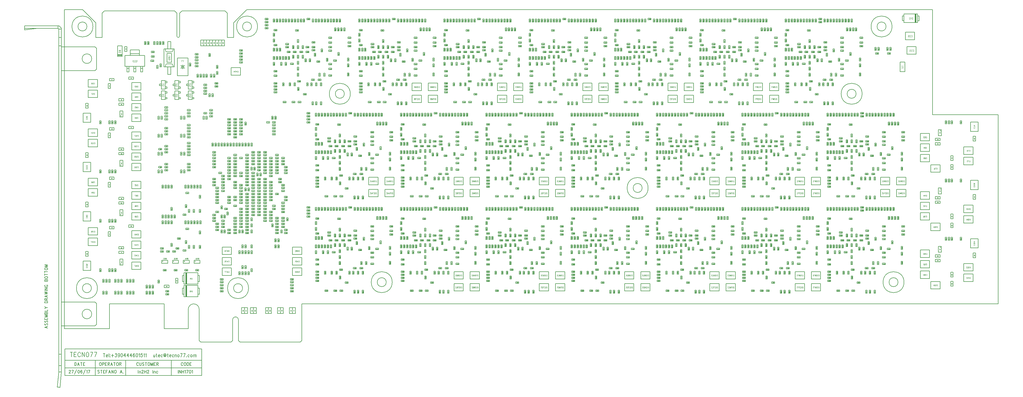
<source format=gbr>
%FSLAX35Y35*%
%MOIN*%
%SFA1.000B1.000*%

G04 Copyright (c) 2015-2018 in2H2 inc.
G04 System developed for in2H2 inc. by Intermotion Technology, Inc.
G04 
G04 Full system RTL, C sources and board design files available at https://github.com/nearist
G04 
G04 in2H2 inc. Team Members:
G04 - Chris McCormick - Algorithm Research and Design
G04 - Matt McCormick - Board Production, System Q/A
G04 
G04 Intermotion Technology Inc. Team Members:
G04 - Mick Fandrich - Project Lead
G04 - Dr. Ludovico Minati - Board Architecture and Design, FPGA Technology Advisor
G04 - Vardan Movsisyan - RTL Team Lead
G04 - Khachatur Gyozalyan - RTL Design
G04 - Tigran Papazyan - RTL Design
G04 - Taron Harutyunyan - RTL Design
G04 - Hayk Ghaltaghchyan - System Software
G04 
G04 Tecno77 S.r.l. Team Members:
G04 - Stefano Aldrigo, Board Layout Design
G04 
G04 We dedicate this project to the memory of Bruce McCormick, an AI pioneer
G04 and advocate, a good friend and father.
G04 
G04 These materials are provided free of charge: you can redistribute them and/or modify  
G04 them under the terms of the GNU General Public License as published by  
G04 the Free Software Foundation, version 3.
G04 
G04 These materials are distributed in the hope that they will be useful, but 
G04 WITHOUT ANY WARRANTY; without even the implied warranty of 
G04 MERCHANTABILITY or FITNESS FOR A PARTICULAR PURPOSE. See the GNU 
G04 General Public License for more details.
G04 In particular, this design should be treated as UNVERIFIED and UNCERTIFIED
G04 
G04 You should have received a copy of the GNU General Public License 
G04 along with this design. If not, see <http://www.gnu.org/licenses/>.

%FSLAX35Y35*%
%MOIN*%
%SFA1.000B1.000*%

%MIA0B0*%
%IPPOS*%
%ADD10C,0.00100*%
%ADD11C,0.00800*%
%ADD77C,0.00700*%
%ADD106C,0.00600*%
%ADD113C,0.00400*%
%ADD115C,0.00300*%
%ADD116C,0.00200*%
%LNassemblybtm.gbr*%
%LPD*%
G54D10*X420583Y488287D02*G01X420605Y488344D01*X420651Y488400*X420696Y488428*X420787*X420833Y488400*X420878Y488344*X420901Y488287*X420924Y488203*Y488062*X420901Y487978*X420878Y487922*X420833Y487866*X420787Y487837*X420696*X420651Y487866*X420605Y487922*X420583Y487978*X420378Y488316D02*G01X420333Y488344D01*X420265Y488428*Y487837*X419924Y488428D02*G01X419992Y488400D01*X420037Y488316*X420060Y488175*Y488091*X420037Y487950*X419992Y487866*X419924Y487837*X419878*X419810Y487866*X419765Y487950*X419742Y488091*Y488175*X419765Y488316*X419810Y488400*X419878Y488428*X419924*X419537Y488316D02*G01X419492Y488344D01*X419424Y488428*Y487837*X419037Y488428D02*G01X419219Y487837D01*X419037Y488428D02*G01X418855Y487837D01*X419151Y488034D02*G01X418924D01*X418651Y488316D02*G01X418605Y488344D01*X418537Y488428*Y487837*X379626Y522240D02*G01X379682Y522217D01*X379738Y522172*X379767Y522126*Y522035*X379738Y521990*X379682Y521944*X379626Y521922*X379542Y521899*X379401*X379317Y521922*X379260Y521944*X379204Y521990*X379176Y522035*Y522126*X379204Y522172*X379260Y522217*X379317Y522240*X379654Y522444D02*G01X379682Y522490D01*X379767Y522558*X379176*X379767Y522899D02*G01X379738Y522831D01*X379654Y522785*X379513Y522762*X379429*X379288Y522785*X379204Y522831*X379176Y522899*Y522944*X379204Y523012*X379288Y523058*X379429Y523081*X379513*X379654Y523058*X379738Y523012*X379767Y522944*Y522899*X379682Y523558D02*G01X379738Y523535D01*X379767Y523467*Y523422*X379738Y523353*X379654Y523308*X379513Y523285*X379373*X379260Y523308*X379204Y523353*X379176Y523422*Y523444*X379204Y523512*X379260Y523558*X379345Y523581*X379373*X379457Y523558*X379513Y523512*X379542Y523444*Y523422*X379513Y523353*X379457Y523308*X379373Y523285*X379767Y523967D02*G01X379176Y523785D01*X379767Y523967D02*G01X379176Y524149D01*X379373Y523853D02*G01Y524081D01*X379654Y524353D02*G01X379682Y524399D01*X379767Y524467*X379176*X387500Y522228D02*G01X387556Y522206D01*X387613Y522160*X387641Y522115*Y522024*X387613Y521978*X387556Y521933*X387500Y521910*X387416Y521887*X387275*X387191Y521910*X387134Y521933*X387078Y521978*X387050Y522024*Y522115*X387078Y522160*X387134Y522206*X387191Y522228*X387528Y522433D02*G01X387556Y522478D01*X387641Y522547*X387050*X387641Y522887D02*G01X387613Y522819D01*X387528Y522774*X387388Y522751*X387303*X387163Y522774*X387078Y522819*X387050Y522887*Y522933*X387078Y523001*X387163Y523047*X387303Y523069*X387388*X387528Y523047*X387613Y523001*X387641Y522933*Y522887*Y523592D02*G01X387050Y523365D01*X387641Y523274D02*G01Y523592D01*Y523978D02*G01X387050Y523797D01*X387641Y523978D02*G01X387050Y524160D01*X387247Y523865D02*G01Y524092D01*X387528Y524365D02*G01X387556Y524410D01*X387641Y524478*X387050*X430807Y522228D02*G01X430863Y522206D01*X430920Y522160*X430948Y522115*Y522024*X430920Y521978*X430863Y521933*X430807Y521910*X430723Y521887*X430582*X430498Y521910*X430441Y521933*X430385Y521978*X430357Y522024*Y522115*X430385Y522160*X430441Y522206*X430498Y522228*X430835Y522433D02*G01X430863Y522478D01*X430948Y522547*X430357*X430948Y522887D02*G01X430920Y522819D01*X430835Y522774*X430695Y522751*X430610*X430470Y522774*X430385Y522819*X430357Y522887*Y522933*X430385Y523001*X430470Y523047*X430610Y523069*X430695*X430835Y523047*X430920Y523001*X430948Y522933*Y522887*Y523387D02*G01X430920Y523319D01*X430863Y523297*X430807*X430751Y523319*X430723Y523365*X430695Y523456*X430666Y523524*X430610Y523569*X430554Y523592*X430470*X430413Y523569*X430385Y523547*X430357Y523478*Y523387*X430385Y523319*X430413Y523297*X430470Y523274*X430554*X430610Y523297*X430666Y523342*X430695Y523410*X430723Y523501*X430751Y523547*X430807Y523569*X430863*X430920Y523547*X430948Y523478*Y523387*Y523978D02*G01X430357Y523797D01*X430948Y523978D02*G01X430357Y524160D01*X430554Y523865D02*G01Y524092D01*X430835Y524365D02*G01X430863Y524410D01*X430948Y524478*X430357*X458366Y522240D02*G01X458422Y522217D01*X458479Y522172*X458507Y522126*Y522035*X458479Y521990*X458422Y521944*X458366Y521922*X458282Y521899*X458141*X458057Y521922*X458001Y521944*X457944Y521990*X457916Y522035*Y522126*X457944Y522172*X458001Y522217*X458057Y522240*X458394Y522444D02*G01X458422Y522490D01*X458507Y522558*X457916*X458507Y522899D02*G01X458479Y522831D01*X458394Y522785*X458254Y522762*X458169*X458029Y522785*X457944Y522831*X457916Y522899*Y522944*X457944Y523012*X458029Y523058*X458169Y523081*X458254*X458394Y523058*X458479Y523012*X458507Y522944*Y522899*X458310Y523581D02*G01X458226Y523558D01*X458169Y523512*X458141Y523444*Y523422*X458169Y523353*X458226Y523308*X458310Y523285*X458338*X458422Y523308*X458479Y523353*X458507Y523422*Y523444*X458479Y523512*X458422Y523558*X458310Y523581*X458169*X458029Y523558*X457944Y523512*X457916Y523444*Y523399*X457944Y523331*X458001Y523308*X458507Y523967D02*G01X457916Y523785D01*X458507Y523967D02*G01X457916Y524149D01*X458113Y523853D02*G01Y524081D01*X458394Y524353D02*G01X458422Y524399D01*X458507Y524467*X457916*X462303Y522331D02*G01X462359Y522308D01*X462416Y522262*X462444Y522217*Y522126*X462416Y522081*X462359Y522035*X462303Y522012*X462219Y521990*X462078*X461994Y522012*X461938Y522035*X461881Y522081*X461853Y522126*Y522217*X461881Y522262*X461938Y522308*X461994Y522331*X462331Y522535D02*G01X462359Y522581D01*X462444Y522649*X461853*X462331Y522853D02*G01X462359Y522899D01*X462444Y522967*X461853*X462444Y523308D02*G01X462416Y523240D01*X462331Y523194*X462191Y523172*X462106*X461966Y523194*X461881Y523240*X461853Y523308*Y523353*X461881Y523422*X461966Y523467*X462106Y523490*X462191*X462331Y523467*X462416Y523422*X462444Y523353*Y523308*Y523876D02*G01X461853Y523694D01*X462444Y523876D02*G01X461853Y524058D01*X462050Y523762D02*G01Y523990D01*X462331Y524262D02*G01X462359Y524308D01*X462444Y524376*X461853*X413484Y487291D02*G01X413541Y487269D01*X413597Y487223*X413625Y487178*Y487087*X413597Y487041*X413541Y486996*X413484Y486973*X413400Y486950*X413259*X413175Y486973*X413119Y486996*X413062Y487041*X413034Y487087*Y487178*X413062Y487223*X413119Y487269*X413175Y487291*X413512Y487496D02*G01X413541Y487541D01*X413625Y487609*X413034*X413512Y487814D02*G01X413541Y487859D01*X413625Y487928*X413034*X413484Y488155D02*G01X413512D01*X413569Y488178*X413597Y488200*X413625Y488246*Y488337*X413597Y488382*X413569Y488405*X413512Y488428*X413456*X413400Y488405*X413316Y488359*X413034Y488132*Y488450*X413625Y488837D02*G01X413034Y488655D01*X413625Y488837D02*G01X413034Y489019D01*X413231Y488723D02*G01Y488950D01*X413512Y489223D02*G01X413541Y489269D01*X413625Y489337*X413034*X420583Y481988D02*G01X420605Y482044D01*X420651Y482101*X420696Y482129*X420787*X420833Y482101*X420878Y482044*X420901Y481988*X420924Y481904*Y481763*X420901Y481679*X420878Y481623*X420833Y481566*X420787Y481538*X420696*X420651Y481566*X420605Y481623*X420583Y481679*X420378Y482016D02*G01X420333Y482044D01*X420265Y482129*Y481538*X420060Y482016D02*G01X420015Y482044D01*X419946Y482129*Y481538*X419696Y482129D02*G01X419446D01*X419583Y481904*X419515*X419469Y481876*X419446Y481848*X419424Y481763*Y481707*X419446Y481623*X419492Y481566*X419560Y481538*X419628*X419696Y481566*X419719Y481594*X419742Y481651*X419037Y482129D02*G01X419219Y481538D01*X419037Y482129D02*G01X418855Y481538D01*X419151Y481735D02*G01X418924D01*X418651Y482016D02*G01X418605Y482044D01*X418537Y482129*Y481538*X395374Y473107D02*G01X395430Y473084D01*X395487Y473038*X395515Y472993*Y472902*X395487Y472857*X395430Y472811*X395374Y472788*X395290Y472766*X395149*X395065Y472788*X395008Y472811*X394952Y472857*X394924Y472902*Y472993*X394952Y473038*X395008Y473084*X395065Y473107*X395402Y473311D02*G01X395430Y473357D01*X395515Y473425*X394924*X395402Y473629D02*G01X395430Y473675D01*X395515Y473743*X394924*X395515Y474175D02*G01X395121Y473948D01*Y474288*X395515Y474175D02*G01X394924D01*X395515Y474675D02*G01X394924Y474493D01*X395515Y474675D02*G01X394924Y474857D01*X395121Y474561D02*G01Y474788D01*X395402Y475061D02*G01X395430Y475107D01*X395515Y475175*X394924*X412326Y481988D02*G01X412349Y482044D01*X412395Y482101*X412440Y482129*X412531*X412576Y482101*X412622Y482044*X412645Y481988*X412667Y481904*Y481763*X412645Y481679*X412622Y481623*X412576Y481566*X412531Y481538*X412440*X412395Y481566*X412349Y481623*X412326Y481679*X412122Y482016D02*G01X412076Y482044D01*X412008Y482129*Y481538*X411804Y482016D02*G01X411758Y482044D01*X411690Y482129*Y481538*X411190Y482129D02*G01X411417D01*X411440Y481876*X411417Y481904*X411349Y481932*X411281*X411213Y481904*X411167Y481848*X411145Y481763*X411167Y481707*X411190Y481623*X411236Y481566*X411304Y481538*X411372*X411440Y481566*X411463Y481594*X411486Y481651*X410758Y482129D02*G01X410940Y481538D01*X410758Y482129D02*G01X410576Y481538D01*X410872Y481735D02*G01X410645D01*X410372Y482016D02*G01X410326Y482044D01*X410258Y482129*Y481538*X400886Y474693D02*G01X400942Y474670D01*X400998Y474625*X401026Y474579*Y474488*X400998Y474443*X400942Y474397*X400886Y474375*X400801Y474352*X400661*X400576Y474375*X400520Y474397*X400464Y474443*X400436Y474488*Y474579*X400464Y474625*X400520Y474670*X400576Y474693*X400914Y474897D02*G01X400942Y474943D01*X401026Y475011*X400436*X400914Y475216D02*G01X400942Y475261D01*X401026Y475329*X400436*X401026Y475852D02*G01X400436Y475625D01*X401026Y475534D02*G01Y475852D01*Y476238D02*G01X400436Y476056D01*X401026Y476238D02*G01X400436Y476420D01*X400633Y476125D02*G01Y476352D01*X400914Y476625D02*G01X400942Y476670D01*X401026Y476738*X400436*X407185Y487291D02*G01X407241Y487269D01*X407298Y487223*X407326Y487178*Y487087*X407298Y487041*X407241Y486996*X407185Y486973*X407101Y486950*X406960*X406876Y486973*X406819Y486996*X406763Y487041*X406735Y487087*Y487178*X406763Y487223*X406819Y487269*X406876Y487291*X407213Y487496D02*G01X407241Y487541D01*X407326Y487609*X406735*X407213Y487814D02*G01X407241Y487859D01*X407326Y487928*X406735*X407326Y488246D02*G01X407298Y488178D01*X407241Y488155*X407185*X407129Y488178*X407101Y488223*X407073Y488314*X407044Y488382*X406988Y488428*X406932Y488450*X406848*X406791Y488428*X406763Y488405*X406735Y488337*Y488246*X406763Y488178*X406791Y488155*X406848Y488132*X406932*X406988Y488155*X407044Y488200*X407073Y488269*X407101Y488359*X407129Y488405*X407185Y488428*X407241*X407298Y488405*X407326Y488337*Y488246*Y488837D02*G01X406735Y488655D01*X407326Y488837D02*G01X406735Y489019D01*X406932Y488723D02*G01Y488950D01*X407213Y489223D02*G01X407241Y489269D01*X407326Y489337*X406735*X407185Y474704D02*G01X407241Y474681D01*X407298Y474636*X407326Y474591*Y474500*X407298Y474454*X407241Y474409*X407185Y474386*X407101Y474363*X406960*X406876Y474386*X406819Y474409*X406763Y474454*X406735Y474500*Y474591*X406763Y474636*X406819Y474681*X406876Y474704*X407213Y474909D02*G01X407241Y474954D01*X407326Y475022*X406735*X407213Y475227D02*G01X407241Y475272D01*X407326Y475341*X406735*X407129Y475841D02*G01X407044Y475818D01*X406988Y475772*X406960Y475704*Y475681*X406988Y475613*X407044Y475568*X407129Y475545*X407157*X407241Y475568*X407298Y475613*X407326Y475681*Y475704*X407298Y475772*X407241Y475818*X407129Y475841*X406988*X406848Y475818*X406763Y475772*X406735Y475704*Y475659*X406763Y475591*X406819Y475568*X407326Y476227D02*G01X406735Y476045D01*X407326Y476227D02*G01X406735Y476409D01*X406932Y476113D02*G01Y476341D01*X407213Y476613D02*G01X407241Y476659D01*X407326Y476727*X406735*X413484Y474591D02*G01X413541Y474568D01*X413597Y474522*X413625Y474477*Y474386*X413597Y474341*X413541Y474295*X413484Y474272*X413400Y474250*X413259*X413175Y474272*X413119Y474295*X413062Y474341*X413034Y474386*Y474477*X413062Y474522*X413119Y474568*X413175Y474591*X413512Y474795D02*G01X413541Y474841D01*X413625Y474909*X413034*X413484Y475136D02*G01X413512D01*X413569Y475159*X413597Y475181*X413625Y475227*Y475318*X413597Y475363*X413569Y475386*X413512Y475409*X413456*X413400Y475386*X413316Y475341*X413034Y475113*Y475431*X413625Y475772D02*G01X413597Y475704D01*X413512Y475659*X413372Y475636*X413287*X413147Y475659*X413062Y475704*X413034Y475772*Y475818*X413062Y475886*X413147Y475931*X413287Y475954*X413372*X413512Y475931*X413597Y475886*X413625Y475818*Y475772*Y476341D02*G01X413034Y476159D01*X413625Y476341D02*G01X413034Y476522D01*X413231Y476227D02*G01Y476454D01*X413512Y476727D02*G01X413541Y476772D01*X413625Y476841*X413034*X395780Y481988D02*G01X395802Y482044D01*X395848Y482101*X395893Y482129*X395984*X396030Y482101*X396075Y482044*X396098Y481988*X396121Y481904*Y481763*X396098Y481679*X396075Y481623*X396030Y481566*X395984Y481538*X395893*X395848Y481566*X395802Y481623*X395780Y481679*X395575Y482016D02*G01X395530Y482044D01*X395461Y482129*Y481538*X395234Y481988D02*G01Y482016D01*X395211Y482073*X395189Y482101*X395143Y482129*X395052*X395007Y482101*X394984Y482073*X394961Y482016*Y481960*X394984Y481904*X395030Y481819*X395257Y481538*X394939*X394734Y482016D02*G01X394689Y482044D01*X394621Y482129*Y481538*X394234Y482129D02*G01X394416Y481538D01*X394234Y482129D02*G01X394052Y481538D01*X394348Y481735D02*G01X394121D01*X393848Y482016D02*G01X393802Y482044D01*X393734Y482129*Y481538*X454429Y522228D02*G01X454485Y522206D01*X454542Y522160*X454570Y522115*Y522024*X454542Y521978*X454485Y521933*X454429Y521910*X454345Y521887*X454204*X454120Y521910*X454064Y521933*X454007Y521978*X453979Y522024*Y522115*X454007Y522160*X454064Y522206*X454120Y522228*X454457Y522433D02*G01X454485Y522478D01*X454570Y522547*X453979*X454429Y522774D02*G01X454457D01*X454514Y522797*X454542Y522819*X454570Y522865*Y522956*X454542Y523001*X454514Y523024*X454457Y523047*X454401*X454345Y523024*X454260Y522978*X453979Y522751*Y523069*X454429Y523297D02*G01X454457D01*X454514Y523319*X454542Y523342*X454570Y523387*Y523478*X454542Y523524*X454514Y523547*X454457Y523569*X454401*X454345Y523547*X454260Y523501*X453979Y523274*Y523592*X454570Y523978D02*G01X453979Y523797D01*X454570Y523978D02*G01X453979Y524160D01*X454176Y523865D02*G01Y524092D01*X454457Y524365D02*G01X454485Y524410D01*X454570Y524478*X453979*X403756Y481988D02*G01X403779Y482044D01*X403824Y482101*X403870Y482129*X403960*X404006Y482101*X404051Y482044*X404074Y481988*X404097Y481904*Y481763*X404074Y481679*X404051Y481623*X404006Y481566*X403960Y481538*X403870*X403824Y481566*X403779Y481623*X403756Y481679*X403551Y482016D02*G01X403506Y482044D01*X403438Y482129*Y481538*X403210Y481988D02*G01Y482016D01*X403188Y482073*X403165Y482101*X403120Y482129*X403029*X402983Y482101*X402960Y482073*X402938Y482016*Y481960*X402960Y481904*X403006Y481819*X403233Y481538*X402915*X402665Y482129D02*G01X402415D01*X402551Y481904*X402483*X402438Y481876*X402415Y481848*X402392Y481763*Y481707*X402415Y481623*X402460Y481566*X402529Y481538*X402597*X402665Y481566*X402688Y481594*X402710Y481651*X402006Y482129D02*G01X402188Y481538D01*X402006Y482129D02*G01X401824Y481538D01*X402120Y481735D02*G01X401892D01*X401620Y482016D02*G01X401574Y482044D01*X401506Y482129*Y481538*X400886Y487178D02*G01X400942Y487155D01*X400998Y487109*X401026Y487064*Y486973*X400998Y486928*X400942Y486882*X400886Y486859*X400801Y486837*X400661*X400576Y486859*X400520Y486882*X400464Y486928*X400436Y486973*Y487064*X400464Y487109*X400520Y487155*X400576Y487178*X400914Y487382D02*G01X400942Y487428D01*X401026Y487496*X400436*X400886Y487723D02*G01X400914D01*X400970Y487746*X400998Y487769*X401026Y487814*Y487905*X400998Y487950*X400970Y487973*X400914Y487996*X400858*X400801Y487973*X400717Y487928*X400436Y487700*Y488019*X401026Y488519D02*G01Y488291D01*X400773Y488269*X400801Y488291*X400830Y488359*Y488428*X400801Y488496*X400745Y488541*X400661Y488564*X400605Y488541*X400520Y488519*X400464Y488473*X400436Y488405*Y488337*X400464Y488269*X400492Y488246*X400548Y488223*X401026Y488950D02*G01X400436Y488769D01*X401026Y488950D02*G01X400436Y489132D01*X400633Y488837D02*G01Y489064D01*X400914Y489337D02*G01X400942Y489382D01*X401026Y489450*X400436*X450356Y500492D02*G01X450379Y500548D01*X450424Y500605*X450470Y500633*X450561*X450606Y500605*X450652Y500548*X450674Y500492*X450697Y500408*Y500267*X450674Y500183*X450652Y500127*X450606Y500070*X450561Y500042*X450470*X450424Y500070*X450379Y500127*X450356Y500183*X450152Y500520D02*G01X450106Y500548D01*X450038Y500633*Y500042*X449538Y500633D02*G01X449765D01*X449788Y500380*X449765Y500408*X449697Y500436*X449629*X449561Y500408*X449515Y500352*X449493Y500267*X449515Y500211*X449538Y500127*X449584Y500070*X449652Y500042*X449720*X449788Y500070*X449811Y500098*X449834Y500155*X449106Y500633D02*G01X449288Y500042D01*X449106Y500633D02*G01X448924Y500042D01*X449220Y500239D02*G01X448993D01*X448720Y500520D02*G01X448674Y500548D01*X448606Y500633*Y500042*X450334Y494193D02*G01X450356Y494249D01*X450402Y494305*X450447Y494334*X450538*X450584Y494305*X450629Y494249*X450652Y494193*X450674Y494109*Y493968*X450652Y493884*X450629Y493827*X450584Y493771*X450538Y493743*X450447*X450402Y493771*X450356Y493827*X450334Y493884*X450129Y494221D02*G01X450084Y494249D01*X450015Y494334*Y493743*X449538Y494249D02*G01X449561Y494305D01*X449629Y494334*X449674*X449743Y494305*X449788Y494221*X449811Y494080*Y493940*X449788Y493827*X449743Y493771*X449674Y493743*X449652*X449584Y493771*X449538Y493827*X449515Y493912*Y493940*X449538Y494024*X449584Y494080*X449652Y494109*X449674*X449743Y494080*X449788Y494024*X449811Y493940*X449129Y494334D02*G01X449311Y493743D01*X449129Y494334D02*G01X448947Y493743D01*X449243Y493940D02*G01X449015D01*X448743Y494221D02*G01X448697Y494249D01*X448629Y494334*Y493743*X475542Y500492D02*G01X475565Y500548D01*X475610Y500605*X475655Y500633*X475746*X475792Y500605*X475837Y500548*X475860Y500492*X475883Y500408*Y500267*X475860Y500183*X475837Y500127*X475792Y500070*X475746Y500042*X475655*X475610Y500070*X475565Y500127*X475542Y500183*X475337Y500520D02*G01X475292Y500548D01*X475224Y500633*Y500042*X474701Y500633D02*G01X474928Y500042D01*X475019Y500633D02*G01X474701D01*X474315D02*G01X474496Y500042D01*X474315Y500633D02*G01X474133Y500042D01*X474428Y500239D02*G01X474201D01*X473928Y500520D02*G01X473883Y500548D01*X473815Y500633*Y500042*X475542Y494193D02*G01X475565Y494249D01*X475610Y494305*X475655Y494334*X475746*X475792Y494305*X475837Y494249*X475860Y494193*X475883Y494109*Y493968*X475860Y493884*X475837Y493827*X475792Y493771*X475746Y493743*X475655*X475610Y493771*X475565Y493827*X475542Y493884*X475337Y494221D02*G01X475292Y494249D01*X475224Y494334*Y493743*X474905Y494334D02*G01X474974Y494305D01*X474996Y494249*Y494193*X474974Y494137*X474928Y494109*X474837Y494080*X474769Y494052*X474724Y493996*X474701Y493940*Y493855*X474724Y493799*X474746Y493771*X474815Y493743*X474905*X474974Y493771*X474996Y493799*X475019Y493855*Y493940*X474996Y493996*X474951Y494052*X474883Y494080*X474792Y494109*X474746Y494137*X474724Y494193*Y494249*X474746Y494305*X474815Y494334*X474905*X474315D02*G01X474496Y493743D01*X474315Y494334D02*G01X474133Y493743D01*X474428Y493940D02*G01X474201D01*X473928Y494221D02*G01X473883Y494249D01*X473815Y494334*Y493743*X475530Y489665D02*G01X475553Y489722D01*X475599Y489778*X475644Y489806*X475735*X475780Y489778*X475826Y489722*X475849Y489665*X475871Y489581*Y489440*X475849Y489356*X475826Y489300*X475780Y489243*X475735Y489215*X475644*X475599Y489243*X475553Y489300*X475530Y489356*X475326Y489693D02*G01X475280Y489722D01*X475212Y489806*Y489215*X474712Y489609D02*G01X474735Y489525D01*X474780Y489468*X474849Y489440*X474871*X474940Y489468*X474985Y489525*X475008Y489609*Y489637*X474985Y489722*X474940Y489778*X474871Y489806*X474849*X474780Y489778*X474735Y489722*X474712Y489609*Y489468*X474735Y489328*X474780Y489243*X474849Y489215*X474894*X474962Y489243*X474985Y489300*X474326Y489806D02*G01X474508Y489215D01*X474326Y489806D02*G01X474144Y489215D01*X474440Y489412D02*G01X474212D01*X473940Y489693D02*G01X473894Y489722D01*X473826Y489806*Y489215*X427249Y445374D02*G01X427272Y445430D01*X427317Y445487*X427363Y445515*X427453*X427499Y445487*X427544Y445430*X427567Y445374*X427590Y445290*Y445149*X427567Y445065*X427544Y445008*X427499Y444952*X427453Y444924*X427363*X427317Y444952*X427272Y445008*X427249Y445065*X427044Y445402D02*G01X426999Y445430D01*X426931Y445515*Y444924*X426544Y445515D02*G01X426726Y444924D01*X426544Y445515D02*G01X426363Y444924D01*X426658Y445121D02*G01X426431D01*X426158Y445402D02*G01X426113Y445430D01*X426044Y445515*Y444924*X428400Y488287D02*G01X428423Y488344D01*X428468Y488400*X428514Y488428*X428605*X428650Y488400*X428695Y488344*X428718Y488287*X428741Y488203*Y488062*X428718Y487978*X428695Y487922*X428650Y487866*X428605Y487837*X428514*X428468Y487866*X428423Y487922*X428400Y487978*X428173Y488287D02*G01Y488316D01*X428150Y488372*X428127Y488400*X428082Y488428*X427991*X427945Y488400*X427923Y488372*X427900Y488316*Y488259*X427923Y488203*X427968Y488119*X428195Y487837*X427877*X427536Y488428D02*G01X427605Y488400D01*X427650Y488316*X427673Y488175*Y488091*X427650Y487950*X427605Y487866*X427536Y487837*X427491*X427423Y487866*X427377Y487950*X427355Y488091*Y488175*X427377Y488316*X427423Y488400*X427491Y488428*X427536*X426968D02*G01X427150Y487837D01*X426968Y488428D02*G01X426786Y487837D01*X427082Y488034D02*G01X426855D01*X426582Y488316D02*G01X426536Y488344D01*X426468Y488428*Y487837*X407185Y466978D02*G01X407241Y466955D01*X407298Y466910*X407326Y466864*Y466773*X407298Y466728*X407241Y466682*X407185Y466660*X407101Y466637*X406960*X406876Y466660*X406819Y466682*X406763Y466728*X406735Y466773*Y466864*X406763Y466910*X406819Y466955*X406876Y466978*X407185Y467205D02*G01X407213D01*X407269Y467228*X407298Y467251*X407326Y467296*Y467387*X407298Y467432*X407269Y467455*X407213Y467478*X407157*X407101Y467455*X407016Y467410*X406735Y467182*Y467501*X407213Y467705D02*G01X407241Y467751D01*X407326Y467819*X406735*X407326Y468205D02*G01X406735Y468023D01*X407326Y468205D02*G01X406735Y468387D01*X406932Y468092D02*G01Y468319D01*X407213Y468592D02*G01X407241Y468637D01*X407326Y468705*X406735*X407185Y459002D02*G01X407241Y458979D01*X407298Y458933*X407326Y458888*Y458797*X407298Y458752*X407241Y458706*X407185Y458683*X407101Y458661*X406960*X406876Y458683*X406819Y458706*X406763Y458752*X406735Y458797*Y458888*X406763Y458933*X406819Y458979*X406876Y459002*X407185Y459229D02*G01X407213D01*X407269Y459252*X407298Y459274*X407326Y459320*Y459411*X407298Y459456*X407269Y459479*X407213Y459502*X407157*X407101Y459479*X407016Y459433*X406735Y459206*Y459524*X407185Y459752D02*G01X407213D01*X407269Y459774*X407298Y459797*X407326Y459843*Y459933*X407298Y459979*X407269Y460002*X407213Y460024*X407157*X407101Y460002*X407016Y459956*X406735Y459729*Y460047*X407326Y460433D02*G01X406735Y460252D01*X407326Y460433D02*G01X406735Y460615D01*X406932Y460320D02*G01Y460547D01*X407213Y460820D02*G01X407241Y460865D01*X407326Y460933*X406735*X407185Y451128D02*G01X407241Y451105D01*X407298Y451059*X407326Y451014*Y450923*X407298Y450878*X407241Y450832*X407185Y450809*X407101Y450787*X406960*X406876Y450809*X406819Y450832*X406763Y450878*X406735Y450923*Y451014*X406763Y451059*X406819Y451105*X406876Y451128*X407185Y451355D02*G01X407213D01*X407269Y451378*X407298Y451400*X407326Y451446*Y451537*X407298Y451582*X407269Y451605*X407213Y451628*X407157*X407101Y451605*X407016Y451559*X406735Y451332*Y451650*X407326Y451900D02*G01Y452150D01*X407101Y452014*Y452082*X407073Y452128*X407044Y452150*X406960Y452173*X406904*X406819Y452150*X406763Y452105*X406735Y452037*Y451969*X406763Y451900*X406791Y451878*X406848Y451855*X407326Y452559D02*G01X406735Y452378D01*X407326Y452559D02*G01X406735Y452741D01*X406932Y452446D02*G01Y452673D01*X407213Y452946D02*G01X407241Y452991D01*X407326Y453059*X406735*X417421Y470014D02*G01X417478Y469991D01*X417534Y469946*X417562Y469900*Y469809*X417534Y469764*X417478Y469718*X417421Y469696*X417337Y469673*X417196*X417112Y469696*X417056Y469718*X416999Y469764*X416971Y469809*Y469900*X416999Y469946*X417056Y469991*X417112Y470014*X417421Y470241D02*G01X417449D01*X417506Y470264*X417534Y470287*X417562Y470332*Y470423*X417534Y470468*X417506Y470491*X417449Y470514*X417393*X417337Y470491*X417253Y470446*X416971Y470218*Y470537*X417562Y470968D02*G01X417168Y470741D01*Y471082*X417562Y470968D02*G01X416971D01*X417562Y471468D02*G01X416971Y471287D01*X417562Y471468D02*G01X416971Y471650D01*X417168Y471355D02*G01Y471582D01*X417449Y471855D02*G01X417478Y471900D01*X417562Y471968*X416971*X434711Y469390D02*G01X434733Y469446D01*X434779Y469502*X434824Y469530*X434915*X434961Y469502*X435006Y469446*X435029Y469390*X435051Y469305*Y469165*X435029Y469080*X435006Y469024*X434961Y468968*X434915Y468940*X434824*X434779Y468968*X434733Y469024*X434711Y469080*X434483Y469390D02*G01Y469418D01*X434461Y469474*X434438Y469502*X434392Y469530*X434301*X434256Y469502*X434233Y469474*X434211Y469418*Y469362*X434233Y469305*X434279Y469221*X434506Y468940*X434188*X433688Y469530D02*G01X433915D01*X433938Y469277*X433915Y469305*X433847Y469334*X433779*X433711Y469305*X433665Y469249*X433642Y469165*X433665Y469109*X433688Y469024*X433733Y468968*X433801Y468940*X433870*X433938Y468968*X433961Y468996*X433983Y469052*X433256Y469530D02*G01X433438Y468940D01*X433256Y469530D02*G01X433074Y468940D01*X433370Y469137D02*G01X433142D01*X432870Y469418D02*G01X432824Y469446D01*X432756Y469530*Y468940*X445768Y470824D02*G01X445824Y470801D01*X445880Y470756*X445908Y470710*Y470619*X445880Y470574*X445824Y470529*X445768Y470506*X445683Y470483*X445543*X445458Y470506*X445402Y470529*X445346Y470574*X445318Y470619*Y470710*X445346Y470756*X445402Y470801*X445458Y470824*X445768Y471051D02*G01X445796D01*X445852Y471074*X445880Y471097*X445908Y471142*Y471233*X445880Y471279*X445852Y471301*X445796Y471324*X445740*X445683Y471301*X445599Y471256*X445318Y471029*Y471347*X445824Y471824D02*G01X445880Y471801D01*X445908Y471733*Y471688*X445880Y471619*X445796Y471574*X445655Y471551*X445515*X445402Y471574*X445346Y471619*X445318Y471688*Y471710*X445346Y471779*X445402Y471824*X445486Y471847*X445515*X445599Y471824*X445655Y471779*X445683Y471710*Y471688*X445655Y471619*X445599Y471574*X445515Y471551*X445908Y472233D02*G01X445318Y472051D01*X445908Y472233D02*G01X445318Y472415D01*X445515Y472119D02*G01Y472347D01*X445796Y472619D02*G01X445824Y472665D01*X445908Y472733*X445318*X450447Y465846D02*G01X450470Y465903D01*X450515Y465959*X450561Y465987*X450652*X450697Y465959*X450743Y465903*X450765Y465846*X450788Y465762*Y465621*X450765Y465537*X450743Y465481*X450697Y465425*X450652Y465396*X450561*X450515Y465425*X450470Y465481*X450447Y465537*X450220Y465846D02*G01Y465875D01*X450197Y465931*X450174Y465959*X450129Y465987*X450038*X449993Y465959*X449970Y465931*X449947Y465875*Y465818*X449970Y465762*X450015Y465678*X450243Y465396*X449924*X449402Y465987D02*G01X449629Y465396D01*X449720Y465987D02*G01X449402D01*X449015D02*G01X449197Y465396D01*X449015Y465987D02*G01X448834Y465396D01*X449129Y465593D02*G01X448902D01*X448629Y465875D02*G01X448584Y465903D01*X448515Y465987*Y465396*X450447Y459547D02*G01X450470Y459604D01*X450515Y459660*X450561Y459688*X450652*X450697Y459660*X450743Y459604*X450765Y459547*X450788Y459463*Y459322*X450765Y459238*X450743Y459182*X450697Y459125*X450652Y459097*X450561*X450515Y459125*X450470Y459182*X450447Y459238*X450220Y459547D02*G01Y459575D01*X450197Y459632*X450174Y459660*X450129Y459688*X450038*X449993Y459660*X449970Y459632*X449947Y459575*Y459519*X449970Y459463*X450015Y459379*X450243Y459097*X449924*X449606Y459688D02*G01X449674Y459660D01*X449697Y459604*Y459547*X449674Y459491*X449629Y459463*X449538Y459435*X449470Y459407*X449424Y459350*X449402Y459294*Y459210*X449424Y459154*X449447Y459125*X449515Y459097*X449606*X449674Y459125*X449697Y459154*X449720Y459210*Y459294*X449697Y459350*X449652Y459407*X449584Y459435*X449493Y459463*X449447Y459491*X449424Y459547*Y459604*X449447Y459660*X449515Y459688*X449606*X449015D02*G01X449197Y459097D01*X449015Y459688D02*G01X448834Y459097D01*X449129Y459294D02*G01X448902D01*X448629Y459575D02*G01X448584Y459604D01*X448515Y459688*Y459097*X450436Y450886D02*G01X450459Y450942D01*X450504Y450998*X450549Y451026*X450640*X450686Y450998*X450731Y450942*X450754Y450886*X450777Y450801*Y450661*X450754Y450576*X450731Y450520*X450686Y450464*X450640Y450436*X450549*X450504Y450464*X450459Y450520*X450436Y450576*X450209Y450886D02*G01Y450914D01*X450186Y450970*X450163Y450998*X450118Y451026*X450027*X449981Y450998*X449959Y450970*X449936Y450914*Y450858*X449959Y450801*X450004Y450717*X450231Y450436*X449913*X449413Y450830D02*G01X449436Y450745D01*X449481Y450689*X449549Y450661*X449572*X449640Y450689*X449686Y450745*X449709Y450830*Y450858*X449686Y450942*X449640Y450998*X449572Y451026*X449549*X449481Y450998*X449436Y450942*X449413Y450830*Y450689*X449436Y450548*X449481Y450464*X449549Y450436*X449595*X449663Y450464*X449686Y450520*X449027Y451026D02*G01X449209Y450436D01*X449027Y451026D02*G01X448845Y450436D01*X449140Y450633D02*G01X448913D01*X448640Y450914D02*G01X448595Y450942D01*X448527Y451026*Y450436*X391437Y465562D02*G01X391493Y465539D01*X391550Y465494*X391578Y465449*Y465358*X391550Y465312*X391493Y465267*X391437Y465244*X391353Y465221*X391212*X391128Y465244*X391071Y465267*X391015Y465312*X390987Y465358*Y465449*X391015Y465494*X391071Y465539*X391128Y465562*X391437Y465789D02*G01X391465D01*X391521Y465812*X391550Y465835*X391578Y465880*Y465971*X391550Y466017*X391521Y466039*X391465Y466062*X391409*X391353Y466039*X391268Y465994*X390987Y465767*Y466085*X391578Y466471D02*G01X390987Y466289D01*X391578Y466471D02*G01X390987Y466653D01*X391184Y466358D02*G01Y466585D01*X391465Y466858D02*G01X391493Y466903D01*X391578Y466971*X390987*X409502Y443406D02*G01X409525Y443462D01*X409571Y443518*X409616Y443546*X409707*X409752Y443518*X409798Y443462*X409821Y443406*X409843Y443321*Y443181*X409821Y443096*X409798Y443040*X409752Y442984*X409707Y442956*X409616*X409571Y442984*X409525Y443040*X409502Y443096*X409252Y443546D02*G01X409002D01*X409139Y443321*X409071*X409025Y443293*X409002Y443265*X408980Y443181*Y443124*X409002Y443040*X409048Y442984*X409116Y442956*X409184*X409252Y442984*X409275Y443012*X409298Y443068*X408639Y443546D02*G01X408707Y443518D01*X408752Y443434*X408775Y443293*Y443209*X408752Y443068*X408707Y442984*X408639Y442956*X408593*X408525Y442984*X408480Y443068*X408457Y443209*Y443293*X408480Y443434*X408525Y443518*X408593Y443546*X408639*X408071D02*G01X408252Y442956D01*X408071Y443546D02*G01X407889Y442956D01*X408184Y443152D02*G01X407957D01*X407684Y443434D02*G01X407639Y443462D01*X407571Y443546*Y442956*X387894Y438631D02*G01X387950Y438609D01*X388006Y438563*X388034Y438518*Y438427*X388006Y438381*X387950Y438336*X387894Y438313*X387809Y438291*X387669*X387584Y438313*X387528Y438336*X387472Y438381*X387444Y438427*Y438518*X387472Y438563*X387528Y438609*X387584Y438631*X388034Y438881D02*G01Y439131D01*X387809Y438995*Y439063*X387781Y439109*X387753Y439131*X387669Y439154*X387612*X387528Y439131*X387472Y439086*X387444Y439018*Y438950*X387472Y438881*X387500Y438859*X387556Y438836*X387922Y439359D02*G01X387950Y439404D01*X388034Y439472*X387444*X388034Y439859D02*G01X387444Y439677D01*X388034Y439859D02*G01X387444Y440041D01*X387641Y439745D02*G01Y439972D01*X387922Y440245D02*G01X387950Y440291D01*X388034Y440359*X387444*X396555Y438529D02*G01X396611Y438506D01*X396668Y438461*X396696Y438416*Y438325*X396668Y438279*X396611Y438234*X396555Y438211*X396471Y438188*X396330*X396246Y438211*X396190Y438234*X396133Y438279*X396105Y438325*Y438416*X396133Y438461*X396190Y438506*X396246Y438529*X396696Y438779D02*G01Y439029D01*X396471Y438893*Y438961*X396443Y439006*X396415Y439029*X396330Y439052*X396274*X396190Y439029*X396133Y438984*X396105Y438916*Y438847*X396133Y438779*X396161Y438756*X396218Y438734*X396555Y439279D02*G01X396583D01*X396640Y439302*X396668Y439325*X396696Y439370*Y439461*X396668Y439506*X396640Y439529*X396583Y439552*X396527*X396471Y439529*X396386Y439484*X396105Y439256*Y439575*X396696Y439961D02*G01X396105Y439779D01*X396696Y439961D02*G01X396105Y440143D01*X396302Y439847D02*G01Y440075D01*X396583Y440347D02*G01X396611Y440393D01*X396696Y440461*X396105*X402854Y438529D02*G01X402911Y438506D01*X402967Y438461*X402995Y438416*Y438325*X402967Y438279*X402911Y438234*X402854Y438211*X402770Y438188*X402629*X402545Y438211*X402489Y438234*X402432Y438279*X402404Y438325*Y438416*X402432Y438461*X402489Y438506*X402545Y438529*X402995Y438779D02*G01Y439029D01*X402770Y438893*Y438961*X402742Y439006*X402714Y439029*X402629Y439052*X402573*X402489Y439029*X402432Y438984*X402404Y438916*Y438847*X402432Y438779*X402461Y438756*X402517Y438734*X402995Y439302D02*G01Y439552D01*X402770Y439416*Y439484*X402742Y439529*X402714Y439552*X402629Y439575*X402573*X402489Y439552*X402432Y439506*X402404Y439438*Y439370*X402432Y439302*X402461Y439279*X402517Y439256*X402995Y439961D02*G01X402404Y439779D01*X402995Y439961D02*G01X402404Y440143D01*X402601Y439847D02*G01Y440075D01*X402882Y440347D02*G01X402911Y440393D01*X402995Y440461*X402404*X431201Y438518D02*G01X431257Y438495D01*X431313Y438450*X431341Y438404*Y438313*X431313Y438268*X431257Y438222*X431201Y438200*X431116Y438177*X430976*X430891Y438200*X430835Y438222*X430779Y438268*X430751Y438313*Y438404*X430779Y438450*X430835Y438495*X430891Y438518*X431341Y438768D02*G01Y439018D01*X431116Y438881*Y438950*X431088Y438995*X431060Y439018*X430976Y439041*X430920*X430835Y439018*X430779Y438972*X430751Y438904*Y438836*X430779Y438768*X430807Y438745*X430863Y438722*X431341Y439472D02*G01X430948Y439245D01*Y439586*X431341Y439472D02*G01X430751D01*X431341Y439972D02*G01X430751Y439791D01*X431341Y439972D02*G01X430751Y440154D01*X430948Y439859D02*G01Y440086D01*X431229Y440359D02*G01X431257Y440404D01*X431341Y440472*X430751*X437500Y438518D02*G01X437556Y438495D01*X437613Y438450*X437641Y438404*Y438313*X437613Y438268*X437556Y438222*X437500Y438200*X437416Y438177*X437275*X437191Y438200*X437134Y438222*X437078Y438268*X437050Y438313*Y438404*X437078Y438450*X437134Y438495*X437191Y438518*X437641Y438768D02*G01Y439018D01*X437416Y438881*Y438950*X437388Y438995*X437359Y439018*X437275Y439041*X437219*X437134Y439018*X437078Y438972*X437050Y438904*Y438836*X437078Y438768*X437106Y438745*X437163Y438722*X437641Y439541D02*G01Y439313D01*X437388Y439291*X437416Y439313*X437444Y439381*Y439450*X437416Y439518*X437359Y439563*X437275Y439586*X437219Y439563*X437134Y439541*X437078Y439495*X437050Y439427*Y439359*X437078Y439291*X437106Y439268*X437163Y439245*X437641Y439972D02*G01X437050Y439791D01*X437641Y439972D02*G01X437050Y440154D01*X437247Y439859D02*G01Y440086D01*X437528Y440359D02*G01X437556Y440404D01*X437641Y440472*X437050*X473327Y451533D02*G01X473383Y451510D01*X473439Y451464*X473467Y451419*Y451328*X473439Y451283*X473383Y451237*X473327Y451214*X473242Y451192*X473102*X473017Y451214*X472961Y451237*X472905Y451283*X472877Y451328*Y451419*X472905Y451464*X472961Y451510*X473017Y451533*X473467Y451783D02*G01Y452033D01*X473242Y451896*Y451964*X473214Y452010*X473186Y452033*X473102Y452055*X473046*X472961Y452033*X472905Y451987*X472877Y451919*Y451851*X472905Y451783*X472933Y451760*X472989Y451737*X473383Y452533D02*G01X473439Y452510D01*X473467Y452442*Y452396*X473439Y452328*X473355Y452283*X473214Y452260*X473074*X472961Y452283*X472905Y452328*X472877Y452396*Y452419*X472905Y452487*X472961Y452533*X473046Y452555*X473074*X473158Y452533*X473214Y452487*X473242Y452419*Y452396*X473214Y452328*X473158Y452283*X473074Y452260*X473467Y452942D02*G01X472877Y452760D01*X473467Y452942D02*G01X472877Y453124D01*X473074Y452828D02*G01Y453055D01*X473355Y453328D02*G01X473383Y453374D01*X473467Y453442*X472877*X390211Y415846D02*G01X390234Y415903D01*X390279Y415959*X390325Y415987*X390416*X390461Y415959*X390506Y415903*X390529Y415846*X390552Y415762*Y415621*X390529Y415537*X390506Y415481*X390461Y415425*X390416Y415396*X390325*X390279Y415425*X390234Y415481*X390211Y415537*X389961Y415987D02*G01X389711D01*X389847Y415762*X389779*X389734Y415734*X389711Y415706*X389688Y415621*Y415565*X389711Y415481*X389756Y415425*X389825Y415396*X389893*X389961Y415425*X389984Y415453*X390006Y415509*X389166Y415987D02*G01X389393Y415396D01*X389484Y415987D02*G01X389166D01*X388779D02*G01X388961Y415396D01*X388779Y415987D02*G01X388597Y415396D01*X388893Y415593D02*G01X388666D01*X388393Y415875D02*G01X388347Y415903D01*X388279Y415987*Y415396*X426476Y413332D02*G01X426533Y413310D01*X426589Y413264*X426617Y413219*Y413128*X426589Y413082*X426533Y413037*X426476Y413014*X426392Y412991*X426251*X426167Y413014*X426111Y413037*X426055Y413082*X426026Y413128*Y413219*X426055Y413264*X426111Y413310*X426167Y413332*X426617Y413582D02*G01Y413832D01*X426392Y413696*Y413764*X426364Y413810*X426336Y413832*X426251Y413855*X426195*X426111Y413832*X426055Y413787*X426026Y413719*Y413651*X426055Y413582*X426083Y413560*X426139Y413537*X426617Y414173D02*G01X426589Y414105D01*X426533Y414082*X426476*X426420Y414105*X426392Y414151*X426364Y414241*X426336Y414310*X426280Y414355*X426223Y414378*X426139*X426083Y414355*X426055Y414332*X426026Y414264*Y414173*X426055Y414105*X426083Y414082*X426139Y414060*X426223*X426280Y414082*X426336Y414128*X426364Y414196*X426392Y414287*X426420Y414332*X426476Y414355*X426533*X426589Y414332*X426617Y414264*Y414173*Y414764D02*G01X426026Y414582D01*X426617Y414764D02*G01X426026Y414946D01*X426223Y414651D02*G01Y414878D01*X426505Y415151D02*G01X426533Y415196D01*X426617Y415264*X426026*X431201Y413344D02*G01X431257Y413321D01*X431313Y413276*Y413276D02*G01X431341Y413230D01*Y413139*X431313Y413094*X431257Y413048*X431201Y413026*Y413026D02*G01X431116Y413003D01*X430976*X430891Y413026*Y413026D02*G01X430835Y413048D01*X430779Y413094*X430751Y413139*Y413230*X430779Y413276*Y413276D02*G01X430835Y413321D01*X430891Y413344*X431341Y413594D02*G01Y413844D01*X431116Y413707*Y413776*Y413776D02*G01X431088Y413821D01*X431060Y413844*X430976Y413866*X430920*X430835Y413844*X430779Y413798*X430751Y413730*Y413662*X430779Y413594*X430807Y413571*X430863Y413548*X431145Y414366D02*G01X431060Y414344D01*X431004Y414298*X430976Y414230*Y414207*X431004Y414139*X431060Y414094*X431145Y414071*X431173*X431257Y414094*X431313Y414139*X431341Y414207*Y414230*X431313Y414298*X431257Y414344*X431145Y414366*X431004*X430863Y414344*X430779Y414298*X430751Y414230*Y414185*X430779Y414116*X430835Y414094*X431341Y414753D02*G01X430751Y414571D01*X431341Y414753D02*G01X430751Y414935D01*X430948Y414639D02*G01Y414866D01*X431229Y415139D02*G01X431257Y415185D01*X431341Y415253*X430751*X419783Y438791D02*G01X419840Y438768D01*X419896Y438722*X419924Y438677*Y438586*X419896Y438541*X419840Y438495*X419783Y438472*X419699Y438450*X419558*X419474Y438472*X419418Y438495*X419362Y438541*X419333Y438586*Y438677*X419362Y438722*X419418Y438768*X419474Y438791*X419924Y439041D02*G01Y439291D01*X419699Y439154*Y439222*X419671Y439268*X419643Y439291*X419558Y439313*X419502*X419418Y439291*X419362Y439245*X419333Y439177*Y439109*X419362Y439041*X419390Y439018*X419446Y438995*X419924Y439700D02*G01X419333Y439518D01*X419924Y439700D02*G01X419333Y439881D01*X419530Y439586D02*G01Y439813D01*X419812Y440086D02*G01X419840Y440131D01*X419924Y440200*X419333*X437500Y413321D02*G01X437556Y413298D01*X437613Y413253*X437641Y413207*Y413116*X437613Y413071*X437556Y413026*Y413026D02*G01X437500Y413003D01*X437416Y412980*X437275*X437191Y413003*X437134Y413026*Y413026D02*G01X437078Y413071D01*X437050Y413116*Y413207*X437078Y413253*X437134Y413298*X437191Y413321*X437641Y413753D02*G01X437247Y413526D01*Y413526D02*G01Y413866D01*X437641Y413753D02*G01X437050D01*X437641Y414207D02*G01X437613Y414139D01*X437528Y414094*X437388Y414071*X437303*X437163Y414094*X437078Y414139*X437050Y414207*Y414253*X437078Y414321*X437163Y414366*X437303Y414389*X437388*X437528Y414366*X437613Y414321*X437641Y414253*Y414207*Y414776D02*G01X437050Y414594D01*X437641Y414776D02*G01X437050Y414957D01*X437247Y414662D02*G01Y414889D01*X437528Y415162D02*G01X437556Y415207D01*X437641Y415276*Y415276D02*G01X437050D01*X409646Y415846D02*G01X409669Y415903D01*X409714Y415959*X409760Y415987*X409851*X409896Y415959*X409941Y415903*X409964Y415846*X409987Y415762*Y415621*X409964Y415537*X409941Y415481*X409896Y415425*X409851Y415396*X409760*X409714Y415425*X409669Y415481*X409646Y415537*X409214Y415987D02*G01X409441Y415593D01*X409101*X409214Y415987D02*G01Y415396D01*X408714Y415987D02*G01X408896Y415396D01*X408714Y415987D02*G01X408532Y415396D01*X408828Y415593D02*G01X408601D01*X408328Y415875D02*G01X408282Y415903D01*X408214Y415987*Y415396*X399311Y522376D02*G01X399367Y522353D01*X399424Y522308*X399452Y522262*Y522172*X399424Y522126*X399367Y522081*X399311Y522058*X399227Y522035*X399086*X399002Y522058*X398945Y522081*X398889Y522126*X398861Y522172*Y522262*X398889Y522308*X398945Y522353*X399002Y522376*X399452Y522876D02*G01Y522649D01*X399199Y522626*X399227Y522649*X399255Y522717*Y522785*X399227Y522853*X399170Y522899*X399086Y522922*X399030Y522899*X398945Y522876*X398889Y522831*X398861Y522762*Y522694*X398889Y522626*X398917Y522603*X398974Y522581*X399452Y523262D02*G01X399424Y523194D01*X399339Y523149*X399199Y523126*X399114*X398974Y523149*X398889Y523194*X398861Y523262*Y523308*X398889Y523376*X398974Y523422*X399114Y523444*X399199*X399339Y523422*X399424Y523376*X399452Y523308*Y523262*Y523831D02*G01X398861Y523649D01*X399452Y523831D02*G01X398861Y524012D01*X399058Y523717D02*G01Y523944D01*X399339Y524217D02*G01X399367Y524262D01*X399452Y524331*X398861*X407185Y522478D02*G01X407241Y522456D01*X407298Y522410*X407326Y522365*Y522274*X407298Y522228*X407241Y522183*X407185Y522160*X407101Y522137*X406960*X406876Y522160*X406819Y522183*X406763Y522228*X406735Y522274*Y522365*X406763Y522410*X406819Y522456*X406876Y522478*X407326Y522978D02*G01Y522751D01*X407073Y522728*X407101Y522751*X407129Y522819*Y522887*X407101Y522956*X407044Y523001*X406960Y523024*X406904Y523001*X406819Y522978*X406763Y522933*X406735Y522865*Y522797*X406763Y522728*X406791Y522706*X406848Y522683*X407213Y523228D02*G01X407241Y523274D01*X407326Y523342*X406735*X407326Y523728D02*G01X406735Y523547D01*X407326Y523728D02*G01X406735Y523910D01*X406932Y523615D02*G01Y523842D01*X407213Y524115D02*G01X407241Y524160D01*X407326Y524228*X406735*X442618Y522376D02*G01X442674Y522353D01*X442731Y522308*X442759Y522262*Y522172*X442731Y522126*X442674Y522081*X442618Y522058*X442534Y522035*X442393*X442309Y522058*X442252Y522081*X442196Y522126*X442168Y522172*Y522262*X442196Y522308*X442252Y522353*X442309Y522376*X442759Y522876D02*G01Y522649D01*X442506Y522626*X442534Y522649*X442562Y522717*Y522785*X442534Y522853*X442477Y522899*X442393Y522922*X442337Y522899*X442252Y522876*X442196Y522831*X442168Y522762*Y522694*X442196Y522626*X442224Y522603*X442281Y522581*X442618Y523149D02*G01X442646D01*X442702Y523172*X442731Y523194*X442759Y523240*Y523331*X442731Y523376*X442702Y523399*X442646Y523422*X442590*X442534Y523399*X442449Y523353*X442168Y523126*Y523444*X442759Y523831D02*G01X442168Y523649D01*X442759Y523831D02*G01X442168Y524012D01*X442365Y523717D02*G01Y523944D01*X442646Y524217D02*G01X442674Y524262D01*X442759Y524331*X442168*X456398Y510565D02*G01X456454Y510542D01*X456510Y510497*X456538Y510451*Y510361*X456510Y510315*X456454Y510270*X456398Y510247*X456313Y510224*X456173*X456088Y510247*X456032Y510270*X455976Y510315*X455948Y510361*Y510451*X455976Y510497*X456032Y510542*X456088Y510565*X456538Y511065D02*G01Y510838D01*X456285Y510815*X456313Y510838*X456341Y510906*Y510974*X456313Y511042*X456257Y511088*X456173Y511111*X456116Y511088*X456032Y511065*X455976Y511020*X455948Y510951*Y510883*X455976Y510815*X456004Y510792*X456060Y510770*X456538Y511361D02*G01Y511611D01*X456313Y511474*Y511542*X456285Y511588*X456257Y511611*X456173Y511633*X456116*X456032Y511611*X455976Y511565*X455948Y511497*Y511429*X455976Y511361*X456004Y511338*X456060Y511315*X456538Y512020D02*G01X455948Y511838D01*X456538Y512020D02*G01X455948Y512201D01*X456145Y511906D02*G01Y512133D01*X456426Y512406D02*G01X456454Y512451D01*X456538Y512520*X455948*X468209Y510554D02*G01X468265Y510531D01*X468321Y510486*X468349Y510440*Y510349*X468321Y510304*X468265Y510258*X468209Y510236*X468124Y510213*X467984*X467899Y510236*X467843Y510258*X467787Y510304*X467759Y510349*Y510440*X467787Y510486*X467843Y510531*X467899Y510554*X468349Y511054D02*G01Y510826D01*X468096Y510804*X468124Y510826*X468152Y510895*Y510963*X468124Y511031*X468068Y511076*X467984Y511099*X467927Y511076*X467843Y511054*X467787Y511008*X467759Y510940*Y510872*X467787Y510804*X467815Y510781*X467871Y510758*X468349Y511531D02*G01X467956Y511304D01*Y511645*X468349Y511531D02*G01X467759D01*X468349Y512031D02*G01X467759Y511849D01*X468349Y512031D02*G01X467759Y512213D01*X467956Y511917D02*G01Y512145D01*X468237Y512417D02*G01X468265Y512463D01*X468349Y512531*X467759*X429626Y477483D02*G01X429682Y477460D01*X429738Y477415*X429767Y477369*Y477278*X429738Y477233*X429682Y477187*X429626Y477165*X429542Y477142*X429401*X429317Y477165*X429260Y477187*X429204Y477233*X429176Y477278*Y477369*X429204Y477415*X429260Y477460*X429317Y477483*X429767Y477983D02*G01Y477756D01*X429513Y477733*X429542Y477756*X429570Y477824*Y477892*X429542Y477960*X429485Y478006*X429401Y478028*X429345Y478006*X429260Y477983*X429204Y477937*X429176Y477869*Y477801*X429204Y477733*X429232Y477710*X429288Y477687*X429767Y478528D02*G01Y478301D01*X429513Y478278*X429542Y478301*X429570Y478369*Y478437*X429542Y478506*X429485Y478551*X429401Y478574*X429345Y478551*X429260Y478528*X429204Y478483*X429176Y478415*Y478346*X429204Y478278*X429232Y478256*X429288Y478233*X429767Y478960D02*G01X429176Y478778D01*X429767Y478960D02*G01X429176Y479142D01*X429373Y478846D02*G01Y479074D01*X429654Y479346D02*G01X429682Y479392D01*X429767Y479460*X429176*X400054Y466240D02*G01X400076Y466296D01*X400122Y466353*X400167Y466381*X400258*X400304Y466353*X400349Y466296*X400372Y466240*X400394Y466156*Y466015*X400372Y465931*X400349Y465875*X400304Y465818*X400258Y465790*X400167*X400122Y465818*X400076Y465875*X400054Y465931*X399554Y466381D02*G01X399781D01*X399804Y466128*X399781Y466156*X399713Y466184*X399644*X399576Y466156*X399531Y466100*X399508Y466015*X399531Y465959*X399554Y465875*X399599Y465818*X399667Y465790*X399735*X399804Y465818*X399826Y465846*X399849Y465903*X399031Y466296D02*G01X399054Y466353D01*X399122Y466381*X399167*X399235Y466353*X399281Y466268*X399304Y466128*Y465987*X399281Y465875*X399235Y465818*X399167Y465790*X399144*X399076Y465818*X399031Y465875*X399008Y465959*Y465987*X399031Y466071*X399076Y466128*X399144Y466156*X399167*X399235Y466128*X399281Y466071*X399304Y465987*X398622Y466381D02*G01X398804Y465790D01*X398622Y466381D02*G01X398440Y465790D01*X398735Y465987D02*G01X398508D01*X398235Y466268D02*G01X398190Y466296D01*X398122Y466381*Y465790*X456758Y470571D02*G01X456781Y470627D01*X456826Y470683*X456871Y470712*X456962*X457008Y470683*X457053Y470627*X457076Y470571*X457099Y470487*Y470346*X457076Y470262*X457053Y470205*X457008Y470149*X456962Y470121*X456871*X456826Y470149*X456781Y470205*X456758Y470262*X456258Y470712D02*G01X456485D01*X456508Y470458*X456485Y470487*X456417Y470515*X456349*X456281Y470487*X456235Y470430*X456212Y470346*X456235Y470290*X456258Y470205*X456303Y470149*X456371Y470121*X456440*X456508Y470149*X456531Y470177*X456553Y470233*X455690Y470712D02*G01X455917Y470121D01*X456008Y470712D02*G01X455690D01*X455303D02*G01X455485Y470121D01*X455303Y470712D02*G01X455121Y470121D01*X455417Y470318D02*G01X455190D01*X454917Y470599D02*G01X454871Y470627D01*X454803Y470712*Y470121*X378411Y456791D02*G01X378434Y456848D01*X378480Y456904*X378525Y456932*X378616*X378661Y456904*X378707Y456848*X378730Y456791*X378752Y456707*Y456566*X378730Y456482*X378707Y456426*X378661Y456369*X378616Y456341*X378525*X378480Y456369*X378434Y456426*X378411Y456482*X377911Y456932D02*G01X378139D01*X378161Y456679*X378139Y456707*X378070Y456735*X378002*X377934Y456707*X377889Y456651*X377866Y456566*X377889Y456510*X377911Y456426*X377957Y456369*X378025Y456341*X378093*X378161Y456369*X378184Y456398*X378207Y456454*X377548Y456932D02*G01X377616Y456904D01*X377639Y456848*Y456791*X377616Y456735*X377570Y456707*X377480Y456679*X377411Y456651*X377366Y456594*X377343Y456538*Y456454*X377366Y456398*X377389Y456369*X377457Y456341*X377548*X377616Y456369*X377639Y456398*X377661Y456454*Y456538*X377639Y456594*X377593Y456651*X377525Y456679*X377434Y456707*X377389Y456735*X377366Y456791*Y456848*X377389Y456904*X377457Y456932*X377548*X376957D02*G01X377139Y456341D01*X376957Y456932D02*G01X376775Y456341D01*X377070Y456538D02*G01X376843D01*X376570Y456819D02*G01X376525Y456848D01*X376457Y456932*Y456341*X378400Y450492D02*G01X378423Y450548D01*X378468Y450605*X378514Y450633*X378605*X378650Y450605*X378695Y450548*X378718Y450492*X378741Y450408*Y450267*X378718Y450183*X378695Y450127*X378650Y450070*X378605Y450042*X378514*X378468Y450070*X378423Y450127*X378400Y450183*X377900Y450633D02*G01X378127D01*X378150Y450380*X378127Y450408*X378059Y450436*X377991*X377923Y450408*X377877Y450352*X377855Y450267*X377877Y450211*X377900Y450127*X377945Y450070*X378014Y450042*X378082*X378150Y450070*X378173Y450098*X378195Y450155*X377355Y450436D02*G01X377377Y450352D01*X377423Y450295*X377491Y450267*X377514*X377582Y450295*X377627Y450352*X377650Y450436*Y450464*X377627Y450548*X377582Y450605*X377514Y450633*X377491*X377423Y450605*X377377Y450548*X377355Y450436*Y450295*X377377Y450155*X377423Y450070*X377491Y450042*X377536*X377605Y450070*X377627Y450127*X376968Y450633D02*G01X377150Y450042D01*X376968Y450633D02*G01X376786Y450042D01*X377082Y450239D02*G01X376855D01*X376582Y450520D02*G01X376536Y450548D01*X376468Y450633*Y450042*X450197Y488287D02*G01X450220Y488344D01*X450265Y488400*X450311Y488428*X450402*X450447Y488400*X450493Y488344*X450515Y488287*X450538Y488203*Y488062*X450515Y487978*X450493Y487922*X450447Y487866*X450402Y487837*X450311*X450265Y487866*X450220Y487922*X450197Y487978*X449697Y488428D02*G01X449924D01*X449947Y488175*X449924Y488203*X449856Y488231*X449788*X449720Y488203*X449674Y488147*X449652Y488062*X449674Y488006*X449697Y487922*X449743Y487866*X449811Y487837*X449879*X449947Y487866*X449970Y487894*X449993Y487950*X449265Y488428D02*G01X449447Y487837D01*X449265Y488428D02*G01X449084Y487837D01*X449379Y488034D02*G01X449152D01*X448879Y488316D02*G01X448834Y488344D01*X448765Y488428*Y487837*X378389Y440650D02*G01X378411Y440706D01*X378457Y440762*X378502Y440790*X378593*X378639Y440762*X378684Y440706*X378707Y440650*X378730Y440565*Y440425*X378707Y440340*X378684Y440284*X378639Y440228*X378593Y440200*X378502*X378457Y440228*X378411Y440284*X378389Y440340*X377911Y440706D02*G01X377934Y440762D01*X378002Y440790*X378048*X378116Y440762*X378161Y440678*X378184Y440537*Y440396*X378161Y440284*X378116Y440228*X378048Y440200*X378025*X377957Y440228*X377911Y440284*X377889Y440368*Y440396*X377911Y440481*X377957Y440537*X378025Y440565*X378048*X378116Y440537*X378161Y440481*X378184Y440396*X377548Y440790D02*G01X377616Y440762D01*X377661Y440678*X377684Y440537*Y440453*X377661Y440312*X377616Y440228*X377548Y440200*X377502*X377434Y440228*X377389Y440312*X377366Y440453*Y440537*X377389Y440678*X377434Y440762*X377502Y440790*X377548*X376980D02*G01X377161Y440200D01*X376980Y440790D02*G01X376798Y440200D01*X377093Y440396D02*G01X376866D01*X376593Y440678D02*G01X376548Y440706D01*X376480Y440790*Y440200*X378286Y428839D02*G01X378309Y428895D01*X378355Y428951*X378400Y428979*X378491*X378536Y428951*X378582Y428895*X378605Y428839*X378627Y428754*Y428614*X378605Y428529*X378582Y428473*X378536Y428417*X378491Y428389*X378400*X378355Y428417*X378309Y428473*X378286Y428529*X377809Y428895D02*G01X377832Y428951D01*X377900Y428979*X377945*X378014Y428951*X378059Y428867*X378082Y428726*Y428585*X378059Y428473*X378014Y428417*X377945Y428389*X377923*X377855Y428417*X377809Y428473*X377786Y428557*Y428585*X377809Y428670*X377855Y428726*X377923Y428754*X377945*X378014Y428726*X378059Y428670*X378082Y428585*X377582Y428867D02*G01X377536Y428895D01*X377468Y428979*Y428389*X377082Y428979D02*G01X377264Y428389D01*X377082Y428979D02*G01X376900Y428389D01*X377195Y428585D02*G01X376968D01*X376695Y428867D02*G01X376650Y428895D01*X376582Y428979*Y428389*X407579Y432241D02*G01X407635Y432219D01*X407691Y432173*X407719Y432128*Y432037*X407691Y431991*X407635Y431946*X407579Y431923*X407494Y431900*X407354*X407269Y431923*X407213Y431946*X407157Y431991*X407129Y432037*Y432128*X407157Y432173*X407213Y432219*X407269Y432241*X407635Y432719D02*G01X407691Y432696D01*X407719Y432628*Y432582*X407691Y432514*X407607Y432469*X407466Y432446*X407326*X407213Y432469*X407157Y432514*X407129Y432582*Y432605*X407157Y432673*X407213Y432719*X407298Y432741*Y432741D02*G01X407326D01*X407410Y432719*X407466Y432673*X407494Y432605*Y432582*X407466Y432514*X407410Y432469*X407326Y432446*X407579Y432969D02*G01X407607D01*X407663Y432991*X407691Y433014*X407719Y433060*Y433150*X407691Y433196*X407663Y433219*X407607Y433241*X407551*X407494Y433219*X407410Y433173*X407129Y432946*Y433264*X407719Y433650D02*G01X407129Y433469D01*X407719Y433650D02*G01X407129Y433832D01*X407326Y433537D02*G01Y433764D01*X407607Y434037D02*G01X407635Y434082D01*X407719Y434150*X407129*X402011Y415846D02*G01X402033Y415903D01*X402079Y415959*X402124Y415987*X402215*X402261Y415959*X402306Y415903*X402329Y415846*X402352Y415762*Y415621*X402329Y415537*X402306Y415481*X402261Y415425*X402215Y415396*X402124*X402079Y415425*X402033Y415481*X402011Y415537*X401533Y415903D02*G01X401556Y415959D01*X401624Y415987*X401670*X401738Y415959*X401783Y415875*X401806Y415734*Y415593*X401783Y415481*X401738Y415425*X401670Y415396*X401647*X401579Y415425*X401533Y415481*X401511Y415565*Y415593*X401533Y415678*X401579Y415734*X401647Y415762*X401670*X401738Y415734*X401783Y415678*X401806Y415593*X401261Y415987D02*G01X401011D01*X401147Y415762*X401079*X401033Y415734*X401011Y415706*X400988Y415621*Y415565*X401011Y415481*X401056Y415425*X401124Y415396*X401192*X401261Y415425*X401283Y415453*X401306Y415509*X400602Y415987D02*G01X400783Y415396D01*X400602Y415987D02*G01X400420Y415396D01*X400715Y415593D02*G01X400488D01*X400215Y415875D02*G01X400170Y415903D01*X400102Y415987*Y415396*X473327Y463332D02*G01X473383Y463310D01*X473439Y463264*X473467Y463219*Y463128*X473439Y463082*X473383Y463037*X473327Y463014*X473242Y462991*X473102*X473017Y463014*X472961Y463037*X472905Y463082*X472877Y463128*Y463219*X472905Y463264*X472961Y463310*X473017Y463332*X473383Y463810D02*G01X473439Y463787D01*X473467Y463719*Y463673*X473439Y463605*X473355Y463560*X473214Y463537*X473074*X472961Y463560*X472905Y463605*X472877Y463673*Y463696*X472905Y463764*X472961Y463810*X473046Y463832*X473074*X473158Y463810*X473214Y463764*X473242Y463696*Y463673*X473214Y463605*X473158Y463560*X473074Y463537*X473467Y464264D02*G01X473074Y464037D01*Y464378*X473467Y464264D02*G01X472877D01*X473467Y464764D02*G01X472877Y464582D01*X473467Y464764D02*G01X472877Y464946D01*X473074Y464651D02*G01Y464878D01*X473355Y465151D02*G01X473383Y465196D01*X473467Y465264*X472877*X378400Y432776D02*G01X378423Y432832D01*X378468Y432888*X378514Y432916*X378605*X378650Y432888*X378695Y432832*X378718Y432776*X378741Y432691*Y432551*X378718Y432466*X378695Y432410*X378650Y432354*X378605Y432326*X378514*X378468Y432354*X378423Y432410*X378400Y432466*X377923Y432832D02*G01X377945Y432888D01*X378014Y432916*X378059*X378127Y432888*X378173Y432804*X378195Y432663*Y432522*X378173Y432410*X378127Y432354*X378059Y432326*X378036*X377968Y432354*X377923Y432410*X377900Y432494*Y432522*X377923Y432607*X377968Y432663*X378036Y432691*X378059*X378127Y432663*X378173Y432607*X378195Y432522*X377400Y432916D02*G01X377627D01*X377650Y432663*X377627Y432691*X377559Y432719*X377491*X377423Y432691*X377377Y432635*X377355Y432551*X377377Y432494*X377400Y432410*X377445Y432354*X377514Y432326*X377582*X377650Y432354*X377673Y432382*X377695Y432438*X376968Y432916D02*G01X377150Y432326D01*X376968Y432916D02*G01X376786Y432326D01*X377082Y432522D02*G01X376855D01*X376582Y432804D02*G01X376536Y432832D01*X376468Y432916*Y432326*X395374Y522410D02*G01X395430Y522387D01*X395487Y522342*X395515Y522297*Y522206*X395487Y522160*X395430Y522115*X395374Y522092*X395290Y522069*X395149*X395065Y522092*X395008Y522115*X394952Y522160*X394924Y522206*Y522297*X394952Y522342*X395008Y522387*X395065Y522410*X395430Y522887D02*G01X395487Y522865D01*X395515Y522797*Y522751*X395487Y522683*X395402Y522637*X395262Y522615*X395121*X395008Y522637*X394952Y522683*X394924Y522751*Y522774*X394952Y522842*X395008Y522887*X395093Y522910*X395121*X395205Y522887*X395262Y522842*X395290Y522774*Y522751*X395262Y522683*X395205Y522637*X395121Y522615*X395430Y523387D02*G01X395487Y523365D01*X395515Y523297*Y523251*X395487Y523183*X395402Y523137*X395262Y523115*X395121*X395008Y523137*X394952Y523183*X394924Y523251*Y523274*X394952Y523342*X395008Y523387*X395093Y523410*X395121*X395205Y523387*X395262Y523342*X395290Y523274*Y523251*X395262Y523183*X395205Y523137*X395121Y523115*X395515Y523797D02*G01X394924Y523615D01*X395515Y523797D02*G01X394924Y523978D01*X395121Y523683D02*G01Y523910D01*X395402Y524183D02*G01X395430Y524228D01*X395515Y524297*X394924*X403248Y522399D02*G01X403304Y522376D01*X403361Y522331*X403389Y522285*Y522194*X403361Y522149*X403304Y522103*X403248Y522081*X403164Y522058*X403023*X402939Y522081*X402882Y522103*X402826Y522149*X402798Y522194*Y522285*X402826Y522331*X402882Y522376*X402939Y522399*X403304Y522876D02*G01X403361Y522853D01*X403389Y522785*Y522740*X403361Y522672*X403276Y522626*X403136Y522603*X402995*X402882Y522626*X402826Y522672*X402798Y522740*Y522762*X402826Y522831*X402882Y522876*X402967Y522899*X402995*X403079Y522876*X403136Y522831*X403164Y522762*Y522740*X403136Y522672*X403079Y522626*X402995Y522603*X403389Y523217D02*G01X403361Y523149D01*X403304Y523126*X403248*X403192Y523149*X403164Y523194*X403136Y523285*X403107Y523353*X403051Y523399*X402995Y523422*X402911*X402854Y523399*X402826Y523376*X402798Y523308*Y523217*X402826Y523149*X402854Y523126*X402911Y523103*X402995*X403051Y523126*X403107Y523172*X403136Y523240*X403164Y523331*X403192Y523376*X403248Y523399*X403304*X403361Y523376*X403389Y523308*Y523217*Y523808D02*G01X402798Y523626D01*X403389Y523808D02*G01X402798Y523990D01*X402995Y523694D02*G01Y523922D01*X403276Y524194D02*G01X403304Y524240D01*X403389Y524308*X402798*X473327Y471479D02*G01X473383Y471456D01*X473439Y471411*X473467Y471365*Y471275*X473439Y471229*X473383Y471184*X473327Y471161*X473242Y471138*X473102*X473017Y471161*X472961Y471184*X472905Y471229*X472877Y471275*Y471365*X472905Y471411*X472961Y471456*X473017Y471479*X473383Y471956D02*G01X473439Y471934D01*X473467Y471865*Y471820*X473439Y471752*X473355Y471706*X473214Y471684*X473074*X472961Y471706*X472905Y471752*X472877Y471820*Y471843*X472905Y471911*X472961Y471956*X473046Y471979*X473074*X473158Y471956*X473214Y471911*X473242Y471843*Y471820*X473214Y471752*X473158Y471706*X473074Y471684*X473467Y472365D02*G01X472877Y472184D01*X473467Y472365D02*G01X472877Y472547D01*X473074Y472252D02*G01Y472479D01*X473355Y472752D02*G01X473383Y472797D01*X473467Y472865*X472877*X411122Y522490D02*G01X411178Y522467D01*X411235Y522422*X411263Y522376*Y522285*X411235Y522240*X411178Y522194*X411122Y522172*X411038Y522149*X410897*X410813Y522172*X410756Y522194*X410700Y522240*X410672Y522285*Y522376*X410700Y522422*X410756Y522467*X410813Y522490*X411263Y523012D02*G01X410672Y522785D01*X411263Y522694D02*G01Y523012D01*X411150Y523217D02*G01X411178Y523262D01*X411263Y523331*X410672*X411263Y523717D02*G01X410672Y523535D01*X411263Y523717D02*G01X410672Y523899D01*X410869Y523603D02*G01Y523831D01*X411150Y524103D02*G01X411178Y524149D01*X411263Y524217*X410672*X438681Y522387D02*G01X438737Y522365D01*X438794Y522319*X438822Y522274*Y522183*X438794Y522137*X438737Y522092*X438681Y522069*X438597Y522047*X438456*X438372Y522069*X438315Y522092*X438259Y522137*X438231Y522183*Y522274*X438259Y522319*X438315Y522365*X438372Y522387*X438822Y522910D02*G01X438231Y522683D01*X438822Y522592D02*G01Y522910D01*X438681Y523137D02*G01X438709D01*X438765Y523160*X438794Y523183*X438822Y523228*Y523319*X438794Y523365*X438765Y523387*X438709Y523410*X438653*X438597Y523387*X438512Y523342*X438231Y523115*Y523433*X438822Y523819D02*G01X438231Y523637D01*X438822Y523819D02*G01X438231Y524001D01*X438428Y523706D02*G01Y523933D01*X438709Y524206D02*G01X438737Y524251D01*X438822Y524319*X438231*X464272Y510565D02*G01X464328Y510542D01*X464384Y510497*X464412Y510451*Y510361*X464384Y510315*X464328Y510270*X464272Y510247*X464187Y510224*X464047*X463962Y510247*X463906Y510270*X463850Y510315*X463822Y510361*Y510451*X463850Y510497*X463906Y510542*X463962Y510565*X464412Y511088D02*G01X463822Y510861D01*X464412Y510770D02*G01Y511088D01*Y511520D02*G01X464019Y511292D01*Y511633*X464412Y511520D02*G01X463822D01*X464412Y512020D02*G01X463822Y511838D01*X464412Y512020D02*G01X463822Y512201D01*X464019Y511906D02*G01Y512133D01*X464300Y512406D02*G01X464328Y512451D01*X464412Y512520*X463822*X446555Y522376D02*G01X446611Y522353D01*X446668Y522308*X446696Y522262*Y522172*X446668Y522126*X446611Y522081*X446555Y522058*X446471Y522035*X446330*X446246Y522058*X446190Y522081*X446133Y522126*X446105Y522172*Y522262*X446133Y522308*X446190Y522353*X446246Y522376*X446696Y522899D02*G01X446105Y522672D01*X446696Y522581D02*G01Y522899D01*Y523399D02*G01Y523172D01*X446443Y523149*X446471Y523172*X446499Y523240*Y523308*X446471Y523376*X446415Y523422*X446330Y523444*X446274Y523422*X446190Y523399*X446133Y523353*X446105Y523285*Y523217*X446133Y523149*X446161Y523126*X446218Y523103*X446696Y523831D02*G01X446105Y523649D01*X446696Y523831D02*G01X446105Y524012D01*X446302Y523717D02*G01Y523944D01*X446583Y524217D02*G01X446611Y524262D01*X446696Y524331*X446105*X378389Y436713D02*G01X378411Y436769D01*X378457Y436825*X378502Y436853*X378593*X378639Y436825*X378684Y436769*X378707Y436713*X378730Y436628*Y436488*X378707Y436403*X378684Y436347*X378639Y436291*X378593Y436263*X378502*X378457Y436291*X378411Y436347*X378389Y436403*X377866Y436853D02*G01X378093Y436263D01*X378184Y436853D02*G01X377866D01*X377389Y436769D02*G01X377411Y436825D01*X377480Y436853*X377525*X377593Y436825*X377639Y436741*X377661Y436600*Y436459*X377639Y436347*X377593Y436291*X377525Y436263*X377502*X377434Y436291*X377389Y436347*X377366Y436431*Y436459*X377389Y436544*X377434Y436600*X377502Y436628*X377525*X377593Y436600*X377639Y436544*X377661Y436459*X376980Y436853D02*G01X377161Y436263D01*X376980Y436853D02*G01X376798Y436263D01*X377093Y436459D02*G01X376866D01*X376593Y436741D02*G01X376548Y436769D01*X376480Y436853*Y436263*X450492Y522387D02*G01X450548Y522365D01*X450605Y522319*X450633Y522274*Y522183*X450605Y522137*X450548Y522092*X450492Y522069*X450408Y522047*X450267*X450183Y522069*X450127Y522092*X450070Y522137*X450042Y522183*Y522274*X450070Y522319*X450127Y522365*X450183Y522387*X450633Y522910D02*G01X450042Y522683D01*X450633Y522592D02*G01Y522910D01*Y523433D02*G01X450042Y523206D01*X450633Y523115D02*G01Y523433D01*Y523819D02*G01X450042Y523637D01*X450633Y523819D02*G01X450042Y524001D01*X450239Y523706D02*G01Y523933D01*X450520Y524206D02*G01X450548Y524251D01*X450633Y524319*X450042*X460335Y510576D02*G01X460391Y510554D01*X460447Y510508*X460475Y510463*Y510372*X460447Y510326*X460391Y510281*X460335Y510258*X460250Y510236*X460110*X460025Y510258*X459969Y510281*X459913Y510326*X459885Y510372*Y510463*X459913Y510508*X459969Y510554*X460025Y510576*X460475Y511099D02*G01X459885Y510872D01*X460475Y510781D02*G01Y511099D01*Y511417D02*G01X460447Y511349D01*X460391Y511326*X460335*X460278Y511349*X460250Y511395*X460222Y511486*X460194Y511554*X460138Y511599*X460082Y511622*X459997*X459941Y511599*X459913Y511576*X459885Y511508*Y511417*X459913Y511349*X459941Y511326*X459997Y511304*X460082*X460138Y511326*X460194Y511372*X460222Y511440*X460250Y511531*X460278Y511576*X460335Y511599*X460391*X460447Y511576*X460475Y511508*Y511417*Y512008D02*G01X459885Y511826D01*X460475Y512008D02*G01X459885Y512190D01*X460082Y511895D02*G01Y512122D01*X460363Y512395D02*G01X460391Y512440D01*X460475Y512508*X459885*X378389Y491043D02*G01X378411Y491100D01*X378457Y491156*X378502Y491184*X378593*X378639Y491156*X378684Y491100*X378707Y491043*X378730Y490959*Y490818*X378707Y490734*X378684Y490678*X378639Y490621*X378593Y490593*X378502*X378457Y490621*X378411Y490678*X378389Y490734*X377866Y491184D02*G01X378093Y490593D01*X378184Y491184D02*G01X377866D01*X377366Y490987D02*G01X377389Y490903D01*X377434Y490846*X377502Y490818*X377525*X377593Y490846*X377639Y490903*X377661Y490987*Y491015*X377639Y491100*X377593Y491156*X377525Y491184*X377502*X377434Y491156*X377389Y491100*X377366Y490987*Y490846*X377389Y490706*X377434Y490621*X377502Y490593*X377548*X377616Y490621*X377639Y490678*X376980Y491184D02*G01X377161Y490593D01*X376980Y491184D02*G01X376798Y490593D01*X377093Y490790D02*G01X376866D01*X376593Y491071D02*G01X376548Y491100D01*X376480Y491184*Y490593*X407185Y495483D02*G01X407241Y495461D01*X407298Y495415*X407326Y495370*Y495279*X407298Y495233*X407241Y495188*X407185Y495165*X407101Y495143*X406960*X406876Y495165*X406819Y495188*X406763Y495233*X406735Y495279*Y495370*X406763Y495415*X406819Y495461*X406876Y495483*X407326Y496006D02*G01X406735Y495779D01*X407326Y495688D02*G01Y496006D01*Y496393D02*G01X406735Y496211D01*X407326Y496393D02*G01X406735Y496574D01*X406932Y496279D02*G01Y496506D01*X407213Y496779D02*G01X407241Y496824D01*X407326Y496893*X406735*X375689Y484198D02*G01X375745Y484176D01*X375801Y484130*X375830Y484085*Y483994*X375801Y483948*X375745Y483903*X375689Y483880*X375605Y483858*X375464*X375380Y483880*X375323Y483903*X375267Y483948*X375239Y483994*Y484085*X375267Y484130*X375323Y484176*X375380Y484198*X375830Y484517D02*G01X375801Y484448D01*X375745Y484426*X375689*X375633Y484448*X375605Y484494*X375576Y484585*X375548Y484653*X375492Y484698*X375436Y484721*X375351*X375295Y484698*X375267Y484676*X375239Y484608*Y484517*X375267Y484448*X375295Y484426*X375351Y484403*X375436*X375492Y484426*X375548Y484471*X375576Y484539*X375605Y484630*X375633Y484676*X375689Y484698*X375745*X375801Y484676*X375830Y484608*Y484517*Y485062D02*G01X375801Y484994D01*X375717Y484948*X375576Y484926*X375492*X375351Y484948*X375267Y484994*X375239Y485062*Y485108*X375267Y485176*X375351Y485221*X375492Y485244*X375576*X375717Y485221*X375801Y485176*X375830Y485108*Y485062*Y485630D02*G01X375239Y485448D01*X375830Y485630D02*G01X375239Y485812D01*X375436Y485517D02*G01Y485744D01*X375717Y486017D02*G01X375745Y486062D01*X375830Y486130*X375239*X379626Y484301D02*G01X379682Y484278D01*X379738Y484233*X379767Y484187*Y484096*X379738Y484051*X379682Y484005*X379626Y483983*X379542Y483960*X379401*X379317Y483983*X379260Y484005*X379204Y484051*X379176Y484096*Y484187*X379204Y484233*X379260Y484278*X379317Y484301*X379767Y484619D02*G01X379738Y484551D01*X379682Y484528*X379626*X379570Y484551*X379542Y484596*X379513Y484687*X379485Y484755*X379429Y484801*X379373Y484823*X379288*X379232Y484801*X379204Y484778*X379176Y484710*Y484619*X379204Y484551*X379232Y484528*X379288Y484505*X379373*X379429Y484528*X379485Y484573*X379513Y484642*X379542Y484733*X379570Y484778*X379626Y484801*X379682*X379738Y484778*X379767Y484710*Y484619*X379654Y485028D02*G01X379682Y485073D01*X379767Y485142*X379176*X379767Y485528D02*G01X379176Y485346D01*X379767Y485528D02*G01X379176Y485710D01*X379373Y485414D02*G01Y485642D01*X379654Y485914D02*G01X379682Y485960D01*X379767Y486028*X379176*X383563Y484198D02*G01X383619Y484176D01*X383676Y484130*X383704Y484085*Y483994*X383676Y483948*X383619Y483903*X383563Y483880*X383479Y483858*X383338*X383254Y483880*X383197Y483903*X383141Y483948*X383113Y483994*Y484085*X383141Y484130*X383197Y484176*X383254Y484198*X383704Y484517D02*G01X383676Y484448D01*X383619Y484426*X383563*X383507Y484448*X383479Y484494*X383451Y484585*X383422Y484653*X383366Y484698*X383310Y484721*X383226*X383169Y484698*X383141Y484676*X383113Y484608*Y484517*X383141Y484448*X383169Y484426*X383226Y484403*X383310*X383366Y484426*X383422Y484471*X383451Y484539*X383479Y484630*X383507Y484676*X383563Y484698*X383619*X383676Y484676*X383704Y484608*Y484517*X383563Y484948D02*G01X383591D01*X383647Y484971*X383676Y484994*X383704Y485039*Y485130*X383676Y485176*X383647Y485198*X383591Y485221*X383535*X383479Y485198*X383394Y485153*X383113Y484926*Y485244*X383704Y485630D02*G01X383113Y485448D01*X383704Y485630D02*G01X383113Y485812D01*X383310Y485517D02*G01Y485744D01*X383591Y486017D02*G01X383619Y486062D01*X383704Y486130*X383113*X385138Y465301D02*G01X385194Y465278D01*X385250Y465233*X385278Y465187*Y465096*X385250Y465051*X385194Y465005*X385138Y464983*X385053Y464960*X384913*X384828Y464983*X384772Y465005*X384716Y465051*X384688Y465096*Y465187*X384716Y465233*X384772Y465278*X384828Y465301*X385278Y465619D02*G01X385250Y465551D01*X385194Y465528*X385138*X385082Y465551*X385053Y465596*X385025Y465687*X384997Y465755*X384941Y465801*X384885Y465824*X384800*X384744Y465801*X384716Y465778*X384688Y465710*Y465619*X384716Y465551*X384744Y465528*X384800Y465505*X384885*X384941Y465528*X384997Y465574*X385025Y465642*X385053Y465733*X385082Y465778*X385138Y465801*X385194*X385250Y465778*X385278Y465710*Y465619*Y466074D02*G01Y466324D01*X385053Y466187*Y466255*X385025Y466301*X384997Y466324*X384913Y466346*X384857*X384772Y466324*X384716Y466278*X384688Y466210*Y466142*X384716Y466074*X384744Y466051*X384800Y466028*X385278Y466733D02*G01X384688Y466551D01*X385278Y466733D02*G01X384688Y466914D01*X384885Y466619D02*G01Y466846D01*X385166Y467119D02*G01X385194Y467164D01*X385278Y467233*X384688*X375689Y473163D02*G01X375745Y473141D01*X375801Y473095*X375830Y473050*Y472959*X375801Y472913*X375745Y472868*X375689Y472845*X375605Y472823*X375464*X375380Y472845*X375323Y472868*X375267Y472913*X375239Y472959*Y473050*X375267Y473095*X375323Y473141*X375380Y473163*X375830Y473482D02*G01X375801Y473413D01*X375745Y473391*X375689*X375633Y473413*X375605Y473459*X375576Y473550*X375548Y473618*X375492Y473663*X375436Y473686*X375351*X375295Y473663*X375267Y473641*X375239Y473573*Y473482*X375267Y473413*X375295Y473391*X375351Y473368*X375436*X375492Y473391*X375548Y473436*X375576Y473504*X375605Y473595*X375633Y473641*X375689Y473663*X375745*X375801Y473641*X375830Y473573*Y473482*Y474118D02*G01X375436Y473891D01*Y474232*X375830Y474118D02*G01X375239D01*X375830Y474618D02*G01X375239Y474436D01*X375830Y474618D02*G01X375239Y474800D01*X375436Y474504D02*G01Y474732D01*X375717Y475004D02*G01X375745Y475050D01*X375830Y475118*X375239*X379626Y473163D02*G01X379682Y473141D01*X379738Y473095*X379767Y473050*Y472959*X379738Y472913*X379682Y472868*X379626Y472845*X379542Y472823*X379401*X379317Y472845*X379260Y472868*X379204Y472913*X379176Y472959*Y473050*X379204Y473095*X379260Y473141*X379317Y473163*X379767Y473482D02*G01X379738Y473413D01*X379682Y473391*X379626*X379570Y473413*X379542Y473459*X379513Y473550*X379485Y473618*X379429Y473663*X379373Y473686*X379288*X379232Y473663*X379204Y473641*X379176Y473573*Y473482*X379204Y473413*X379232Y473391*X379288Y473368*X379373*X379429Y473391*X379485Y473436*X379513Y473504*X379542Y473595*X379570Y473641*X379626Y473663*X379682*X379738Y473641*X379767Y473573*Y473482*Y474186D02*G01Y473959D01*X379513Y473936*X379542Y473959*X379570Y474027*Y474095*X379542Y474163*X379485Y474209*X379401Y474232*X379345Y474209*X379260Y474186*X379204Y474141*X379176Y474073*Y474004*X379204Y473936*X379232Y473913*X379288Y473891*X379767Y474618D02*G01X379176Y474436D01*X379767Y474618D02*G01X379176Y474800D01*X379373Y474504D02*G01Y474732D01*X379654Y475004D02*G01X379682Y475050D01*X379767Y475118*X379176*X383563Y473186D02*G01X383619Y473163D01*X383676Y473118*X383704Y473073*Y472982*X383676Y472936*X383619Y472891*X383563Y472868*X383479Y472845*X383338*X383254Y472868*X383197Y472891*X383141Y472936*X383113Y472982*Y473073*X383141Y473118*X383197Y473163*X383254Y473186*X383704Y473504D02*G01X383676Y473436D01*X383619Y473413*X383563*X383507Y473436*X383479Y473482*X383451Y473573*X383422Y473641*X383366Y473686*X383310Y473709*X383226*X383169Y473686*X383141Y473663*X383113Y473595*Y473504*X383141Y473436*X383169Y473413*X383226Y473391*X383310*X383366Y473413*X383422Y473459*X383451Y473527*X383479Y473618*X383507Y473663*X383563Y473686*X383619*X383676Y473663*X383704Y473595*Y473504*X383619Y474186D02*G01X383676Y474163D01*X383704Y474095*Y474050*X383676Y473982*X383591Y473936*X383451Y473913*X383310*X383197Y473936*X383141Y473982*X383113Y474050*Y474073*X383141Y474141*X383197Y474186*X383282Y474209*X383310*X383394Y474186*X383451Y474141*X383479Y474073*Y474050*X383451Y473982*X383394Y473936*X383310Y473913*X383704Y474595D02*G01X383113Y474413D01*X383704Y474595D02*G01X383113Y474777D01*X383310Y474482D02*G01Y474709D01*X383591Y474982D02*G01X383619Y475027D01*X383704Y475095*X383113*X375689Y465301D02*G01X375745Y465278D01*X375801Y465233*X375830Y465187*Y465096*X375801Y465051*X375745Y465005*X375689Y464983*X375605Y464960*X375464*X375380Y464983*X375323Y465005*X375267Y465051*X375239Y465096*Y465187*X375267Y465233*X375323Y465278*X375380Y465301*X375830Y465619D02*G01X375801Y465551D01*X375745Y465528*X375689*X375633Y465551*X375605Y465596*X375576Y465687*X375548Y465755*X375492Y465801*X375436Y465824*X375351*X375295Y465801*X375267Y465778*X375239Y465710*Y465619*X375267Y465551*X375295Y465528*X375351Y465505*X375436*X375492Y465528*X375548Y465574*X375576Y465642*X375605Y465733*X375633Y465778*X375689Y465801*X375745*X375801Y465778*X375830Y465710*Y465619*Y466346D02*G01X375239Y466119D01*X375830Y466028D02*G01Y466346D01*Y466733D02*G01X375239Y466551D01*X375830Y466733D02*G01X375239Y466914D01*X375436Y466619D02*G01Y466846D01*X375717Y467119D02*G01X375745Y467164D01*X375830Y467233*X375239*X422933Y470025D02*G01X422989Y470003D01*X423046Y469957*X423074Y469912*Y469821*X423046Y469775*X422989Y469730*X422933Y469707*X422849Y469684*X422708*X422624Y469707*X422567Y469730*X422511Y469775*X422483Y469821*Y469912*X422511Y469957*X422567Y470003*X422624Y470025*X423074Y470343D02*G01X423046Y470275D01*X422989Y470253*X422933*X422877Y470275*X422849Y470321*X422821Y470412*X422792Y470480*X422736Y470525*X422680Y470548*X422596*X422539Y470525*X422511Y470503*X422483Y470434*Y470343*X422511Y470275*X422539Y470253*X422596Y470230*X422680*X422736Y470253*X422792Y470298*X422821Y470366*X422849Y470457*X422877Y470503*X422933Y470525*X422989*X423046Y470503*X423074Y470434*Y470343*Y470866D02*G01X423046Y470798D01*X422989Y470775*X422933*X422877Y470798*X422849Y470843*X422821Y470934*X422792Y471003*X422736Y471048*X422680Y471071*X422596*X422539Y471048*X422511Y471025*X422483Y470957*Y470866*X422511Y470798*X422539Y470775*X422596Y470753*X422680*X422736Y470775*X422792Y470821*X422821Y470889*X422849Y470980*X422877Y471025*X422933Y471048*X422989*X423046Y471025*X423074Y470957*Y470866*Y471457D02*G01X422483Y471275D01*X423074Y471457D02*G01X422483Y471639D01*X422680Y471343D02*G01Y471571D01*X422961Y471843D02*G01X422989Y471889D01*X423074Y471957*X422483*X387500Y473186D02*G01X387556Y473163D01*X387613Y473118*X387641Y473073*Y472982*X387613Y472936*X387556Y472891*X387500Y472868*X387416Y472845*X387275*X387191Y472868*X387134Y472891*X387078Y472936*X387050Y472982*Y473073*X387078Y473118*X387134Y473163*X387191Y473186*X387641Y473504D02*G01X387613Y473436D01*X387556Y473413*X387500*X387444Y473436*X387416Y473482*X387388Y473573*X387359Y473641*X387303Y473686*X387247Y473709*X387163*X387106Y473686*X387078Y473663*X387050Y473595*Y473504*X387078Y473436*X387106Y473413*X387163Y473391*X387247*X387303Y473413*X387359Y473459*X387388Y473527*X387416Y473618*X387444Y473663*X387500Y473686*X387556*X387613Y473663*X387641Y473595*Y473504*X387444Y474209D02*G01X387359Y474186D01*X387303Y474141*X387275Y474073*Y474050*X387303Y473982*X387359Y473936*X387444Y473913*X387472*X387556Y473936*X387613Y473982*X387641Y474050*Y474073*X387613Y474141*X387556Y474186*X387444Y474209*X387303*X387163Y474186*X387078Y474141*X387050Y474073*Y474027*X387078Y473959*X387134Y473936*X387641Y474595D02*G01X387050Y474413D01*X387641Y474595D02*G01X387050Y474777D01*X387247Y474482D02*G01Y474709D01*X387528Y474982D02*G01X387556Y475027D01*X387641Y475095*X387050*X406485Y510335D02*G01X406508Y510391D01*X406553Y510447*X406599Y510475*X406690*X406735Y510447*X406781Y510391*X406803Y510335*X406826Y510250*Y510110*X406803Y510025*X406781Y509969*X406735Y509913*X406690Y509885*X406599*X406553Y509913*X406508Y509969*X406485Y510025*X406167Y510475D02*G01X406235Y510447D01*X406258Y510391*Y510335*X406235Y510278*X406190Y510250*X406099Y510222*X406031Y510194*X405985Y510138*X405962Y510082*Y509997*X405985Y509941*X406008Y509913*X406076Y509885*X406167*X406235Y509913*X406258Y509941*X406281Y509997*Y510082*X406258Y510138*X406212Y510194*X406144Y510222*X406053Y510250*X406008Y510278*X405985Y510335*Y510391*X406008Y510447*X406076Y510475*X406167*X405576D02*G01X405758Y509885D01*X405576Y510475D02*G01X405394Y509885D01*X405690Y510082D02*G01X405462D01*X405190Y510363D02*G01X405144Y510391D01*X405076Y510475*Y509885*X393743Y488287D02*G01X393766Y488344D01*X393811Y488400*X393857Y488428*X393947*X393993Y488400*X394038Y488344*X394061Y488287*X394084Y488203*Y488062*X394061Y487978*X394038Y487922*X393993Y487866*X393947Y487837*X393857*X393811Y487866*X393766Y487922*X393743Y487978*X393243Y488231D02*G01X393266Y488147D01*X393311Y488091*X393379Y488062*X393402*X393470Y488091*X393516Y488147*X393538Y488231*Y488259*X393516Y488344*X393470Y488400*X393402Y488428*X393379*X393311Y488400*X393266Y488344*X393243Y488231*Y488091*X393266Y487950*X393311Y487866*X393379Y487837*X393425*X393493Y487866*X393516Y487922*X392902Y488428D02*G01X392970Y488400D01*X393016Y488316*X393038Y488175*Y488091*X393016Y487950*X392970Y487866*X392902Y487837*X392857*X392788Y487866*X392743Y487950*X392720Y488091*Y488175*X392743Y488316*X392788Y488400*X392857Y488428*X392902*X392334D02*G01X392516Y487837D01*X392334Y488428D02*G01X392152Y487837D01*X392447Y488034D02*G01X392220D01*X391947Y488316D02*G01X391902Y488344D01*X391834Y488428*Y487837*X428286Y494587D02*G01X428309Y494643D01*X428355Y494699*X428400Y494727*X428491*X428536Y494699*X428582Y494643*X428605Y494587*X428627Y494502*Y494362*X428605Y494277*X428582Y494221*X428536Y494165*X428491Y494137*X428400*X428355Y494165*X428309Y494221*X428286Y494277*X427786Y494530D02*G01X427809Y494446D01*X427855Y494390*X427923Y494362*X427945*X428014Y494390*X428059Y494446*X428082Y494530*Y494559*Y494559D02*G01X428059Y494643D01*X428014Y494699*X427945Y494727*X427923*X427855Y494699*X427809Y494643*X427786Y494530*Y494390*X427809Y494249*X427855Y494165*X427923Y494137*X427968*X428036Y494165*X428059Y494221*X427582Y494615D02*G01X427536Y494643D01*X427468Y494727*Y494137*X427082Y494727D02*G01X427264Y494137D01*X427082Y494727D02*G01X426900Y494137D01*X427195Y494334D02*G01X426968D01*X426695Y494615D02*G01X426650Y494643D01*X426582Y494727*Y494137*X393743Y492224D02*G01X393766Y492281D01*X393811Y492337*X393857Y492365*X393947*X393993Y492337*X394038Y492281*X394061Y492224*X394084Y492140*Y491999*X394061Y491915*X394038Y491859*X393993Y491803*X393947Y491774*X393857*X393811Y491803*X393766Y491859*X393743Y491915*X393243Y492168D02*G01X393266Y492084D01*X393311Y492028*X393379Y491999*X393402*X393470Y492028*X393516Y492084*X393538Y492168*Y492196*X393516Y492281*X393470Y492337*X393402Y492365*X393379*X393311Y492337*X393266Y492281*X393243Y492168*Y492028*X393266Y491887*X393311Y491803*X393379Y491774*X393425*X393493Y491803*X393516Y491859*X393016Y492224D02*G01Y492253D01*X392993Y492309*X392970Y492337*X392925Y492365*X392834*X392788Y492337*X392766Y492309*X392743Y492253*Y492196*X392766Y492140*X392811Y492056*X393038Y491774*X392720*X392334Y492365D02*G01X392516Y491774D01*X392334Y492365D02*G01X392152Y491774D01*X392447Y491971D02*G01X392220D01*X391947Y492253D02*G01X391902Y492281D01*X391834Y492365*Y491774*X391437Y473186D02*G01X391493Y473163D01*X391550Y473118*X391578Y473073*Y472982*X391550Y472936*X391493Y472891*X391437Y472868*X391353Y472845*X391212*X391128Y472868*X391071Y472891*X391015Y472936*X390987Y472982*Y473073*X391015Y473118*X391071Y473163*X391128Y473186*X391381Y473686D02*G01X391296Y473663D01*X391240Y473618*X391212Y473550*Y473527*X391240Y473459*X391296Y473413*X391381Y473391*X391409*X391493Y473413*X391550Y473459*X391578Y473527*Y473550*X391550Y473618*X391493Y473663*X391381Y473686*X391240*X391100Y473663*X391015Y473618*X390987Y473550*Y473504*X391015Y473436*X391071Y473413*X391578Y473936D02*G01Y474186D01*X391353Y474050*Y474118*X391325Y474163*X391296Y474186*X391212Y474209*X391156*X391071Y474186*X391015Y474141*X390987Y474073*Y474004*X391015Y473936*X391043Y473913*X391100Y473891*X391578Y474595D02*G01X390987Y474413D01*X391578Y474595D02*G01X390987Y474777D01*X391184Y474482D02*G01Y474709D01*X391465Y474982D02*G01X391493Y475027D01*X391578Y475095*X390987*X391437Y522387D02*G01X391493Y522365D01*X391550Y522319*X391578Y522274*Y522183*X391550Y522137*X391493Y522092*X391437Y522069*X391353Y522047*X391212*X391128Y522069*X391071Y522092*X391015Y522137*X390987Y522183*Y522274*X391015Y522319*X391071Y522365*X391128Y522387*X391381Y522887D02*G01X391296Y522865D01*X391240Y522819*X391212Y522751*Y522728*X391240Y522660*X391296Y522615*X391381Y522592*X391409*X391493Y522615*X391550Y522660*X391578Y522728*Y522751*X391550Y522819*X391493Y522865*X391381Y522887*X391240*X391100Y522865*X391015Y522819*X390987Y522751*Y522706*X391015Y522637*X391071Y522615*X391578Y523387D02*G01Y523160D01*X391325Y523137*X391353Y523160*X391381Y523228*Y523297*X391353Y523365*X391296Y523410*X391212Y523433*X391156Y523410*X391071Y523387*X391015Y523342*X390987Y523274*Y523206*X391015Y523137*X391043Y523115*X391100Y523092*X391578Y523819D02*G01X390987Y523637D01*X391578Y523819D02*G01X390987Y524001D01*X391184Y523706D02*G01Y523933D01*X391465Y524206D02*G01X391493Y524251D01*X391578Y524319*X390987*X434744Y522410D02*G01X434800Y522387D01*X434857Y522342*X434885Y522297*Y522206*X434857Y522160*X434800Y522115*X434744Y522092*X434660Y522069*X434519*X434435Y522092*X434378Y522115*X434322Y522160*X434294Y522206*Y522297*X434322Y522342*X434378Y522387*X434435Y522410*X434688Y522910D02*G01X434603Y522887D01*X434547Y522842*X434519Y522774*Y522751*X434547Y522683*X434603Y522637*X434688Y522615*X434716*X434800Y522637*X434857Y522683*X434885Y522751*Y522774*X434857Y522842*X434800Y522887*X434688Y522910*X434547*X434407Y522887*X434322Y522842*X434294Y522774*Y522728*X434322Y522660*X434378Y522637*X434800Y523387D02*G01X434857Y523365D01*X434885Y523297*Y523251*X434857Y523183*X434772Y523137*X434632Y523115*X434491*X434378Y523137*X434322Y523183*X434294Y523251*Y523274*X434322Y523342*X434378Y523387*X434463Y523410*X434491*X434575Y523387*X434632Y523342*X434660Y523274*Y523251*X434632Y523183*X434575Y523137*X434491Y523115*X434885Y523797D02*G01X434294Y523615D01*X434885Y523797D02*G01X434294Y523978D01*X434491Y523683D02*G01Y523910D01*X434772Y524183D02*G01X434800Y524228D01*X434885Y524297*X434294*X375689Y522399D02*G01X375745Y522376D01*X375801Y522331*X375830Y522285*Y522194*X375801Y522149*X375745Y522103*X375689Y522081*X375605Y522058*X375464*X375380Y522081*X375323Y522103*X375267Y522149*X375239Y522194*Y522285*X375267Y522331*X375323Y522376*X375380Y522399*X375633Y522899D02*G01X375548Y522876D01*X375492Y522831*X375464Y522762*Y522740*X375492Y522672*X375548Y522626*X375633Y522603*X375661*X375745Y522626*X375801Y522672*X375830Y522740*Y522762*X375801Y522831*X375745Y522876*X375633Y522899*X375492*X375351Y522876*X375267Y522831*X375239Y522762*Y522717*X375267Y522649*X375323Y522626*X375830Y523422D02*G01X375239Y523194D01*X375830Y523103D02*G01Y523422D01*Y523808D02*G01X375239Y523626D01*X375830Y523808D02*G01X375239Y523990D01*X375436Y523694D02*G01Y523922D01*X375717Y524194D02*G01X375745Y524240D01*X375830Y524308*X375239*X383563Y522410D02*G01X383619Y522387D01*X383676Y522342*X383704Y522297*Y522206*X383676Y522160*X383619Y522115*X383563Y522092*X383479Y522069*X383338*X383254Y522092*X383197Y522115*X383141Y522160*X383113Y522206*Y522297*X383141Y522342*X383197Y522387*X383254Y522410*X383507Y522910D02*G01X383422Y522887D01*X383366Y522842*X383338Y522774*Y522751*X383366Y522683*X383422Y522637*X383507Y522615*X383535*X383619Y522637*X383676Y522683*X383704Y522751*Y522774*X383676Y522842*X383619Y522887*X383507Y522910*X383366*X383226Y522887*X383141Y522842*X383113Y522774*Y522728*X383141Y522660*X383197Y522637*X383507Y523410D02*G01X383422Y523387D01*X383366Y523342*X383338Y523274*Y523251*X383366Y523183*X383422Y523137*X383507Y523115*X383535*X383619Y523137*X383676Y523183*X383704Y523251*Y523274*X383676Y523342*X383619Y523387*X383507Y523410*X383366*X383226Y523387*X383141Y523342*X383113Y523274*Y523228*X383141Y523160*X383197Y523137*X383704Y523797D02*G01X383113Y523615D01*X383704Y523797D02*G01X383113Y523978D01*X383310Y523683D02*G01Y523910D01*X383591Y524183D02*G01X383619Y524228D01*X383704Y524297*X383113*X426870Y522660D02*G01X426926Y522637D01*X426983Y522592*X427011Y522547*Y522456*X426983Y522410*X426926Y522365*X426870Y522342*X426786Y522319*X426645*X426561Y522342*X426504Y522365*X426448Y522410*X426420Y522456*Y522547*X426448Y522592*X426504Y522637*X426561Y522660*X426814Y523160D02*G01X426729Y523137D01*X426673Y523092*X426645Y523024*Y523001*X426673Y522933*X426729Y522887*X426814Y522865*X426842*X426926Y522887*X426983Y522933*X427011Y523001*Y523024*X426983Y523092*X426926Y523137*X426814Y523160*X426673*X426533Y523137*X426448Y523092*X426420Y523024*Y522978*X426448Y522910*X426504Y522887*X427011Y523547D02*G01X426420Y523365D01*X427011Y523547D02*G01X426420Y523728D01*X426617Y523433D02*G01Y523660D01*X426898Y523933D02*G01X426926Y523978D01*X427011Y524047*X426420*X375830Y495782D02*G01X375239D01*X375830D02*G01Y495987D01*X375801Y496055*X375773Y496078*X375717Y496100*X375661*X375605Y496078*X375576Y496055*X375548Y495987*Y495782*Y495941D02*G01X375239Y496100D01*X375717Y496305D02*G01X375745Y496350D01*X375830Y496419*X375239*X375830Y496759D02*G01X375801Y496691D01*X375717Y496646*X375576Y496623*X375492*X375351Y496646*X375267Y496691*X375239Y496759*Y496805*X375267Y496873*X375351Y496919*X375492Y496941*X375576*X375717Y496919*X375801Y496873*X375830Y496805*Y496759*Y497328D02*G01X375239Y497146D01*X375830Y497328D02*G01X375239Y497509D01*X375436Y497214D02*G01Y497441D01*X375717Y497714D02*G01X375745Y497759D01*X375830Y497828*X375239*X415200Y522262D02*G01X414609D01*X415200D02*G01Y522467D01*X415172Y522535*X415143Y522558*X415087Y522581*X415031*X414975Y522558*X414947Y522535*X414918Y522467*Y522262*Y522422D02*G01X414609Y522581D01*X415087Y522785D02*G01X415115Y522831D01*X415200Y522899*X414609*X415087Y523103D02*G01X415115Y523149D01*X415200Y523217*X414609*X415200Y523603D02*G01X414609Y523422D01*X415200Y523603D02*G01X414609Y523785D01*X414806Y523490D02*G01Y523717D01*X415087Y523990D02*G01X415115Y524035D01*X415200Y524103*X414609*X421934Y525436D02*G01Y524845D01*Y525436D02*G01X421730D01*X421662Y525408*X421639Y525380*X421616Y525323*Y525267*X421639Y525211*X421662Y525183*X421730Y525155*X421934*X421775D02*G01X421616Y524845D01*X421412Y525323D02*G01X421366Y525352D01*X421298Y525436*Y524845*X421048Y525436D02*G01X420798D01*X420934Y525211*X420866*X420821Y525183*X420798Y525155*X420775Y525070*Y525014*X420798Y524930*X420843Y524873*X420912Y524845*X420980*X421048Y524873*X421071Y524902*X421093Y524958*X420389Y525436D02*G01X420571Y524845D01*X420389Y525436D02*G01X420207Y524845D01*X420503Y525042D02*G01X420275D01*X420003Y525323D02*G01X419957Y525352D01*X419889Y525436*Y524845*X378639Y510869D02*G01Y510278D01*Y510869D02*G01X378434D01*X378366Y510841*X378343Y510813*X378320Y510756*Y510700*X378343Y510644*X378366Y510616*X378434Y510588*X378639*X378480D02*G01X378320Y510278D01*X378116Y510756D02*G01X378070Y510785D01*X378002Y510869*Y510278*X377502Y510869D02*G01X377730D01*X377752Y510616*X377730Y510644*X377661Y510672*X377593*X377525Y510644*X377480Y510588*X377457Y510503*X377480Y510447*X377502Y510363*X377548Y510306*X377616Y510278*X377684*X377752Y510306*X377775Y510335*X377798Y510391*X377070Y510869D02*G01X377252Y510278D01*X377070Y510869D02*G01X376889Y510278D01*X377184Y510475D02*G01X376957D01*X376684Y510756D02*G01X376639Y510785D01*X376570Y510869*Y510278*X375830Y503668D02*G01X375239D01*X375830D02*G01Y503872D01*X375801Y503940*X375773Y503963*X375717Y503986*X375661*X375605Y503963*X375576Y503940*X375548Y503872*Y503668*Y503827D02*G01X375239Y503986D01*X375717Y504190D02*G01X375745Y504236D01*X375830Y504304*X375239*X375745Y504781D02*G01X375801Y504759D01*Y504759D02*G01X375830Y504690D01*Y504645*X375801Y504577*X375717Y504531*X375576Y504509*Y504509D02*G01X375436D01*Y504509D02*G01X375323Y504531D01*X375267Y504577*X375239Y504645*Y504668*X375267Y504736*X375323Y504781*X375408Y504804*X375436*X375520Y504781*X375576Y504736*X375605Y504668*Y504645*X375576Y504577*X375520Y504531*X375436Y504509*X375830Y505190D02*G01X375239Y505009D01*X375830Y505190D02*G01X375239Y505372D01*X375436Y505077D02*G01Y505304D01*X375717Y505577D02*G01X375745Y505622D01*X375830Y505690*X375239*X441971Y451162D02*G01X441381D01*X441971D02*G01Y451366D01*X441943Y451434*X441915Y451457*X441859Y451480*X441803*X441746Y451457*X441718Y451434*X441690Y451366*Y451162*Y451321D02*G01X441381Y451480D01*X441859Y451684D02*G01X441887Y451730D01*X441971Y451798*X441381*X441971Y452184D02*G01X441381Y452003D01*X441971Y452184D02*G01X441381Y452366D01*X441578Y452071D02*G01Y452298D01*X441859Y452571D02*G01X441887Y452616D01*X441971Y452684*X441381*X428468Y484491D02*G01Y483900D01*Y484491D02*G01X428264D01*X428195Y484463*X428173Y484435*X428150Y484379*Y484322*X428173Y484266*X428195Y484238*X428264Y484210*X428468*X428309D02*G01X428150Y483900D01*X427923Y484350D02*G01Y484379D01*X427900Y484435*X427877Y484463*X427832Y484491*X427741*X427695Y484463*X427673Y484435*X427650Y484379*Y484322*X427673Y484266*X427718Y484182*X427945Y483900*X427627*X427241Y484491D02*G01X427423Y483900D01*X427241Y484491D02*G01X427059Y483900D01*X427355Y484097D02*G01X427127D01*X426855Y484379D02*G01X426809Y484407D01*X426741Y484491*Y483900*X438822Y482949D02*G01X438231D01*X438822D02*G01Y483154D01*X438794Y483222*X438765Y483245*X438709Y483267*X438653*X438597Y483245*X438569Y483222*X438540Y483154*Y482949*Y483108D02*G01X438231Y483267D01*X438822Y483517D02*G01Y483767D01*X438597Y483631*Y483699*X438569Y483745*X438540Y483767*X438456Y483790*X438400*X438315Y483767*X438259Y483722*X438231Y483654*Y483586*X438259Y483517*X438287Y483495*X438344Y483472*X438822Y484176D02*G01X438231Y483995D01*X438822Y484176D02*G01X438231Y484358D01*X438428Y484063D02*G01Y484290D01*X438709Y484563D02*G01X438737Y484608D01*X438822Y484676*X438231*X436354Y445515D02*G01Y444924D01*Y445515D02*G01X436149D01*X436081Y445487*X436058Y445458*X436035Y445402*Y445346*X436058Y445290*X436081Y445262*X436149Y445233*X436354*X436194D02*G01X436035Y444924D01*X435604Y445515D02*G01X435831Y445121D01*X435490*X435604Y445515D02*G01Y444924D01*X435104Y445515D02*G01X435285Y444924D01*X435104Y445515D02*G01X434922Y444924D01*X435217Y445121D02*G01X434990D01*X434717Y445402D02*G01X434672Y445430D01*X434604Y445515*Y444924*X425042Y438450D02*G01X424452D01*X425042D02*G01Y438654D01*X425014Y438722*X424986Y438745*X424930Y438768*X424873*X424817Y438745*X424789Y438722*X424761Y438654*Y438450*Y438609D02*G01X424452Y438768D01*X425042Y439268D02*G01Y439041D01*X424789Y439018*X424817Y439041*X424845Y439109*Y439177*X424817Y439245*X424761Y439291*X424677Y439313*X424620Y439291*X424536Y439268*X424480Y439222*X424452Y439154*Y439086*X424480Y439018*X424508Y438995*X424564Y438972*X425042Y439700D02*G01X424452Y439518D01*X425042Y439700D02*G01X424452Y439881D01*X424648Y439586D02*G01Y439813D01*X424930Y440086D02*G01X424958Y440131D01*X425042Y440200*X424452*X450504Y483704D02*G01Y483113D01*Y483704D02*G01X450299D01*X450231Y483676*X450209Y483647*X450186Y483591*Y483535*X450209Y483479*X450231Y483451*X450299Y483422*X450504*X450345D02*G01X450186Y483113D01*X449709Y483619D02*G01X449731Y483676D01*X449799Y483704*X449845*X449913Y483676*X449959Y483591*X449981Y483451*Y483310*X449959Y483197*X449913Y483141*X449845Y483113*X449822*X449754Y483141*X449709Y483197*X449686Y483282*Y483310*X449709Y483394*X449754Y483451*X449822Y483479*X449845*X449913Y483451*X449959Y483394*X449981Y483310*X449299Y483704D02*G01X449481Y483113D01*X449299Y483704D02*G01X449118Y483113D01*X449413Y483310D02*G01X449186D01*X448913Y483591D02*G01X448868Y483619D01*X448799Y483704*Y483113*X435672Y451059D02*G01X435082D01*X435672D02*G01Y451264D01*X435644Y451332*X435616Y451355*X435560Y451378*X435503*X435447Y451355*X435419Y451332*X435391Y451264*Y451059*Y451219D02*G01X435082Y451378D01*X435672Y451900D02*G01X435082Y451673D01*X435672Y451582D02*G01Y451900D01*Y452287D02*G01X435082Y452105D01*X435672Y452287D02*G01X435082Y452469D01*X435278Y452173D02*G01Y452400D01*X435560Y452673D02*G01X435588Y452719D01*X435672Y452787*X435082*X417051Y426617D02*G01Y426026D01*Y426617D02*G01X416846D01*X416778Y426589*X416755Y426561*X416733Y426505*Y426448*X416755Y426392*X416778Y426364*X416846Y426336*X417051*X416892D02*G01X416733Y426026D01*X416414Y426617D02*G01X416483Y426589D01*X416505Y426533*Y426476*X416483Y426420*X416437Y426392*X416346Y426364*X416278Y426336*X416233Y426280*X416210Y426223*Y426139*X416233Y426083*X416255Y426055*X416324Y426026*X416414*X416483Y426055*X416505Y426083*X416528Y426139*Y426223*X416505Y426280*X416460Y426336*X416392Y426364*X416301Y426392*X416255Y426420*X416233Y426476*Y426533*X416255Y426589*X416324Y426617*X416414*X415824D02*G01X416005Y426026D01*X415824Y426617D02*G01X415642Y426026D01*X415937Y426223D02*G01X415710D01*X415437Y426505D02*G01X415392Y426533D01*X415324Y426617*Y426026*X460869Y478236D02*G01X460278D01*X460869D02*G01Y478441D01*X460841Y478509*X460813Y478532*X460756Y478554*X460700*X460644Y478532*X460616Y478509*X460588Y478441*Y478236*Y478395D02*G01X460278Y478554D01*X460672Y479054D02*G01X460588Y479032D01*X460531Y478986*X460503Y478918*Y478895*X460531Y478827*X460588Y478782*X460672Y478759*X460700*X460785Y478782*X460841Y478827*X460869Y478895*Y478918*X460841Y478986*X460785Y479032*X460672Y479054*X460531*X460391Y479032*X460306Y478986*X460278Y478918*Y478872*X460306Y478804*X460363Y478782*X460869Y479441D02*G01X460278Y479259D01*X460869Y479441D02*G01X460278Y479622D01*X460475Y479327D02*G01Y479554D01*X460756Y479827D02*G01X460785Y479872D01*X460869Y479941*X460278*X475803Y364272D02*G01X475826Y364328D01*X475871Y364384*X475917Y364412*X476008*X476053Y364384*X476099Y364328*X476121Y364272*X476144Y364187*Y364047*X476121Y363962*X476099Y363906*X476053Y363850*X476008Y363822*X475917*X475871Y363850*X475826Y363906*X475803Y363962*X475599Y364300D02*G01X475553Y364328D01*X475485Y364412*Y363822*X475144Y364412D02*G01X475212Y364384D01*X475258Y364300*X475280Y364159*Y364075*X475258Y363934*X475212Y363850*X475144Y363822*X475099*X475030Y363850*X474985Y363934*X474962Y364075*Y364159*X474985Y364300*X475030Y364384*X475099Y364412*X475144*X474758Y364300D02*G01X474712Y364328D01*X474644Y364412*Y363822*X474258Y364412D02*G01X474440Y363822D01*X474258Y364412D02*G01X474076Y363822D01*X474371Y364019D02*G01X474144D01*X473849Y364272D02*G01Y364300D01*X473826Y364356*X473803Y364384*X473758Y364412*X473667*X473621Y364384*X473599Y364356*X473576Y364300*Y364244*X473599Y364187*X473644Y364103*X473871Y363822*X473553*X434744Y398122D02*G01X434800Y398099D01*X434857Y398054*X434885Y398008*Y397917*X434857Y397872*X434800Y397826*X434744Y397804*X434660Y397781*X434519*X434435Y397804*X434378Y397826*X434322Y397872*X434294Y397917*Y398008*X434322Y398054*X434378Y398099*X434435Y398122*X434772Y398326D02*G01X434800Y398372D01*X434885Y398440*X434294*X434885Y398781D02*G01X434857Y398713D01*X434772Y398667*X434632Y398644*X434547*X434407Y398667*X434322Y398713*X434294Y398781*Y398826*X434322Y398894*X434407Y398940*X434547Y398963*X434632*X434772Y398940*X434857Y398894*X434885Y398826*Y398781*X434800Y399440D02*G01X434857Y399417D01*X434885Y399349*Y399304*X434857Y399235*X434772Y399190*X434632Y399167*X434491*X434378Y399190*X434322Y399235*X434294Y399304*Y399326*X434322Y399394*X434378Y399440*X434463Y399463*X434491*X434575Y399440*X434632Y399394*X434660Y399326*Y399304*X434632Y399235*X434575Y399190*X434491Y399167*X434885Y399849D02*G01X434294Y399667D01*X434885Y399849D02*G01X434294Y400031D01*X434491Y399735D02*G01Y399963D01*X434744Y400258D02*G01X434772D01*X434828Y400281*X434857Y400304*X434885Y400349*Y400440*X434857Y400485*X434828Y400508*X434772Y400531*X434716*X434660Y400508*X434575Y400463*X434294Y400235*Y400554*X442618Y398110D02*G01X442674Y398088D01*X442731Y398042*X442759Y397997*Y397906*X442731Y397860*X442674Y397815*X442618Y397792*X442534Y397769*X442393*X442309Y397792*X442252Y397815*X442196Y397860*X442168Y397906*Y397997*X442196Y398042*X442252Y398088*X442309Y398110*X442646Y398315D02*G01X442674Y398360D01*X442759Y398429*X442168*X442759Y398769D02*G01X442731Y398701D01*X442646Y398656*X442506Y398633*X442421*X442281Y398656*X442196Y398701*X442168Y398769*Y398815*X442196Y398883*X442281Y398929*X442421Y398951*X442506*X442646Y398929*X442731Y398883*X442759Y398815*Y398769*Y399474D02*G01X442168Y399247D01*X442759Y399156D02*G01Y399474D01*Y399860D02*G01X442168Y399679D01*X442759Y399860D02*G01X442168Y400042D01*X442365Y399747D02*G01Y399974D01*X442618Y400269D02*G01X442646D01*X442702Y400292*X442731Y400315*X442759Y400360*Y400451*X442731Y400497*X442702Y400519*X442646Y400542*X442590*X442534Y400519*X442449Y400474*X442168Y400247*Y400565*X485925Y398110D02*G01X485981Y398088D01*X486038Y398042*X486066Y397997*Y397906*X486038Y397860*X485981Y397815*X485925Y397792*X485841Y397769*X485700*X485616Y397792*X485560Y397815*X485503Y397860*X485475Y397906*Y397997*X485503Y398042*X485560Y398088*X485616Y398110*X485953Y398315D02*G01X485981Y398360D01*X486066Y398429*X485475*X486066Y398769D02*G01X486038Y398701D01*X485953Y398656*X485813Y398633*X485728*X485588Y398656*X485503Y398701*X485475Y398769*Y398815*X485503Y398883*X485588Y398929*X485728Y398951*X485813*X485953Y398929*X486038Y398883*X486066Y398815*Y398769*Y399269D02*G01X486038Y399201D01*X485981Y399179*X485925*X485869Y399201*X485841Y399247*X485813Y399338*X485785Y399406*X485728Y399451*X485672Y399474*X485588*X485531Y399451*X485503Y399429*X485475Y399360*Y399269*X485503Y399201*X485531Y399179*X485588Y399156*X485672*X485728Y399179*X485785Y399224*X485813Y399292*X485841Y399383*X485869Y399429*X485925Y399451*X485981*X486038Y399429*X486066Y399360*Y399269*Y399860D02*G01X485475Y399679D01*X486066Y399860D02*G01X485475Y400042D01*X485672Y399747D02*G01Y399974D01*X485925Y400269D02*G01X485953D01*X486010Y400292*X486038Y400315*X486066Y400360*Y400451*X486038Y400497*X486010Y400519*X485953Y400542*X485897*X485841Y400519*X485756Y400474*X485475Y400247*Y400565*X513484Y398122D02*G01X513541Y398099D01*X513597Y398054*X513625Y398008*Y397917*X513597Y397872*X513541Y397826*X513484Y397804*X513400Y397781*X513259*X513175Y397804*X513119Y397826*X513062Y397872*X513034Y397917*Y398008*X513062Y398054*X513119Y398099*X513175Y398122*X513512Y398326D02*G01X513541Y398372D01*X513625Y398440*X513034*X513625Y398781D02*G01X513597Y398713D01*X513512Y398667*X513372Y398644*X513287*X513147Y398667*X513062Y398713*X513034Y398781*Y398826*X513062Y398894*X513147Y398940*X513287Y398963*X513372*X513512Y398940*X513597Y398894*X513625Y398826*Y398781*X513428Y399463D02*G01X513344Y399440D01*X513287Y399394*X513259Y399326*Y399304*X513287Y399235*X513344Y399190*X513428Y399167*X513456*X513541Y399190*X513597Y399235*X513625Y399304*Y399326*X513597Y399394*X513541Y399440*X513428Y399463*X513287*X513147Y399440*X513062Y399394*X513034Y399326*Y399281*X513062Y399213*X513119Y399190*X513625Y399849D02*G01X513034Y399667D01*X513625Y399849D02*G01X513034Y400031D01*X513231Y399735D02*G01Y399963D01*X513484Y400258D02*G01X513512D01*X513569Y400281*X513597Y400304*X513625Y400349*Y400440*X513597Y400485*X513569Y400508*X513512Y400531*X513456*X513400Y400508*X513316Y400463*X513034Y400235*Y400554*X517421Y398213D02*G01X517478Y398190D01*X517534Y398144*X517562Y398099*Y398008*X517534Y397963*X517478Y397917*X517421Y397894*X517337Y397872*X517196*X517112Y397894*X517056Y397917*X516999Y397963*X516971Y398008*Y398099*X516999Y398144*X517056Y398190*X517112Y398213*X517449Y398417D02*G01X517478Y398463D01*X517562Y398531*X516971*X517449Y398735D02*G01X517478Y398781D01*X517562Y398849*X516971*X517562Y399190D02*G01X517534Y399122D01*X517449Y399076*X517309Y399054*X517224*X517084Y399076*X516999Y399122*X516971Y399190*Y399235*X516999Y399304*X517084Y399349*X517224Y399372*X517309*X517449Y399349*X517534Y399304*X517562Y399235*Y399190*Y399758D02*G01X516971Y399576D01*X517562Y399758D02*G01X516971Y399940D01*X517168Y399644D02*G01Y399872D01*X517421Y400167D02*G01X517449D01*X517506Y400190*X517534Y400213*X517562Y400258*Y400349*X517534Y400394*X517506Y400417*X517449Y400440*X517393*X517337Y400417*X517253Y400372*X516971Y400144*Y400463*X468602Y363173D02*G01X468659Y363151D01*Y363151D02*G01X468715Y363105D01*X468743Y363060*Y362969*X468715Y362923*X468659Y362878*X468602Y362855*X468518Y362832*X468377*X468293Y362855*X468237Y362878*X468180Y362923*Y362923D02*G01X468152Y362969D01*Y363060*X468180Y363105*Y363105D02*G01X468237Y363151D01*Y363151D02*G01X468293Y363173D01*X468630Y363378D02*G01X468659Y363423D01*X468743Y363491*X468152*X468630Y363696D02*G01X468659Y363741D01*X468743Y363810*X468152*X468602Y364037D02*G01X468630D01*Y364037D02*G01X468687Y364060D01*X468715Y364082*X468743Y364128*Y364219*X468715Y364264*X468687Y364287*X468630Y364310*Y364310D02*G01X468574D01*X468518Y364287*X468434Y364241*X468152Y364014*Y364332*X468743Y364719D02*G01X468152Y364537D01*X468743Y364719D02*G01X468152Y364901D01*X468349Y364605D02*G01Y364832D01*X468602Y365128D02*G01X468630D01*Y365128D02*G01X468687Y365151D01*Y365151D02*G01X468715Y365173D01*X468743Y365219*Y365310*X468715Y365355*X468687Y365378*X468630Y365401*Y365401D02*G01X468574D01*Y365401D02*G01X468518Y365378D01*X468434Y365332*X468152Y365105*Y365423*X475803Y357972D02*G01X475826Y358029D01*X475871Y358085*X475917Y358113*X476008*X476053Y358085*X476099Y358029*X476121Y357972*X476144Y357888*Y357747*X476121Y357663*X476099Y357607*X476053Y357551*X476008Y357522*X475917*X475871Y357551*X475826Y357607*X475803Y357663*X475599Y358001D02*G01X475553Y358029D01*X475485Y358113*Y357522*X475280Y358001D02*G01X475235Y358029D01*X475167Y358113*Y357522*X474917Y358113D02*G01X474667D01*X474803Y357888*X474735*X474690Y357860*X474667Y357832*X474644Y357747*Y357691*X474667Y357607*X474712Y357551*X474780Y357522*X474849*X474917Y357551*X474940Y357579*X474962Y357635*X474258Y358113D02*G01X474440Y357522D01*X474258Y358113D02*G01X474076Y357522D01*X474371Y357719D02*G01X474144D01*X473849Y357972D02*G01Y358001D01*X473826Y358057*X473803Y358085*X473758Y358113*X473667*X473621Y358085*X473599Y358057*X473576Y358001*Y357944*X473599Y357888*X473644Y357804*X473871Y357522*X473553*X450492Y348989D02*G01X450548Y348966D01*X450605Y348920*X450633Y348875*Y348784*X450605Y348739*X450548Y348693*X450492Y348670*X450408Y348648*X450267*X450183Y348670*X450127Y348693*X450070Y348739*X450042Y348784*Y348875*X450070Y348920*X450127Y348966*X450183Y348989*X450520Y349193D02*G01X450548Y349239D01*X450633Y349307*X450042*X450520Y349511D02*G01X450548Y349557D01*X450633Y349625*X450042*X450633Y350057D02*G01X450239Y349830D01*Y350170*X450633Y350057D02*G01X450042D01*X450633Y350557D02*G01X450042Y350375D01*X450633Y350557D02*G01X450042Y350739D01*X450239Y350443D02*G01Y350670D01*X450492Y350966D02*G01X450520D01*X450577Y350989*X450605Y351011*X450633Y351057*Y351148*X450605Y351193*X450577Y351216*X450520Y351239*X450464*X450408Y351216*X450323Y351170*X450042Y350943*Y351261*X467547Y357972D02*G01X467570Y358029D01*X467615Y358085*X467660Y358113*X467751*X467797Y358085*X467842Y358029*X467865Y357972*X467888Y357888*Y357747*X467865Y357663*X467842Y357607*X467797Y357551*X467751Y357522*X467660*X467615Y357551*X467570Y357607*X467547Y357663*X467342Y358001D02*G01X467297Y358029D01*X467229Y358113*Y357522*X467024Y358001D02*G01X466979Y358029D01*X466910Y358113*Y357522*X466410Y358113D02*G01X466638D01*X466660Y357860*X466638Y357888*X466570Y357916*X466501*X466433Y357888*X466388Y357832*X466365Y357747*X466388Y357691*X466410Y357607*X466456Y357551*X466524Y357522*X466592*X466660Y357551*X466683Y357579*X466706Y357635*X465979Y358113D02*G01X466160Y357522D01*X465979Y358113D02*G01X465797Y357522D01*X466092Y357719D02*G01X465865D01*X465570Y357972D02*G01Y358001D01*X465547Y358057*X465524Y358085*X465479Y358113*X465388*X465342Y358085*X465320Y358057*X465297Y358001*Y357944*X465320Y357888*X465365Y357804*X465592Y357522*X465274*X456004Y350575D02*G01X456060Y350552D01*X456116Y350507*X456145Y350461*Y350370*X456116Y350325*X456060Y350279*X456004Y350257*X455920Y350234*X455779*X455695Y350257*X455638Y350279*X455582Y350325*X455554Y350370*Y350461*X455582Y350507*X455638Y350552*X455695Y350575*X456032Y350779D02*G01X456060Y350825D01*X456145Y350893*X455554*X456032Y351098D02*G01X456060Y351143D01*X456145Y351211*X455554*X456145Y351734D02*G01X455554Y351507D01*X456145Y351416D02*G01Y351734D01*Y352120D02*G01X455554Y351938D01*X456145Y352120D02*G01X455554Y352302D01*X455751Y352007D02*G01Y352234D01*X456004Y352529D02*G01X456032D01*X456088Y352552*X456116Y352575*X456145Y352620*Y352711*X456116Y352757*X456088Y352779*X456032Y352802*X455976*X455920Y352779*X455835Y352734*X455554Y352507*Y352825*X462303Y363173D02*G01X462359Y363151D01*Y363151D02*G01X462416Y363105D01*X462444Y363060*Y362969*X462416Y362923*X462359Y362878*X462303Y362855*X462219Y362832*X462078*X461994Y362855*X461938Y362878*X461881Y362923*X461853Y362969*Y363060*X461881Y363105*X461938Y363151*Y363151D02*G01X461994Y363173D01*X462331Y363378D02*G01X462359Y363423D01*X462444Y363491*X461853*X462331Y363696D02*G01X462359Y363741D01*X462444Y363810*X461853*X462444Y364128D02*G01X462416Y364060D01*X462359Y364037*X462303*X462247Y364060*X462219Y364105*X462191Y364196*X462163Y364264*X462106Y364310*X462050Y364332*X461966*X461909Y364310*X461881Y364287*X461853Y364219*Y364128*X461881Y364060*X461909Y364037*X461966Y364014*X462050*X462106Y364037*X462163Y364082*X462191Y364151*Y364151D02*G01X462219Y364241D01*X462247Y364287*X462303Y364310*X462359*X462416Y364287*X462444Y364219*Y364128*Y364719D02*G01X461853Y364537D01*X462444Y364719D02*G01X461853Y364901D01*X462050Y364605D02*G01Y364832D01*X462303Y365128D02*G01X462331D01*X462388Y365151*Y365151D02*G01X462416Y365173D01*X462444Y365219*Y365310*X462416Y365355*X462388Y365378*X462331Y365401*Y365401D02*G01X462275D01*Y365401D02*G01X462219Y365378D01*X462134Y365332*X461853Y365105*Y365423*X462303Y350586D02*G01X462359Y350563D01*X462416Y350518*X462444Y350473*Y350382*X462416Y350336*X462359Y350291*X462303Y350268*X462219Y350245*X462078*X461994Y350268*X461938Y350291*X461881Y350336*X461853Y350382*Y350473*X461881Y350518*X461938Y350563*X461994Y350586*X462331Y350791D02*G01X462359Y350836D01*X462444Y350904*X461853*X462331Y351109D02*G01X462359Y351154D01*X462444Y351223*X461853*X462247Y351723D02*G01X462163Y351700D01*X462106Y351654*X462078Y351586*Y351563*X462106Y351495*X462163Y351450*X462247Y351427*X462275*X462359Y351450*X462416Y351495*X462444Y351563*Y351586*X462416Y351654*X462359Y351700*X462247Y351723*X462106*X461966Y351700*X461881Y351654*X461853Y351586*Y351541*X461881Y351473*X461938Y351450*X462444Y352109D02*G01X461853Y351927D01*X462444Y352109D02*G01X461853Y352291D01*X462050Y351995D02*G01Y352223D01*X462303Y352518D02*G01X462331D01*X462388Y352541*X462416Y352563*X462444Y352609*Y352700*X462416Y352745*X462388Y352768*X462331Y352791*X462275*X462219Y352768*X462134Y352723*X461853Y352495*Y352813*X468602Y350473D02*G01X468659Y350450D01*X468715Y350404*X468743Y350359*Y350268*X468715Y350223*X468659Y350177*X468602Y350154*X468518Y350132*X468377*X468293Y350154*X468237Y350177*X468180Y350223*Y350223D02*G01X468152Y350268D01*Y350359*X468180Y350404*Y350404D02*G01X468237Y350450D01*X468293Y350473*X468630Y350677D02*G01X468659Y350723D01*X468743Y350791*X468152*X468602Y351018D02*G01X468630D01*Y351018D02*G01X468687Y351041D01*X468715Y351063*X468743Y351109*Y351200*X468715Y351245*X468687Y351268*X468630Y351291*Y351291D02*G01X468574D01*X468518Y351268*X468434Y351223*X468152Y350995*Y351313*X468743Y351654D02*G01X468715Y351586D01*X468630Y351541*Y351541D02*G01X468490Y351518D01*X468405*Y351518D02*G01X468265Y351541D01*X468180Y351586*Y351586D02*G01X468152Y351654D01*Y351700*X468180Y351768*Y351768D02*G01X468265Y351813D01*X468405Y351836*Y351836D02*G01X468490D01*X468630Y351813*Y351813D02*G01X468715Y351768D01*X468743Y351700*Y351654*Y352223D02*G01X468152Y352041D01*X468743Y352223D02*G01X468152Y352404D01*X468349Y352109D02*G01Y352336D01*X468602Y352632D02*G01X468630D01*Y352632D02*G01X468687Y352654D01*X468715Y352677*X468743Y352723*Y352813*X468715Y352859*X468687Y352882*X468630Y352904*Y352904D02*G01X468574D01*X468518Y352882*X468434Y352836*X468152Y352609*Y352927*X451000Y357972D02*G01X451023Y358029D01*X451068Y358085*X451114Y358113*X451205*X451250Y358085*X451295Y358029*X451318Y357972*X451341Y357888*Y357747*X451318Y357663*X451295Y357607*X451250Y357551*X451205Y357522*X451114*X451068Y357551*X451023Y357607*X451000Y357663*X450795Y358001D02*G01X450750Y358029D01*X450682Y358113*Y357522*X450455Y357972D02*G01Y358001D01*X450432Y358057*X450409Y358085*X450364Y358113*X450273*X450227Y358085*X450205Y358057*X450182Y358001*Y357944*X450205Y357888*X450250Y357804*X450477Y357522*X450159*X449955Y358001D02*G01X449909Y358029D01*X449841Y358113*Y357522*X449455Y358113D02*G01X449636Y357522D01*X449455Y358113D02*G01X449273Y357522D01*X449568Y357719D02*G01X449341D01*X449045Y357972D02*G01Y358001D01*X449023Y358057*X449000Y358085*X448955Y358113*X448864*X448818Y358085*X448795Y358057*X448773Y358001*Y357944*X448795Y357888*X448841Y357804*X449068Y357522*X448750*X509547Y398110D02*G01X509604Y398088D01*X509660Y398042*X509688Y397997*Y397906*X509660Y397860*X509604Y397815*X509547Y397792*X509463Y397769*X509322*X509238Y397792*X509182Y397815*X509125Y397860*X509097Y397906*Y397997*X509125Y398042*X509182Y398088*X509238Y398110*X509575Y398315D02*G01X509604Y398360D01*X509688Y398429*X509097*X509547Y398656D02*G01X509575D01*X509632Y398679*X509660Y398701*X509688Y398747*Y398838*X509660Y398883*X509632Y398906*X509575Y398929*X509519*X509463Y398906*X509379Y398860*X509097Y398633*Y398951*X509547Y399179D02*G01X509575D01*X509632Y399201*X509660Y399224*X509688Y399269*Y399360*X509660Y399406*X509632Y399429*X509575Y399451*X509519*X509463Y399429*X509379Y399383*X509097Y399156*Y399474*X509688Y399860D02*G01X509097Y399679D01*X509688Y399860D02*G01X509097Y400042D01*X509294Y399747D02*G01Y399974D01*X509547Y400269D02*G01X509575D01*X509632Y400292*X509660Y400315*X509688Y400360*Y400451*X509660Y400497*X509632Y400519*X509575Y400542*X509519*X509463Y400519*X509379Y400474*X509097Y400247*Y400565*X458976Y357972D02*G01X458999Y358029D01*X459044Y358085*X459090Y358113*X459181*X459226Y358085*X459272Y358029*X459294Y357972*X459317Y357888*Y357747*X459294Y357663*X459272Y357607*X459226Y357551*X459181Y357522*X459090*X459044Y357551*X458999Y357607*X458976Y357663*X458772Y358001D02*G01X458726Y358029D01*X458658Y358113*Y357522*X458431Y357972D02*G01Y358001D01*X458408Y358057*X458385Y358085*X458340Y358113*X458249*X458204Y358085*X458181Y358057*X458158Y358001*Y357944*X458181Y357888*X458226Y357804*X458454Y357522*X458135*X457885Y358113D02*G01X457635D01*X457772Y357888*X457704*X457658Y357860*X457635Y357832*X457613Y357747*Y357691*X457635Y357607*X457681Y357551*X457749Y357522*X457817*X457885Y357551*X457908Y357579*X457931Y357635*X457226Y358113D02*G01X457408Y357522D01*X457226Y358113D02*G01X457044Y357522D01*X457340Y357719D02*G01X457113D01*X456817Y357972D02*G01Y358001D01*X456794Y358057*X456772Y358085*X456726Y358113*X456635*X456590Y358085*X456567Y358057*X456544Y358001*Y357944*X456567Y357888*X456613Y357804*X456840Y357522*X456522*X456004Y363060D02*G01X456060Y363037D01*X456116Y362991*X456145Y362946*Y362855*X456116Y362810*X456060Y362764*X456004Y362741*X455920Y362719*X455779*X455695Y362741*X455638Y362764*X455582Y362810*X455554Y362855*Y362946*X455582Y362991*X455638Y363037*X455695Y363060*X456032Y363264D02*G01X456060Y363310D01*X456145Y363378*X455554*X456004Y363605D02*G01X456032D01*X456088Y363628*X456116Y363651*Y363651D02*G01X456145Y363696D01*Y363787*X456116Y363832*X456088Y363855*X456032Y363878*X455976*X455920Y363855*X455835Y363810*X455554Y363582*Y363901*X456145Y364401D02*G01Y364173D01*X455891Y364151*Y364151D02*G01X455920Y364173D01*X455948Y364241*Y364310*X455920Y364378*X455863Y364423*X455779Y364446*X455723Y364423*X455638Y364401*Y364401D02*G01X455582Y364355D01*X455554Y364287*Y364219*X455582Y364151*Y364151D02*G01X455610Y364128D01*X455666Y364105*X456145Y364832D02*G01X455554Y364651D01*X456145Y364832D02*G01X455554Y365014D01*X455751Y364719D02*G01Y364946D01*X456004Y365241D02*G01X456032D01*X456088Y365264*X456116Y365287*X456145Y365332*Y365423*X456116Y365469*X456088Y365491*X456032Y365514*X455976*X455920Y365491*X455835Y365446*X455554Y365219*Y365537*X505577Y376476D02*G01X505599Y376533D01*X505645Y376589*X505690Y376617*X505781*X505827Y376589*X505872Y376533*X505895Y376476*X505918Y376392*Y376251*X505895Y376167*X505872Y376111*X505827Y376055*X505781Y376026*X505690*X505645Y376055*X505599Y376111*X505577Y376167*X505372Y376505D02*G01X505327Y376533D01*X505258Y376617*Y376617D02*G01Y376026D01*X504758Y376617D02*G01X504986D01*X505008Y376364*Y376364D02*G01X504986Y376392D01*X504918Y376420*X504849*X504781Y376392*X504736Y376336*X504713Y376251*X504736Y376195*X504758Y376111*Y376111D02*G01X504804Y376055D01*X504872Y376026*X504940*X505008Y376055*Y376055D02*G01X505031Y376083D01*X505054Y376139*X504327Y376617D02*G01X504508Y376026D01*X504327Y376617D02*G01X504145Y376026D01*X504440Y376223D02*G01X504213D01*X503918Y376476D02*G01Y376505D01*X503895Y376561*X503872Y376589*X503827Y376617*X503736*X503690Y376589*X503668Y376561*X503645Y376505*Y376448*X503668Y376392*X503713Y376308*X503940Y376026*X503622*X505554Y370177D02*G01X505577Y370233D01*X505622Y370290*X505668Y370318*X505758*Y370318D02*G01X505804Y370290D01*X505849Y370233*X505872Y370177*X505895Y370093*Y369952*X505872Y369868*X505849Y369812*X505804Y369755*X505758Y369727*Y369727D02*G01X505668D01*X505622Y369755*X505577Y369812*X505554Y369868*X505349Y370205D02*G01X505304Y370233D01*X505236Y370318*Y369727*X504758Y370233D02*G01X504781Y370290D01*X504849Y370318*X504895*X504963Y370290*X505008Y370205*Y370205D02*G01X505031Y370065D01*Y369924*X505008Y369812*Y369812D02*G01X504963Y369755D01*X504895Y369727*X504872*X504804Y369755*X504758Y369812*Y369812D02*G01X504736Y369896D01*Y369924*X504758Y370008*Y370008D02*G01X504804Y370065D01*X504872Y370093*X504895*X504963Y370065*X505008Y370008*Y370008D02*G01X505031Y369924D01*X504349Y370318D02*G01X504531Y369727D01*X504349Y370318D02*G01X504168Y369727D01*X504463Y369924D02*G01X504236D01*X503940Y370177D02*G01Y370205D01*X503918Y370262*X503895Y370290*X503849Y370318*X503758*Y370318D02*G01X503713Y370290D01*X503690Y370262*X503668Y370205*Y370149*X503690Y370093*X503736Y370008*X503963Y369727*X503645*X530762Y376476D02*G01X530785Y376533D01*X530830Y376589*X530876Y376617*X530967*X531012Y376589*X531058Y376533*X531080Y376476*X531103Y376392*Y376251*X531080Y376167*X531058Y376111*X531012Y376055*X530967Y376026*X530876*X530830Y376055*X530785Y376111*X530762Y376167*X530558Y376505D02*G01X530512Y376533D01*X530444Y376617*Y376026*X529921Y376617D02*G01X530149Y376026D01*X530239Y376617D02*G01X529921D01*X529535D02*G01X529717Y376026D01*X529535Y376617D02*G01X529353Y376026D01*X529649Y376223D02*G01X529421D01*X529126Y376476D02*G01Y376505D01*X529103Y376561*X529080Y376589*X529035Y376617*X528944*X528899Y376589*X528876Y376561*X528853Y376505*Y376448*X528876Y376392*X528921Y376308*X529149Y376026*X528830*X530762Y370177D02*G01X530785Y370233D01*X530830Y370290*X530876Y370318*X530967*X531012Y370290*X531058Y370233*X531080Y370177*X531103Y370093*Y369952*X531080Y369868*X531058Y369812*X531012Y369755*X530967Y369727*X530876*X530830Y369755*X530785Y369812*X530762Y369868*X530558Y370205D02*G01X530512Y370233D01*X530444Y370318*Y369727*X530126Y370318D02*G01X530194Y370290D01*X530217Y370233*Y370177*X530194Y370121*X530149Y370093*X530058Y370065*X529989Y370037*X529944Y369980*X529921Y369924*Y369840*X529944Y369783*X529967Y369755*X530035Y369727*X530126*X530194Y369755*X530217Y369783*X530239Y369840*Y369924*X530217Y369980*X530171Y370037*X530103Y370065*X530012Y370093*X529967Y370121*X529944Y370177*Y370233*X529967Y370290*X530035Y370318*X530126*X529535D02*G01X529717Y369727D01*X529535Y370318D02*G01X529353Y369727D01*X529649Y369924D02*G01X529421D01*X529126Y370177D02*G01Y370205D01*X529103Y370262*X529080Y370290*X529035Y370318*X528944*X528899Y370290*X528876Y370262*X528853Y370205*Y370149*X528876Y370093*X528921Y370008*X529149Y369727*X528830*X530751Y365650D02*G01X530774Y365706D01*X530819Y365762*X530864Y365790*X530955*X531001Y365762*X531046Y365706*X531069Y365650*X531092Y365565*Y365425*X531069Y365340*X531046Y365284*X531001Y365228*X530955Y365200*X530864*X530819Y365228*X530774Y365284*X530751Y365340*X530546Y365678D02*G01X530501Y365706D01*X530433Y365790*Y365200*X529933Y365593D02*G01X529955Y365509D01*X530001Y365453*X530069Y365425*X530092*X530160Y365453*X530205Y365509*X530228Y365593*Y365621*X530205Y365706*X530160Y365762*X530092Y365790*X530069*X530001Y365762*X529955Y365706*X529933Y365593*Y365453*X529955Y365312*X530001Y365228*X530069Y365200*X530114*X530183Y365228*X530205Y365284*X529546Y365790D02*G01X529728Y365200D01*X529546Y365790D02*G01X529364Y365200D01*X529660Y365396D02*G01X529433D01*X529137Y365650D02*G01Y365678D01*X529114Y365734*X529092Y365762*X529046Y365790*X528955*X528910Y365762*X528887Y365734*X528864Y365678*Y365621*X528887Y365565*X528933Y365481*X529160Y365200*X528842*X482469Y321358D02*G01X482492Y321415D01*X482537Y321471*X482583Y321499*X482674*X482719Y321471*X482765Y321415*X482787Y321358*X482810Y321274*Y321133*X482787Y321049*X482765Y320993*X482719Y320936*X482674Y320908*X482583*X482537Y320936*X482492Y320993*X482469Y321049*X482265Y321386D02*G01X482219Y321415D01*X482151Y321499*Y320908*X481765Y321499D02*G01X481947Y320908D01*X481765Y321499D02*G01X481583Y320908D01*X481878Y321105D02*G01X481651D01*X481356Y321358D02*G01Y321386D01*X481333Y321443*X481310Y321471*X481265Y321499*X481174*X481128Y321471*X481106Y321443*X481083Y321386*Y321330*X481106Y321274*X481151Y321190*X481378Y320908*X481060*X483620Y364272D02*G01X483643Y364328D01*X483689Y364384*X483734Y364412*X483825*X483870Y364384*X483916Y364328*X483939Y364272*X483961Y364187*Y364047*X483939Y363962*X483916Y363906*X483870Y363850*X483825Y363822*X483734*X483689Y363850*X483643Y363906*X483620Y363962*X483393Y364272D02*G01Y364300D01*X483370Y364356*X483348Y364384*X483302Y364412*X483211*X483166Y364384*X483143Y364356*X483120Y364300*Y364244*X483143Y364187*X483189Y364103*X483416Y363822*X483098*X482757Y364412D02*G01X482825Y364384D01*X482870Y364300*X482893Y364159*Y364075*X482870Y363934*X482825Y363850*X482757Y363822*X482711*X482643Y363850*X482598Y363934*X482575Y364075*Y364159*X482598Y364300*X482643Y364384*X482711Y364412*X482757*X482189D02*G01X482370Y363822D01*X482189Y364412D02*G01X482007Y363822D01*X482302Y364019D02*G01X482075D01*X481779Y364272D02*G01Y364300D01*X481757Y364356*X481734Y364384*X481689Y364412*X481598*X481552Y364384*X481529Y364356*X481507Y364300*Y364244*X481529Y364187*X481575Y364103*X481802Y363822*X481484*X462303Y342860D02*G01X462359Y342837D01*X462416Y342792*X462444Y342746*Y342655*X462416Y342610*X462359Y342564*X462303Y342542*X462219Y342519*X462078*X461994Y342542*X461938Y342564*X461881Y342610*X461853Y342655*Y342746*X461881Y342792*X461938Y342837*X461994Y342860*X462303Y343087D02*G01X462331D01*X462388Y343110*X462416Y343133*X462444Y343178*Y343269*X462416Y343314*X462388Y343337*X462331Y343360*X462275*X462219Y343337*X462134Y343292*X461853Y343064*Y343383*X462331Y343587D02*G01X462359Y343633D01*X462444Y343701*X461853*X462444Y344087D02*G01X461853Y343905D01*X462444Y344087D02*G01X461853Y344269D01*X462050Y343974D02*G01Y344201D01*X462303Y344496D02*G01X462331D01*X462388Y344519*X462416Y344542*X462444Y344587*Y344678*X462416Y344724*X462388Y344746*X462331Y344769*X462275*X462219Y344746*X462134Y344701*X461853Y344474*Y344792*X462303Y334884D02*G01X462359Y334861D01*X462416Y334815*X462444Y334770*Y334679*X462416Y334634*X462359Y334588*X462303Y334565*X462219Y334543*X462078*X461994Y334565*X461938Y334588*X461881Y334634*X461853Y334679*Y334770*X461881Y334815*X461938Y334861*X461994Y334884*X462303Y335111D02*G01X462331D01*X462388Y335134*X462416Y335156*X462444Y335202*Y335293*X462416Y335338*X462388Y335361*X462331Y335384*X462275*X462219Y335361*X462134Y335315*X461853Y335088*Y335406*X462303Y335634D02*G01X462331D01*X462388Y335656*X462416Y335679*X462444Y335725*Y335725D02*G01Y335815D01*X462416Y335861*X462388Y335884*X462331Y335906*X462275*X462219Y335884*X462134Y335838*X461853Y335611*Y335929*X462444Y336315D02*G01X461853Y336134D01*X462444Y336315D02*G01X461853Y336497D01*X462050Y336202D02*G01Y336429D01*X462303Y336725D02*G01X462331D01*Y336725D02*G01X462388Y336747D01*X462416Y336770*X462444Y336815*Y336906*X462416Y336952*X462388Y336975*Y336975D02*G01X462331Y336997D01*X462275*X462219Y336975*Y336975D02*G01X462134Y336929D01*X461853Y336702*Y337020*X462303Y327010D02*G01X462359Y326987D01*X462416Y326941*X462444Y326896*Y326805*X462416Y326760*X462359Y326714*X462303Y326691*X462219Y326669*X462078*X461994Y326691*X461938Y326714*X461881Y326760*X461853Y326805*Y326896*X461881Y326941*X461938Y326987*X461994Y327010*X462303Y327237D02*G01X462331D01*X462388Y327260*X462416Y327282*X462444Y327328*Y327419*X462416Y327464*X462388Y327487*X462331Y327510*X462275*X462219Y327487*X462134Y327441*X461853Y327214*Y327532*X462444Y327782D02*G01Y328032D01*X462219Y327896*Y327964*X462191Y328010*X462163Y328032*X462078Y328055*X462022*X461938Y328032*X461881Y327987*X461853Y327919*Y327850*X461881Y327782*X461909Y327760*X461966Y327737*X462444Y328441D02*G01X461853Y328260D01*X462444Y328441D02*G01X461853Y328623D01*X462050Y328328D02*G01Y328555D01*X462303Y328850D02*G01X462331D01*X462388Y328873*X462416Y328896*X462444Y328941*Y329032*X462416Y329078*X462388Y329100*X462331Y329123*X462275*X462219Y329100*X462134Y329055*X461853Y328828*Y329146*X472539Y345896D02*G01X472596Y345873D01*X472652Y345828*X472680Y345782*Y345691*X472652Y345646*X472596Y345600*X472539Y345578*X472455Y345555*X472314*X472230Y345578*X472174Y345600*X472118Y345646*X472089Y345691*Y345782*X472118Y345828*X472174Y345873*X472230Y345896*X472539Y346123D02*G01X472568D01*X472624Y346146*X472652Y346169*X472680Y346214*Y346305*X472652Y346350*X472624Y346373*X472568Y346396*X472511*X472455Y346373*X472371Y346328*X472089Y346100*Y346419*X472680Y346850D02*G01X472286Y346623D01*Y346964*X472680Y346850D02*G01X472089D01*X472680Y347350D02*G01X472089Y347169D01*X472680Y347350D02*G01X472089Y347532D01*X472286Y347237D02*G01Y347464D01*X472539Y347759D02*G01X472568D01*X472624Y347782*X472652Y347805*X472680Y347850*Y347941*X472652Y347987*X472624Y348009*X472568Y348032*X472511*X472455Y348009*X472371Y347964*X472089Y347737*Y348055*X489931Y345374D02*G01X489954Y345430D01*X489999Y345487*X490045Y345515*X490135*X490181Y345487*X490226Y345430*X490249Y345374*X490272Y345290*Y345149*X490249Y345065*X490226Y345008*X490181Y344952*X490135Y344924*X490045*X489999Y344952*X489954Y345008*X489931Y345065*X489704Y345374D02*G01Y345402D01*X489681Y345458*X489658Y345487*X489613Y345515*X489522*X489476Y345487*X489454Y345458*X489431Y345402*Y345346*X489454Y345290*X489499Y345205*X489726Y344924*X489408*X488908Y345515D02*G01X489135D01*X489158Y345262*X489135Y345290*X489067Y345318*X488999*X488931Y345290*X488885Y345233*X488863Y345149*X488885Y345093*X488908Y345008*X488954Y344952*X489022Y344924*X489090*X489158Y344952*X489181Y344980*X489204Y345037*X488476Y345515D02*G01X488658Y344924D01*X488476Y345515D02*G01X488295Y344924D01*X488590Y345121D02*G01X488363D01*X488067Y345374D02*G01Y345402D01*X488045Y345458*X488022Y345487*X487976Y345515*X487885*X487840Y345487*X487817Y345458*X487795Y345402*Y345346*X487817Y345290*X487863Y345205*X488090Y344924*X487772*X500886Y346706D02*G01X500942Y346683D01*X500998Y346638*X501026Y346592*Y346501*X500998Y346456*X500942Y346411*X500886Y346388*X500801Y346365*X500661*X500576Y346388*X500520Y346411*X500464Y346456*X500436Y346501*Y346592*X500464Y346638*X500520Y346683*X500576Y346706*X500886Y346933D02*G01X500914D01*X500970Y346956*X500998Y346979*X501026Y347024*Y347115*X500998Y347161*X500970Y347183*X500914Y347206*X500858*X500801Y347183*X500717Y347138*X500436Y346911*Y347229*X500942Y347706D02*G01X500998Y347683D01*X501026Y347615*Y347570*X500998Y347501*X500914Y347456*X500773Y347433*X500633*X500520Y347456*X500464Y347501*X500436Y347570*Y347592*X500464Y347661*X500520Y347706*X500605Y347729*X500633*X500717Y347706*X500773Y347661*X500801Y347592*Y347570*X500773Y347501*X500717Y347456*X500633Y347433*X501026Y348115D02*G01X500436Y347933D01*X501026Y348115D02*G01X500436Y348297D01*X500633Y348001D02*G01Y348229D01*X500886Y348524D02*G01X500914D01*X500970Y348547*X500998Y348570*X501026Y348615*Y348706*X500998Y348751*X500970Y348774*X500914Y348797*X500858*X500801Y348774*X500717Y348729*X500436Y348501*Y348820*X505668Y341831D02*G01X505690Y341887D01*X505736Y341943*X505781Y341971*X505872*X505918Y341943*X505963Y341887*X505986Y341831*X506008Y341746*Y341746D02*G01Y341606D01*Y341606D02*G01X505986Y341521D01*X505963Y341465*X505918Y341409*X505872Y341381*X505781*X505736Y341409*X505690Y341465*X505668Y341521*X505440Y341831D02*G01Y341859D01*X505418Y341915*X505395Y341943*X505349Y341971*X505258*Y341971D02*G01X505213Y341943D01*X505190Y341915*X505168Y341859*Y341803*X505190Y341746*X505236Y341662*X505463Y341381*X505145*X504622Y341971D02*G01X504849Y341381D01*X504940Y341971D02*G01X504622D01*X504236D02*G01X504418Y341381D01*X504236Y341971D02*G01X504054Y341381D01*X504349Y341578D02*G01X504122D01*X503827Y341831D02*G01Y341859D01*X503804Y341915*X503781Y341943*X503736Y341971*X503645*X503599Y341943*X503577Y341915*X503554Y341859*Y341803*X503577Y341746*X503622Y341662*X503849Y341381*X503531*X505668Y335532D02*G01X505690Y335588D01*X505736Y335644*X505781Y335672*X505872*X505918Y335644*X505963Y335588*X505986Y335532*X506008Y335447*Y335447D02*G01Y335307D01*Y335307D02*G01X505986Y335222D01*X505963Y335166*X505918Y335110*X505872Y335082*X505781*X505736Y335110*X505690Y335166*X505668Y335222*X505440Y335532D02*G01Y335560D01*X505418Y335616*X505395Y335644*X505349Y335672*X505258*Y335672D02*G01X505213Y335644D01*X505190Y335616*X505168Y335560*Y335503*X505190Y335447*X505236Y335363*X505463Y335082*X505145*X504827Y335672D02*G01X504895Y335644D01*X504918Y335588*Y335532*X504895Y335475*X504849Y335447*X504758Y335419*Y335419D02*G01X504690Y335391D01*X504645Y335335*X504622Y335278*Y335194*X504645Y335138*X504668Y335110*X504736Y335082*X504827*X504895Y335110*X504918Y335138*X504940Y335194*Y335278*X504918Y335335*X504872Y335391*X504804Y335419*X504713Y335447*X504668Y335475*X504645Y335532*Y335588*X504668Y335644*X504736Y335672*X504827*X504236D02*G01X504418Y335082D01*X504236Y335672D02*G01X504054Y335082D01*X504349Y335278D02*G01X504122D01*X503827Y335532D02*G01Y335560D01*X503804Y335616*X503781Y335644*X503736Y335672*X503645*X503599Y335644*X503577Y335616*X503554Y335560*Y335503*X503577Y335447*X503622Y335363*X503849Y335082*X503531*X505656Y326870D02*G01X505679Y326926D01*X505724Y326983*X505770Y327011*X505861*X505906Y326983*X505952Y326926*X505974Y326870*X505997Y326786*Y326645*X505974Y326561*X505952Y326504*X505906Y326448*X505861Y326420*X505770*X505724Y326448*X505679Y326504*X505656Y326561*X505429Y326870D02*G01Y326898D01*X505406Y326954*X505384Y326983*Y326983D02*G01X505338Y327011D01*X505247*X505202Y326983*X505179Y326954*X505156Y326898*Y326842*X505179Y326786*X505224Y326701*X505452Y326420*X505134*X504634Y326814D02*G01X504656Y326729D01*X504702Y326673*X504770Y326645*X504793*X504861Y326673*X504906Y326729*X504929Y326814*Y326842*X504906Y326926*X504861Y326983*X504793Y327011*X504770*X504702Y326983*X504656Y326926*X504634Y326814*Y326814D02*G01Y326673D01*Y326673D02*G01X504656Y326533D01*X504702Y326448*X504770Y326420*X504815*X504884Y326448*Y326448D02*G01X504906Y326504D01*X504247Y327011D02*G01X504429Y326420D01*X504247Y327011D02*G01X504065Y326420D01*X504361Y326617D02*G01X504134D01*X503838Y326870D02*G01Y326898D01*X503815Y326954*X503793Y326983*X503747Y327011*X503656*X503611Y326983*X503588Y326954*X503565Y326898*Y326842*X503588Y326786*X503634Y326701*Y326701D02*G01X503861Y326420D01*X503543*X446555Y341444D02*G01X446611Y341421D01*X446668Y341376*X446696Y341331*Y341240*X446668Y341194*X446611Y341149*X446555Y341126*X446471Y341103*X446330*X446246Y341126*X446190Y341149*X446133Y341194*X446105Y341240*Y341331*X446133Y341376*X446190Y341421*X446246Y341444*X446555Y341671D02*G01X446583D01*X446640Y341694*X446668Y341717*X446696Y341762*Y341853*X446668Y341899*X446640Y341921*X446583Y341944*X446527*X446471Y341921*X446386Y341876*X446105Y341649*Y341967*X446696Y342353D02*G01X446105Y342171D01*X446696Y342353D02*G01X446105Y342535D01*X446302Y342240D02*G01Y342467D01*X446555Y342762D02*G01X446583D01*X446640Y342785*X446668Y342808*X446696Y342853*Y342944*X446668Y342990*X446640Y343012*X446583Y343035*X446527*X446471Y343012*X446386Y342967*X446105Y342740*Y343058*X464723Y319390D02*G01X464745Y319446D01*X464791Y319502*X464836Y319530*X464927*X464973Y319502*X465018Y319446*X465041Y319390*X465064Y319305*Y319165*X465041Y319080*X465018Y319024*X464973Y318968*X464927Y318940*X464836*X464791Y318968*X464745Y319024*X464723Y319080*X464473Y319530D02*G01X464223D01*X464359Y319305*X464291*X464245Y319277*X464223Y319249*X464200Y319165*Y319109*X464223Y319024*X464268Y318968*X464336Y318940*X464405*X464473Y318968*X464495Y318996*X464518Y319052*X463859Y319530D02*G01X463927Y319502D01*X463973Y319418*X463995Y319277*Y319193*X463973Y319052*X463927Y318968*X463859Y318940*X463814*X463745Y318968*X463700Y319052*X463677Y319193*Y319277*X463700Y319418*X463745Y319502*X463814Y319530*X463859*X463291D02*G01X463473Y318940D01*X463291Y319530D02*G01X463109Y318940D01*X463405Y319137D02*G01X463177D01*X462882Y319390D02*G01Y319418D01*X462859Y319474*X462836Y319502*X462791Y319530*X462700*X462655Y319502*X462632Y319474*X462609Y319418*Y319362*X462632Y319305*X462677Y319221*X462905Y318940*X462586*X443012Y314513D02*G01X443068Y314491D01*X443124Y314445*X443152Y314400*Y314309*X443124Y314263*X443068Y314218*X443012Y314195*X442927Y314173*X442787*X442702Y314195*X442646Y314218*X442590Y314263*X442562Y314309*Y314400*X442590Y314445*X442646Y314491*X442702Y314513*X443152Y314763D02*G01Y315013D01*X442927Y314877*Y314945*X442899Y314991*X442871Y315013*X442787Y315036*X442731*X442646Y315013*X442590Y314968*X442562Y314900*Y314832*X442590Y314763*X442618Y314741*X442674Y314718*X443040Y315241D02*G01X443068Y315286D01*X443152Y315354*X442562*X443152Y315741D02*G01X442562Y315559D01*X443152Y315741D02*G01X442562Y315923D01*X442759Y315627D02*G01Y315854D01*X443012Y316150D02*G01X443040D01*X443096Y316173*X443124Y316195*X443152Y316241*Y316332*X443124Y316377*X443096Y316400*X443040Y316423*X442984*X442927Y316400*X442843Y316354*X442562Y316127*Y316445*X451673Y314411D02*G01X451729Y314388D01*X451786Y314343*X451814Y314298*Y314207*X451786Y314161*X451729Y314116*X451673Y314093*X451589Y314070*X451448*X451364Y314093*X451308Y314116*X451251Y314161*X451223Y314207*Y314298*X451251Y314343*X451308Y314388*X451364Y314411*X451814Y314661D02*G01Y314911D01*X451589Y314775*Y314843*X451561Y314888*X451533Y314911*X451448Y314934*X451392*X451308Y314911*X451251Y314866*X451223Y314798*Y314729*X451251Y314661*X451279Y314638*X451336Y314616*X451673Y315161D02*G01X451701D01*X451758Y315184*X451786Y315207*X451814Y315252*Y315343*X451786Y315388*X451758Y315411*X451701Y315434*X451645*X451589Y315411*X451504Y315366*X451223Y315138*Y315457*X451814Y315843D02*G01X451223Y315661D01*X451814Y315843D02*G01X451223Y316025D01*X451420Y315729D02*G01Y315957D01*X451673Y316252D02*G01X451701D01*X451758Y316275*X451786Y316298*X451814Y316343*Y316434*X451786Y316479*X451758Y316502*X451701Y316525*X451645*X451589Y316502*X451504Y316457*X451223Y316229*Y316548*X457972Y314411D02*G01X458029Y314388D01*X458085Y314343*X458113Y314298*Y314207*X458085Y314161*X458029Y314116*X457972Y314093*X457888Y314070*X457747*X457663Y314093*X457607Y314116*X457551Y314161*X457522Y314207*Y314298*X457551Y314343*X457607Y314388*X457663Y314411*X458113Y314661D02*G01Y314911D01*X457888Y314775*Y314843*X457860Y314888*X457832Y314911*X457747Y314934*X457691*X457607Y314911*X457551Y314866*X457522Y314798*Y314729*X457551Y314661*X457579Y314638*X457635Y314616*X458113Y315184D02*G01Y315434D01*X457888Y315298*Y315366*X457860Y315411*X457832Y315434*X457747Y315457*X457691*X457607Y315434*X457551Y315388*X457522Y315320*Y315252*X457551Y315184*X457579Y315161*X457635Y315138*X458113Y315843D02*G01X457522Y315661D01*X458113Y315843D02*G01X457522Y316025D01*X457719Y315729D02*G01Y315957D01*X457972Y316252D02*G01X458001D01*X458057Y316275*X458085Y316298*X458113Y316343*Y316434*X458085Y316479*X458057Y316502*X458001Y316525*X457944*X457888Y316502*X457804Y316457*X457522Y316229*Y316548*X486319Y314400D02*G01X486375Y314377D01*X486431Y314332*X486460Y314286*Y314195*X486431Y314150*X486375Y314104*X486319Y314082*X486235Y314059*X486094*X486010Y314082*X485953Y314104*X485897Y314150*X485869Y314195*Y314286*X485897Y314332*X485953Y314377*X486010Y314400*X486460Y314650D02*G01Y314900D01*X486235Y314763*Y314832*X486206Y314877*X486178Y314900*X486094Y314923*X486038*X485953Y314900*X485897Y314854*X485869Y314786*Y314718*X485897Y314650*X485925Y314627*X485981Y314604*X486460Y315354D02*G01X486066Y315127D01*Y315468*X486460Y315354D02*G01X485869D01*X486460Y315854D02*G01X485869Y315673D01*X486460Y315854D02*G01X485869Y316036D01*X486066Y315741D02*G01Y315968D01*X486319Y316263D02*G01X486347D01*X486403Y316286*X486431Y316309*X486460Y316354*Y316445*X486431Y316491*X486403Y316513*X486347Y316536*X486291*X486235Y316513*X486150Y316468*X485869Y316241*Y316559*X492618Y314400D02*G01X492674Y314377D01*X492731Y314332*X492759Y314286*Y314195*X492731Y314150*X492674Y314104*X492618Y314082*X492534Y314059*X492393*X492309Y314082*X492252Y314104*X492196Y314150*X492168Y314195*Y314286*X492196Y314332*X492252Y314377*X492309Y314400*X492759Y314650D02*G01Y314900D01*X492534Y314763*Y314832*X492506Y314877*X492477Y314900*X492393Y314923*X492337*X492252Y314900*X492196Y314854*X492168Y314786*Y314718*X492196Y314650*X492224Y314627*X492281Y314604*X492759Y315423D02*G01Y315195D01*X492506Y315173*X492534Y315195*X492562Y315263*Y315332*X492534Y315400*X492477Y315445*X492393Y315468*X492337Y315445*X492252Y315423*X492196Y315377*X492168Y315309*Y315241*X492196Y315173*X492224Y315150*X492281Y315127*X492759Y315854D02*G01X492168Y315673D01*X492759Y315854D02*G01X492168Y316036D01*X492365Y315741D02*G01Y315968D01*X492618Y316263D02*G01X492646D01*X492702Y316286*X492731Y316309*X492759Y316354*Y316445*X492731Y316491*X492702Y316513*X492646Y316536*X492590*X492534Y316513*X492449Y316468*X492168Y316241*Y316559*X528445Y327415D02*G01X528501Y327392D01*X528557Y327346*X528586Y327301*Y327210*X528557Y327165*X528501Y327119*X528445Y327096*X528361Y327074*X528220*X528136Y327096*X528079Y327119*X528023Y327165*X527995Y327210*Y327301*X528023Y327346*X528079Y327392*X528136Y327415*X528586Y327665D02*G01Y327915D01*X528361Y327778*Y327846*X528332Y327892*X528304Y327915*X528220Y327937*X528164*X528079Y327915*X528023Y327869*X527995Y327801*Y327733*X528023Y327665*X528051Y327642*X528107Y327619*X528501Y328415D02*G01X528557Y328392D01*X528586Y328324*Y328278*X528557Y328210*X528473Y328165*X528332Y328142*X528192*X528079Y328165*X528023Y328210*X527995Y328278*Y328301*X528023Y328369*X528079Y328415*X528164Y328437*X528192*X528276Y328415*X528332Y328369*X528361Y328301*Y328278*X528332Y328210*X528276Y328165*X528192Y328142*X528586Y328824D02*G01X527995Y328642D01*X528586Y328824D02*G01X527995Y329006D01*X528192Y328710D02*G01Y328937D01*X528445Y329233D02*G01X528473D01*X528529Y329256*X528557Y329278*X528586Y329324*Y329415*X528557Y329460*X528529Y329483*X528473Y329506*X528417*X528361Y329483*X528276Y329437*X527995Y329210*Y329528*X445431Y291831D02*G01X445454Y291887D01*X445500Y291943*X445545Y291971*X445636*X445681Y291943*X445727Y291887*X445750Y291831*X445772Y291746*Y291606*X445750Y291521*X445727Y291465*X445681Y291409*X445636Y291381*X445545*X445500Y291409*X445454Y291465*X445431Y291521*X445181Y291971D02*G01X444931D01*X445068Y291746*X445000*X444954Y291718*X444931Y291690*X444909Y291606*Y291549*X444931Y291465*X444977Y291409*X445045Y291381*X445113*X445181Y291409*X445204Y291437*X445227Y291493*X444386Y291971D02*G01X444613Y291381D01*X444704Y291971D02*G01X444386D01*X444000D02*G01X444181Y291381D01*X444000Y291971D02*G01X443818Y291381D01*X444113Y291578D02*G01X443886D01*X443590Y291831D02*G01Y291859D01*X443568Y291915*X443545Y291943*X443500Y291971*X443409*X443363Y291943*X443340Y291915*X443318Y291859*Y291803*X443340Y291746*X443386Y291662*X443613Y291381*X443295*X481595Y289214D02*G01X481651Y289192D01*X481707Y289146*X481735Y289101*Y289010*X481707Y288964*X481651Y288919*X481595Y288896*Y288896D02*G01X481510Y288873D01*X481369*Y288873D02*G01X481285Y288896D01*X481229Y288919*X481173Y288964*X481144Y289010*Y289010D02*G01Y289101D01*Y289101D02*G01X481173Y289146D01*X481229Y289192*X481285Y289214*X481735Y289464D02*G01Y289714D01*X481510Y289578*Y289646*X481482Y289692*X481454Y289714*X481369Y289737*Y289737D02*G01X481313D01*X481229Y289714*X481173Y289669*X481144Y289601*Y289601D02*G01Y289532D01*Y289532D02*G01X481173Y289464D01*X481201Y289442*X481257Y289419*X481735Y290055D02*G01X481707Y289987D01*X481651Y289964*X481595*Y289964D02*G01X481538Y289987D01*X481510Y290032*X481482Y290123*X481454Y290192*X481398Y290237*X481341Y290260*X481257*X481201Y290237*X481173Y290214*X481144Y290146*Y290146D02*G01Y290055D01*Y290055D02*G01X481173Y289987D01*X481201Y289964*X481257Y289942*X481341*X481398Y289964*X481454Y290010*X481482Y290078*X481510Y290169*X481538Y290214*X481595Y290237*Y290237D02*G01X481651D01*X481707Y290214*X481735Y290146*Y290055*Y290646D02*G01X481144Y290464D01*X481735Y290646D02*G01X481144Y290828D01*X481341Y290532D02*G01Y290760D01*X481595Y291055D02*G01X481623D01*X481679Y291078*X481707Y291101*X481735Y291146*Y291237*X481707Y291282*X481679Y291305*X481623Y291328*X481566*X481510Y291305*X481426Y291260*X481144Y291032*Y291032D02*G01Y291351D01*X486319Y289226D02*G01X486375Y289203D01*X486431Y289157*X486460Y289112*Y289021*X486431Y288976*X486375Y288930*X486319Y288907*X486235Y288885*X486094*X486010Y288907*X485953Y288930*X485897Y288976*X485869Y289021*Y289112*X485897Y289157*X485953Y289203*X486010Y289226*X486460Y289476D02*G01Y289726D01*X486235Y289589*Y289657*X486206Y289703*X486178Y289726*X486094Y289748*X486038*X485953Y289726*X485897Y289680*X485869Y289612*Y289544*X485897Y289476*X485925Y289453*X485981Y289430*X486263Y290248D02*G01X486178Y290226D01*X486122Y290180*X486094Y290112*Y290089*X486122Y290021*X486178Y289976*X486263Y289953*X486291*X486375Y289976*X486431Y290021*X486460Y290089*Y290112*X486431Y290180*X486375Y290226*X486263Y290248*X486122*X485981Y290226*X485897Y290180*X485869Y290112*Y290067*X485897Y289998*X485953Y289976*X486460Y290635D02*G01X485869Y290453D01*X486460Y290635D02*G01X485869Y290817D01*X486066Y290521D02*G01Y290748D01*X486319Y291044D02*G01X486347D01*X486403Y291067*X486431Y291089*X486460Y291135*Y291226*X486431Y291271*X486403Y291294*X486347Y291317*X486291*X486235Y291294*X486150Y291248*X485869Y291021*Y291339*X474902Y314673D02*G01X474958Y314650D01*X475014Y314604*X475042Y314559*Y314468*X475014Y314423*X474958Y314377*X474902Y314354*X474817Y314332*X474677*X474592Y314354*X474536Y314377*X474480Y314423*X474452Y314468*Y314559*X474480Y314604*X474536Y314650*X474592Y314673*X475042Y314923D02*G01Y315173D01*X474817Y315036*Y315104*X474789Y315150*X474761Y315173*X474677Y315195*X474620*X474536Y315173*X474480Y315127*X474452Y315059*Y314991*X474480Y314923*X474508Y314900*X474564Y314877*X475042Y315582D02*G01X474452Y315400D01*X475042Y315582D02*G01X474452Y315763D01*X474648Y315468D02*G01Y315695D01*X474902Y315991D02*G01X474930D01*X474986Y316013*X475014Y316036*X475042Y316082*Y316173*X475014Y316218*X474986Y316241*X474930Y316263*X474873*X474817Y316241*X474733Y316195*X474452Y315968*Y316286*X492618Y289203D02*G01X492674Y289180D01*X492731Y289135*X492759Y289089*Y288998*X492731Y288953*X492674Y288907*X492618Y288885*X492534Y288862*X492393*X492309Y288885*X492252Y288907*X492196Y288953*X492168Y288998*Y289089*X492196Y289135*X492252Y289180*X492309Y289203*X492759Y289635D02*G01X492365Y289407D01*Y289748*X492759Y289635D02*G01X492168D01*X492759Y290089D02*G01X492731Y290021D01*X492646Y289976*X492506Y289953*X492421*X492281Y289976*X492196Y290021*X492168Y290089*Y290135*X492196Y290203*X492281Y290248*X492421Y290271*X492506*X492646Y290248*X492731Y290203*X492759Y290135*Y290089*Y290657D02*G01X492168Y290476D01*X492759Y290657D02*G01X492168Y290839D01*X492365Y290544D02*G01Y290771D01*X492618Y291067D02*G01X492646D01*X492702Y291089*X492731Y291112*X492759Y291157*Y291248*X492731Y291294*X492702Y291317*X492646Y291339*X492590*X492534Y291317*X492449Y291271*X492168Y291044*Y291362*X464866Y291831D02*G01X464889Y291887D01*X464935Y291943*X464980Y291971*X465071*X465116Y291943*X465162Y291887*X465185Y291831*X465207Y291746*Y291606*X465185Y291521*X465162Y291465*X465116Y291409*X465071Y291381*X464980*X464935Y291409*X464889Y291465*X464866Y291521*X464435Y291971D02*G01X464662Y291578D01*X464321*X464435Y291971D02*G01Y291381D01*X463935Y291971D02*G01X464116Y291381D01*X463935Y291971D02*G01X463753Y291381D01*X464048Y291578D02*G01X463821D01*X463525Y291831D02*G01Y291859D01*Y291859D02*G01X463503Y291915D01*X463480Y291943*X463435Y291971*X463344*X463298Y291943*X463275Y291915*Y291915D02*G01X463253Y291859D01*Y291803*X463275Y291746*Y291746D02*G01X463321Y291662D01*X463548Y291381*X463230*X454429Y398258D02*G01X454485Y398235D01*X454542Y398190*X454570Y398144*Y398054*X454542Y398008*X454485Y397963*X454429Y397940*X454345Y397917*X454204*X454120Y397940*X454064Y397963*X454007Y398008*X453979Y398054*Y398144*X454007Y398190*X454064Y398235*X454120Y398258*X454570Y398758D02*G01Y398531D01*X454317Y398508*X454345Y398531*X454373Y398599*Y398667*X454345Y398735*X454289Y398781*X454204Y398804*X454148Y398781*X454064Y398758*X454007Y398713*X453979Y398644*Y398576*X454007Y398508*X454035Y398485*X454092Y398463*X454570Y399144D02*G01X454542Y399076D01*X454457Y399031*X454317Y399008*X454232*X454092Y399031*X454007Y399076*X453979Y399144*Y399190*X454007Y399258*X454092Y399304*X454232Y399326*X454317*X454457Y399304*X454542Y399258*X454570Y399190*Y399144*Y399713D02*G01X453979Y399531D01*X454570Y399713D02*G01X453979Y399894D01*X454176Y399599D02*G01Y399826D01*X454429Y400122D02*G01X454457D01*X454514Y400144*X454542Y400167*X454570Y400213*Y400304*X454542Y400349*X454514Y400372*X454457Y400394*X454401*X454345Y400372*X454260Y400326*X453979Y400099*Y400417*X462303Y398360D02*G01X462359Y398338D01*X462416Y398292*X462444Y398247*Y398156*X462416Y398110*X462359Y398065*X462303Y398042*X462219Y398019*X462078*X461994Y398042*X461938Y398065*X461881Y398110*X461853Y398156*Y398247*X461881Y398292*X461938Y398338*X461994Y398360*X462444Y398860D02*G01Y398633D01*X462191Y398610*X462219Y398633*X462247Y398701*Y398769*X462219Y398838*X462163Y398883*X462078Y398906*X462022Y398883*X461938Y398860*X461881Y398815*X461853Y398747*Y398679*X461881Y398610*X461909Y398588*X461966Y398565*X462331Y399110D02*G01X462359Y399156D01*X462444Y399224*X461853*X462444Y399610D02*G01X461853Y399429D01*X462444Y399610D02*G01X461853Y399792D01*X462050Y399497D02*G01Y399724D01*X462303Y400019D02*G01X462331D01*X462388Y400042*X462416Y400065*X462444Y400110*Y400201*X462416Y400247*X462388Y400269*X462331Y400292*X462275*X462219Y400269*X462134Y400224*X461853Y399997*Y400315*X497736Y398258D02*G01X497792Y398235D01*X497849Y398190*X497877Y398144*Y398054*X497849Y398008*X497792Y397963*X497736Y397940*X497652Y397917*X497511*X497427Y397940*X497371Y397963*X497314Y398008*X497286Y398054*Y398144*X497314Y398190*X497371Y398235*X497427Y398258*X497877Y398758D02*G01Y398531D01*X497624Y398508*X497652Y398531*X497680Y398599*Y398667*X497652Y398735*X497596Y398781*X497511Y398804*X497455Y398781*X497371Y398758*X497314Y398713*X497286Y398644*Y398576*X497314Y398508*X497342Y398485*X497399Y398463*X497736Y399031D02*G01X497764D01*X497821Y399054*X497849Y399076*X497877Y399122*Y399213*X497849Y399258*X497821Y399281*X497764Y399304*X497708*X497652Y399281*X497567Y399235*X497286Y399008*Y399326*X497877Y399713D02*G01X497286Y399531D01*X497877Y399713D02*G01X497286Y399894D01*X497483Y399599D02*G01Y399826D01*X497736Y400122D02*G01X497764D01*X497821Y400144*X497849Y400167*X497877Y400213*Y400304*X497849Y400349*X497821Y400372*X497764Y400394*X497708*X497652Y400372*X497567Y400326*X497286Y400099*Y400417*X511516Y386447D02*G01X511572Y386424D01*X511628Y386379*X511656Y386333*Y386242*X511628Y386197*X511572Y386152*X511516Y386129*X511431Y386106*X511291*X511206Y386129*X511150Y386152*X511094Y386197*X511066Y386242*Y386333*X511094Y386379*X511150Y386424*X511206Y386447*X511656Y386947D02*G01Y386720D01*X511403Y386697*X511431Y386720*X511460Y386788*Y386856*X511431Y386924*X511375Y386970*X511291Y386992*X511235Y386970*X511150Y386947*X511094Y386902*X511066Y386833*Y386765*X511094Y386697*X511122Y386674*X511178Y386652*X511656Y387242D02*G01Y387492D01*X511431Y387356*Y387424*X511403Y387470*X511375Y387492*X511291Y387515*X511235*X511150Y387492*X511094Y387447*X511066Y387379*Y387311*X511094Y387242*X511122Y387220*X511178Y387197*X511656Y387902D02*G01X511066Y387720D01*X511656Y387902D02*G01X511066Y388083D01*X511263Y387788D02*G01Y388015D01*X511516Y388311D02*G01X511544D01*X511600Y388333*X511628Y388356*X511656Y388402*Y388492*X511628Y388538*X511600Y388561*X511544Y388583*X511488*X511431Y388561*X511347Y388515*X511066Y388288*Y388606*X523327Y386436D02*G01X523383Y386413D01*X523439Y386367*X523467Y386322*Y386231*X523439Y386186*X523383Y386140*X523327Y386117*X523242Y386095*X523102*X523017Y386117*X522961Y386140*X522905Y386186*X522877Y386231*Y386322*X522905Y386367*X522961Y386413*X523017Y386436*X523467Y386936D02*G01Y386708D01*X523214Y386686*X523242Y386708*X523271Y386777*Y386845*X523242Y386913*X523186Y386958*X523102Y386981*X523046Y386958*X522961Y386936*X522905Y386890*X522877Y386822*Y386754*X522905Y386686*X522933Y386663*X522989Y386640*X523467Y387413D02*G01X523074Y387186D01*Y387527*X523467Y387413D02*G01X522877D01*X523467Y387913D02*G01X522877Y387731D01*X523467Y387913D02*G01X522877Y388095D01*X523074Y387799D02*G01Y388027D01*X523327Y388322D02*G01X523355D01*X523411Y388345*X523439Y388367*X523467Y388413*Y388504*X523439Y388549*X523411Y388572*X523355Y388595*X523299*X523242Y388572*X523158Y388527*X522877Y388299*Y388617*X484744Y353365D02*G01X484800Y353342D01*X484857Y353297*X484885Y353251*Y353160*X484857Y353115*X484800Y353069*X484744Y353047*X484660Y353024*X484519*X484435Y353047*X484378Y353069*X484322Y353115*X484294Y353160*Y353251*X484322Y353297*X484378Y353342*X484435Y353365*X484885Y353865D02*G01Y353638D01*X484632Y353615*X484660Y353638*X484688Y353706*Y353774*X484660Y353842*X484603Y353888*X484519Y353910*X484463Y353888*X484378Y353865*X484322Y353819*X484294Y353751*Y353683*X484322Y353615*X484350Y353592*X484407Y353569*X484885Y354410D02*G01Y354183D01*X484632Y354160*X484660Y354183*X484688Y354251*Y354319*X484660Y354388*X484603Y354433*X484519Y354456*X484463Y354433*X484378Y354410*X484322Y354365*X484294Y354297*Y354228*X484322Y354160*X484350Y354138*X484407Y354115*X484885Y354842D02*G01X484294Y354660D01*X484885Y354842D02*G01X484294Y355024D01*X484491Y354728D02*G01Y354956D01*X484744Y355251D02*G01X484772D01*X484828Y355274*X484857Y355297*X484885Y355342*Y355433*X484857Y355478*X484828Y355501*X484772Y355524*X484716*X484660Y355501*X484575Y355456*X484294Y355228*Y355547*X455274Y342224D02*G01X455297Y342281D01*X455342Y342337*X455388Y342365*X455478*X455524Y342337*X455569Y342281*X455592Y342224*X455615Y342140*Y341999*X455592Y341915*X455569Y341859*X455524Y341803*X455478Y341774*X455388*X455342Y341803*X455297Y341859*X455274Y341915*X454774Y342365D02*G01X455001D01*X455024Y342112*X455001Y342140*X454933Y342168*X454865*X454797Y342140*X454751Y342084*X454728Y341999*X454751Y341943*X454774Y341859*X454819Y341803*X454888Y341774*X454956*X455024Y341803*X455047Y341831*X455069Y341887*X454251Y342281D02*G01X454274Y342337D01*X454342Y342365*X454388*X454456Y342337*X454501Y342253*X454524Y342112*Y341971*X454501Y341859*X454456Y341803*X454388Y341774*X454365*X454297Y341803*X454251Y341859*X454228Y341943*Y341971*X454251Y342056*X454297Y342112*X454365Y342140*X454388*X454456Y342112*X454501Y342056*X454524Y341971*X453842Y342365D02*G01X454024Y341774D01*X453842Y342365D02*G01X453660Y341774D01*X453956Y341971D02*G01X453728D01*X453433Y342224D02*G01Y342253D01*X453410Y342309*X453388Y342337*X453342Y342365*X453251*X453206Y342337*X453183Y342309*X453160Y342253*Y342196*X453183Y342140*X453228Y342056*X453456Y341774*X453138*X511978Y346555D02*G01X512001Y346611D01*X512046Y346668*X512092Y346696*X512183*X512228Y346668*X512274Y346611*X512296Y346555*X512319Y346471*Y346330*X512296Y346246*X512274Y346190*X512228Y346133*X512183Y346105*X512092*X512046Y346133*X512001Y346190*X511978Y346246*X511478Y346696D02*G01X511705D01*X511728Y346443*X511705Y346471*X511637Y346499*X511569*X511501Y346471*X511455Y346415*X511433Y346330*X511455Y346274*X511478Y346190*X511524Y346133*X511592Y346105*X511660*X511728Y346133*X511751Y346161*X511774Y346218*X510910Y346696D02*G01X511137Y346105D01*X511228Y346696D02*G01X510910D01*X510524D02*G01X510705Y346105D01*X510524Y346696D02*G01X510342Y346105D01*X510637Y346302D02*G01X510410D01*X510115Y346555D02*G01Y346583D01*X510092Y346640*X510069Y346668*X510024Y346696*X509933*X509887Y346668*X509865Y346640*X509842Y346583*Y346527*X509865Y346471*X509910Y346386*X510137Y346105*X509819*X433632Y332776D02*G01X433654Y332832D01*X433700Y332888*X433745Y332916*X433836*X433882Y332888*X433927Y332832*X433950Y332776*X433973Y332691*Y332551*X433950Y332466*X433927Y332410*X433882Y332354*X433836Y332326*X433745*X433700Y332354*X433654Y332410*X433632Y332466*X433132Y332916D02*G01X433359D01*X433382Y332663*X433359Y332691*X433291Y332719*X433223*X433154Y332691*X433109Y332635*X433086Y332551*X433109Y332494*X433132Y332410*X433177Y332354*X433245Y332326*X433314*X433382Y332354*X433404Y332382*X433427Y332438*X432768Y332916D02*G01X432836Y332888D01*X432859Y332832*Y332776*X432836Y332719*X432791Y332691*X432700Y332663*X432632Y332635*X432586Y332579*X432564Y332522*Y332438*X432586Y332382*X432609Y332354*X432677Y332326*X432768*X432836Y332354*X432859Y332382*X432882Y332438*Y332522*X432859Y332579*X432814Y332635*X432745Y332663*X432654Y332691*X432609Y332719*X432586Y332776*Y332832*X432609Y332888*X432677Y332916*X432768*X432177D02*G01X432359Y332326D01*X432177Y332916D02*G01X431995Y332326D01*X432291Y332522D02*G01X432064D01*X431768Y332776D02*G01Y332804D01*X431745Y332860*X431723Y332888*X431677Y332916*X431586*X431541Y332888*X431518Y332860*X431495Y332804*Y332747*X431518Y332691*X431564Y332607*X431791Y332326*X431473*X433620Y326476D02*G01X433643Y326533D01*X433689Y326589*X433734Y326617*X433825*X433870Y326589*X433916Y326533*X433939Y326476*X433961Y326392*Y326251*X433939Y326167*X433916Y326111*X433870Y326055*X433825Y326026*X433734*X433689Y326055*X433643Y326111*X433620Y326167*X433120Y326617D02*G01X433348D01*X433370Y326364*X433348Y326392*X433279Y326420*X433211*X433143Y326392*X433098Y326336*X433075Y326251*X433098Y326195*X433120Y326111*X433166Y326055*X433234Y326026*X433302*X433370Y326055*X433393Y326083*X433416Y326139*X432575Y326420D02*G01X432598Y326336D01*X432643Y326280*X432711Y326251*X432734*X432802Y326280*X432848Y326336*X432870Y326420*Y326448*X432848Y326533*X432802Y326589*X432734Y326617*X432711*X432643Y326589*X432598Y326533*X432575Y326420*Y326280*X432598Y326139*X432643Y326055*X432711Y326026*X432757*X432825Y326055*X432848Y326111*X432189Y326617D02*G01X432370Y326026D01*X432189Y326617D02*G01X432007Y326026D01*X432302Y326223D02*G01X432075D01*X431779Y326476D02*G01Y326505D01*X431757Y326561*X431734Y326589*X431689Y326617*X431598*X431552Y326589*X431529Y326561*X431507Y326505*Y326448*X431529Y326392*X431575Y326308*X431802Y326026*X431484*X505418Y364272D02*G01X505440Y364328D01*X505486Y364384*X505531Y364412*X505622*X505668Y364384*X505713Y364328*X505736Y364272*X505758Y364187*Y364187D02*G01Y364047D01*Y364047D02*G01X505736Y363962D01*X505713Y363906*X505668Y363850*X505622Y363822*X505531*X505486Y363850*X505440Y363906*X505418Y363962*X504918Y364412D02*G01X505145D01*X505168Y364159*X505145Y364187*X505077Y364215*X505008*Y364215D02*G01X504940Y364187D01*X504895Y364131*X504872Y364047*X504895Y363990*X504918Y363906*X504963Y363850*X505031Y363822*X505099*X505168Y363850*X505190Y363878*X505213Y363934*X504486Y364412D02*G01X504668Y363822D01*X504486Y364412D02*G01X504304Y363822D01*X504599Y364019D02*G01X504372D01*X504077Y364272D02*G01Y364300D01*X504054Y364356*X504031Y364384*X503986Y364412*X503895*X503849Y364384*X503827Y364356*X503804Y364300*Y364244*X503827Y364187*X503872Y364103*X504099Y363822*X503781*X433609Y316634D02*G01X433632Y316690D01*X433677Y316746*X433723Y316774*X433814*X433859Y316746*X433904Y316690*X433927Y316634*X433950Y316549*Y316409*X433927Y316324*X433904Y316268*X433859Y316212*X433814Y316184*X433723*X433677Y316212*X433632Y316268*X433609Y316324*X433132Y316690D02*G01X433154Y316746D01*X433223Y316774*X433268*X433336Y316746*X433382Y316662*X433404Y316521*Y316381*X433382Y316268*X433336Y316212*X433268Y316184*X433245*X433177Y316212*X433132Y316268*X433109Y316353*Y316381*X433132Y316465*X433177Y316521*X433245Y316549*X433268*X433336Y316521*X433382Y316465*X433404Y316381*X432768Y316774D02*G01X432836Y316746D01*X432882Y316662*X432904Y316521*Y316437*X432882Y316296*X432836Y316212*X432768Y316184*X432723*X432654Y316212*X432609Y316296*X432586Y316437*Y316521*X432609Y316662*X432654Y316746*X432723Y316774*X432768*X432200D02*G01X432382Y316184D01*X432200Y316774D02*G01X432018Y316184D01*X432314Y316381D02*G01X432086D01*X431791Y316634D02*G01Y316662D01*X431768Y316718*X431745Y316746*X431700Y316774*X431609*X431564Y316746*X431541Y316718*X431518Y316662*Y316606*X431541Y316549*X431586Y316465*X431814Y316184*X431495*X433507Y304823D02*G01X433529Y304879D01*X433575Y304935*X433620Y304963*X433711*X433757Y304935*X433802Y304879*X433825Y304823*X433848Y304738*Y304598*X433825Y304513*X433802Y304457*X433757Y304401*X433711Y304373*X433620*X433575Y304401*X433529Y304457*X433507Y304513*X433029Y304879D02*G01X433052Y304935D01*X433120Y304963*X433166*X433234Y304935*X433279Y304851*X433302Y304710*Y304570*X433279Y304457*X433234Y304401*X433166Y304373*X433143*X433075Y304401*X433029Y304457*X433007Y304542*Y304570*X433029Y304654*X433075Y304710*X433143Y304738*X433166*X433234Y304710*X433279Y304654*X433302Y304570*X432802Y304851D02*G01X432757Y304879D01*X432689Y304963*Y304373*X432302Y304963D02*G01X432484Y304373D01*X432302Y304963D02*G01X432120Y304373D01*X432416Y304570D02*G01X432189D01*X431893Y304823D02*G01Y304851D01*X431870Y304907*X431848Y304935*X431802Y304963*X431711*X431666Y304935*X431643Y304907*X431620Y304851*Y304795*X431643Y304738*X431689Y304654*X431916Y304373*X431598*X462697Y308123D02*G01X462753Y308101D01*X462809Y308055*X462837Y308010*Y307919*X462809Y307873*X462753Y307828*X462697Y307805*X462612Y307782*X462472*X462387Y307805*X462331Y307828*X462275Y307873*X462247Y307919*Y308010*X462275Y308055*X462331Y308101*X462387Y308123*X462753Y308601D02*G01X462809Y308578D01*X462837Y308510*Y308464*X462809Y308396*X462725Y308351*X462584Y308328*X462444*X462331Y308351*X462275Y308396*X462247Y308464*Y308487*X462275Y308555*X462331Y308601*X462416Y308623*X462444*X462528Y308601*X462584Y308555*X462612Y308487*Y308464*X462584Y308396*X462528Y308351*X462444Y308328*X462697Y308851D02*G01X462725D01*X462781Y308873*X462809Y308896*X462837Y308941*Y309032*X462809Y309078*X462781Y309101*X462725Y309123*X462669*X462612Y309101*X462528Y309055*X462247Y308828*Y309146*X462837Y309532D02*G01X462247Y309351D01*X462837Y309532D02*G01X462247Y309714D01*X462444Y309419D02*G01Y309646D01*X462697Y309941D02*G01X462725D01*X462781Y309964*X462809Y309987*X462837Y310032*Y310123*X462809Y310169*X462781Y310191*X462725Y310214*X462669*X462612Y310191*X462528Y310146*X462247Y309919*Y310237*X457231Y291831D02*G01X457254Y291887D01*X457299Y291943*X457345Y291971*X457436*X457481Y291943*X457526Y291887*X457549Y291831*X457572Y291746*Y291606*X457549Y291521*X457526Y291465*X457481Y291409*X457436Y291381*X457345*X457299Y291409*X457254Y291465*X457231Y291521*X456754Y291887D02*G01X456776Y291943D01*X456845Y291971*X456890*X456958Y291943*X457004Y291859*X457026Y291718*Y291578*X457004Y291465*X456958Y291409*X456890Y291381*X456867*X456799Y291409*X456754Y291465*X456731Y291549*Y291578*X456754Y291662*X456799Y291718*X456867Y291746*X456890*X456958Y291718*X457004Y291662*X457026Y291578*X456481Y291971D02*G01X456231D01*X456367Y291746*X456299*X456254Y291718*X456231Y291690*X456208Y291606*Y291549*X456231Y291465*X456276Y291409*X456345Y291381*X456413*X456481Y291409*X456504Y291437*X456526Y291493*X455822Y291971D02*G01X456004Y291381D01*X455822Y291971D02*G01X455640Y291381D01*X455936Y291578D02*G01X455708D01*X455413Y291831D02*G01Y291859D01*X455390Y291915*X455367Y291943*X455322Y291971*X455231*X455186Y291943*X455163Y291915*X455140Y291859*Y291803*X455163Y291746*X455208Y291662*X455436Y291381*X455117*X528445Y339214D02*G01X528501Y339192D01*X528557Y339146*X528586Y339101*Y339010*X528557Y338964*X528501Y338919*X528445Y338896*X528361Y338873*X528220*X528136Y338896*X528079Y338919*X528023Y338964*X527995Y339010*Y339101*X528023Y339146*X528079Y339192*X528136Y339214*X528501Y339692D02*G01X528557Y339669D01*X528586Y339601*Y339555*X528557Y339487*X528473Y339442*X528332Y339419*X528192*X528079Y339442*X528023Y339487*X527995Y339555*Y339578*X528023Y339646*X528079Y339692*X528164Y339714*X528192*X528276Y339692*X528332Y339646*X528361Y339578*Y339555*X528332Y339487*X528276Y339442*X528192Y339419*X528586Y340146D02*G01X528192Y339919D01*Y340260*X528586Y340146D02*G01X527995D01*X528586Y340646D02*G01X527995Y340464D01*X528586Y340646D02*G01X527995Y340828D01*X528192Y340532D02*G01Y340760D01*X528445Y341055D02*G01X528473D01*X528529Y341078*X528557Y341101*X528586Y341146*Y341237*X528557Y341282*X528529Y341305*X528473Y341328*X528417*X528361Y341305*X528276Y341260*X527995Y341032*Y341351*X433620Y308760D02*G01X433643Y308816D01*X433689Y308872*X433734Y308900*X433825*X433870Y308872*X433916Y308816*X433939Y308760*X433961Y308675*Y308535*X433939Y308450*X433916Y308394*X433870Y308338*X433825Y308310*X433734*X433689Y308338*X433643Y308394*X433620Y308450*X433143Y308816D02*G01X433166Y308872D01*X433234Y308900*X433279*X433348Y308872*X433393Y308788*X433416Y308647*Y308507*X433393Y308394*X433348Y308338*X433279Y308310*X433257*X433189Y308338*X433143Y308394*X433120Y308479*Y308507*X433143Y308591*X433189Y308647*X433257Y308675*X433279*X433348Y308647*X433393Y308591*X433416Y308507*X432620Y308900D02*G01X432848D01*X432870Y308647*X432848Y308675*X432779Y308704*X432711*X432643Y308675*X432598Y308619*X432575Y308535*X432598Y308479*X432620Y308394*X432666Y308338*X432734Y308310*X432802*X432870Y308338*X432893Y308366*X432916Y308422*X432189Y308900D02*G01X432370Y308310D01*X432189Y308900D02*G01X432007Y308310D01*X432302Y308507D02*G01X432075D01*X431779Y308760D02*G01Y308788D01*X431757Y308844*X431734Y308872*X431689Y308900*X431598*X431552Y308872*X431529Y308844*X431507Y308788*Y308732*X431529Y308675*X431575Y308591*X431802Y308310*X431484*X450492Y398292D02*G01X450548Y398269D01*X450605Y398224*X450633Y398179*Y398088*X450605Y398042*X450548Y397997*X450492Y397974*X450408Y397951*X450267*X450183Y397974*X450127Y397997*X450070Y398042*X450042Y398088*Y398179*X450070Y398224*X450127Y398269*X450183Y398292*X450548Y398769D02*G01X450605Y398747D01*X450633Y398679*Y398633*X450605Y398565*X450520Y398519*X450380Y398497*X450239*X450127Y398519*X450070Y398565*X450042Y398633*Y398656*X450070Y398724*X450127Y398769*X450211Y398792*X450239*X450323Y398769*X450380Y398724*X450408Y398656*Y398633*X450380Y398565*X450323Y398519*X450239Y398497*X450548Y399269D02*G01X450605Y399247D01*X450633Y399179*Y399133*X450605Y399065*X450520Y399019*X450380Y398997*X450239*X450127Y399019*X450070Y399065*X450042Y399133*Y399156*X450070Y399224*X450127Y399269*X450211Y399292*X450239*X450323Y399269*X450380Y399224*X450408Y399156*Y399133*X450380Y399065*X450323Y399019*X450239Y398997*X450633Y399679D02*G01X450042Y399497D01*X450633Y399679D02*G01X450042Y399860D01*X450239Y399565D02*G01Y399792D01*X450492Y400088D02*G01X450520D01*X450577Y400110*X450605Y400133*X450633Y400179*Y400269*X450605Y400315*X450577Y400338*X450520Y400360*X450464*X450408Y400338*X450323Y400292*X450042Y400065*Y400383*X458366Y398281D02*G01X458422Y398258D01*X458479Y398213*X458507Y398167*Y398076*X458479Y398031*X458422Y397985*X458366Y397963*X458282Y397940*X458141*X458057Y397963*X458001Y397985*X457944Y398031*X457916Y398076*Y398167*X457944Y398213*X458001Y398258*X458057Y398281*X458422Y398758D02*G01X458479Y398735D01*X458507Y398667*Y398622*X458479Y398554*X458394Y398508*X458254Y398485*X458113*X458001Y398508*X457944Y398554*X457916Y398622*Y398644*X457944Y398713*X458001Y398758*X458085Y398781*X458113*X458197Y398758*X458254Y398713*X458282Y398644*Y398622*X458254Y398554*X458197Y398508*X458113Y398485*X458507Y399099D02*G01X458479Y399031D01*X458422Y399008*X458366*X458310Y399031*X458282Y399076*X458254Y399167*X458226Y399235*X458169Y399281*X458113Y399304*X458029*X457972Y399281*X457944Y399258*X457916Y399190*Y399099*X457944Y399031*X457972Y399008*X458029Y398985*X458113*X458169Y399008*X458226Y399054*X458254Y399122*X458282Y399213*X458310Y399258*X458366Y399281*X458422*X458479Y399258*X458507Y399190*Y399099*Y399690D02*G01X457916Y399508D01*X458507Y399690D02*G01X457916Y399872D01*X458113Y399576D02*G01Y399804D01*X458366Y400099D02*G01X458394D01*X458451Y400122*X458479Y400144*X458507Y400190*Y400281*X458479Y400326*X458451Y400349*X458394Y400372*X458338*X458282Y400349*X458197Y400304*X457916Y400076*Y400394*X528445Y347361D02*G01X528501Y347338D01*X528557Y347293*X528586Y347247*Y347156*Y347156D02*G01X528557Y347111D01*X528501Y347066*X528445Y347043*X528361Y347020*X528220*X528136Y347043*X528079Y347066*X528023Y347111*X527995Y347156*Y347156D02*G01Y347247D01*X528023Y347293*X528079Y347338*X528136Y347361*X528501Y347838D02*G01X528557Y347816D01*X528586Y347747*Y347702*X528557Y347634*X528473Y347588*X528332Y347566*X528192*X528079Y347588*X528023Y347634*X527995Y347702*Y347725*X528023Y347793*X528079Y347838*X528164Y347861*X528192*X528276Y347838*X528332Y347793*X528361Y347725*Y347702*X528332Y347634*X528276Y347588*X528192Y347566*X528586Y348247D02*G01X527995Y348066D01*X528586Y348247D02*G01X527995Y348429D01*X528192Y348134D02*G01Y348361D01*X528445Y348656D02*G01X528473D01*Y348656D02*G01X528529Y348679D01*X528557Y348702*X528586Y348747*Y348838*X528557Y348884*X528529Y348906*Y348906D02*G01X528473Y348929D01*X528417*X528361Y348906*Y348906D02*G01X528276Y348861D01*X527995Y348634*Y348952*X466240Y398372D02*G01X466296Y398349D01*X466353Y398304*X466381Y398258*Y398167*X466353Y398122*X466296Y398076*X466240Y398054*X466156Y398031*X466015*X465931Y398054*X465875Y398076*X465818Y398122*X465790Y398167*Y398258*X465818Y398304*X465875Y398349*X465931Y398372*X466381Y398894D02*G01X465790Y398667D01*X466381Y398576D02*G01Y398894D01*X466268Y399099D02*G01X466296Y399144D01*X466381Y399213*X465790*X466381Y399599D02*G01X465790Y399417D01*X466381Y399599D02*G01X465790Y399781D01*X465987Y399485D02*G01Y399713D01*X466240Y400008D02*G01X466268D01*X466325Y400031*X466353Y400054*X466381Y400099*Y400190*X466353Y400235*X466325Y400258*X466268Y400281*X466212*X466156Y400258*X466071Y400213*X465790Y399985*Y400304*X493799Y398269D02*G01X493855Y398247D01*X493912Y398201*X493940Y398156*Y398065*X493912Y398019*X493855Y397974*X493799Y397951*X493715Y397929*X493574*X493490Y397951*X493434Y397974*X493377Y398019*X493349Y398065*Y398156*X493377Y398201*X493434Y398247*X493490Y398269*X493940Y398792D02*G01X493349Y398565D01*X493940Y398474D02*G01Y398792D01*X493799Y399019D02*G01X493827D01*X493884Y399042*X493912Y399065*X493940Y399110*Y399201*X493912Y399247*X493884Y399269*X493827Y399292*X493771*X493715Y399269*X493630Y399224*X493349Y398997*Y399315*X493940Y399701D02*G01X493349Y399519D01*X493940Y399701D02*G01X493349Y399883D01*X493546Y399588D02*G01Y399815D01*X493799Y400110D02*G01X493827D01*X493884Y400133*X493912Y400156*X493940Y400201*Y400292*X493912Y400338*X493884Y400360*X493827Y400383*X493771*X493715Y400360*X493630Y400315*X493349Y400088*Y400406*X519390Y386447D02*G01X519446Y386424D01*X519502Y386379*X519530Y386333*Y386242*X519502Y386197*X519446Y386152*X519390Y386129*X519305Y386106*X519165*X519080Y386129*X519024Y386152*X518968Y386197*X518940Y386242*Y386333*X518968Y386379*X519024Y386424*X519080Y386447*X519530Y386970D02*G01X518940Y386742D01*X519530Y386652D02*G01Y386970D01*Y387402D02*G01X519137Y387174D01*Y387515*X519530Y387402D02*G01X518940D01*X519530Y387902D02*G01X518940Y387720D01*X519530Y387902D02*G01X518940Y388083D01*X519137Y387788D02*G01Y388015D01*X519390Y388311D02*G01X519418D01*X519474Y388333*X519502Y388356*X519530Y388402*Y388492*X519502Y388538*X519474Y388561*X519418Y388583*X519362*X519305Y388561*X519221Y388515*X518940Y388288*Y388606*X501673Y398258D02*G01X501729Y398235D01*X501786Y398190*X501814Y398144*Y398054*X501786Y398008*X501729Y397963*X501673Y397940*X501589Y397917*X501448*X501364Y397940*X501308Y397963*X501251Y398008*X501223Y398054*Y398144*X501251Y398190*X501308Y398235*X501364Y398258*X501814Y398781D02*G01X501223Y398554D01*X501814Y398463D02*G01Y398781D01*Y399281D02*G01Y399054D01*X501561Y399031*X501589Y399054*X501617Y399122*Y399190*X501589Y399258*X501533Y399304*X501448Y399326*X501392Y399304*X501308Y399281*X501251Y399235*X501223Y399167*Y399099*X501251Y399031*X501279Y399008*X501336Y398985*X501814Y399713D02*G01X501223Y399531D01*X501814Y399713D02*G01X501223Y399894D01*X501420Y399599D02*G01Y399826D01*X501673Y400122D02*G01X501701D01*X501758Y400144*X501786Y400167*X501814Y400213*Y400304*X501786Y400349*X501758Y400372*X501701Y400394*X501645*X501589Y400372*X501504Y400326*X501223Y400099*Y400417*X433609Y312697D02*G01X433632Y312753D01*X433677Y312809*X433723Y312837*X433814*X433859Y312809*X433904Y312753*X433927Y312697*X433950Y312612*Y312472*X433927Y312387*X433904Y312331*X433859Y312275*X433814Y312247*X433723*X433677Y312275*X433632Y312331*X433609Y312387*X433086Y312837D02*G01X433314Y312247D01*X433404Y312837D02*G01X433086D01*X432609Y312753D02*G01X432632Y312809D01*X432700Y312837*X432745*X432814Y312809*X432859Y312725*X432882Y312584*Y312444*X432859Y312331*X432814Y312275*X432745Y312247*X432723*X432654Y312275*X432609Y312331*X432586Y312416*Y312444*X432609Y312528*X432654Y312584*X432723Y312612*X432745*X432814Y312584*X432859Y312528*X432882Y312444*X432200Y312837D02*G01X432382Y312247D01*X432200Y312837D02*G01X432018Y312247D01*X432314Y312444D02*G01X432086D01*X431791Y312697D02*G01Y312725D01*X431768Y312781*X431745Y312809*X431700Y312837*X431609*X431564Y312809*X431541Y312781*X431518Y312725*Y312669*X431541Y312612*X431586Y312528*X431814Y312247*X431495*X505610Y398269D02*G01X505666Y398247D01*Y398247D02*G01X505723Y398201D01*X505751Y398156*Y398065*X505723Y398019*X505666Y397974*Y397974D02*G01X505610Y397951D01*X505526Y397929*X505385*X505301Y397951*X505245Y397974*X505188Y398019*X505160Y398065*Y398156*X505188Y398201*X505245Y398247*X505301Y398269*X505751Y398792D02*G01X505160Y398565D01*X505751Y398474D02*G01Y398792D01*Y399315D02*G01X505160Y399088D01*X505751Y398997D02*G01Y399315D01*Y399701D02*G01X505160Y399519D01*X505751Y399701D02*G01X505160Y399883D01*X505357Y399588D02*G01Y399815D01*X505610Y400110D02*G01X505638D01*X505695Y400133*X505723Y400156*X505751Y400201*Y400292*X505723Y400338*X505695Y400360*X505638Y400383*X505582*X505526Y400360*X505441Y400315*Y400315D02*G01X505160Y400088D01*Y400406*X515453Y386458D02*G01X515509Y386436D01*X515565Y386390*X515593Y386345*Y386254*X515565Y386208*X515509Y386163*X515453Y386140*X515368Y386117*X515228*X515143Y386140*X515087Y386163*X515031Y386208*X515003Y386254*Y386345*X515031Y386390*X515087Y386436*X515143Y386458*X515593Y386981D02*G01X515003Y386754D01*X515593Y386663D02*G01Y386981D01*Y387299D02*G01X515565Y387231D01*X515509Y387208*X515453*X515397Y387231*X515368Y387277*X515340Y387367*X515312Y387436*X515256Y387481*X515200Y387504*X515115*X515059Y387481*X515031Y387458*X515003Y387390*Y387299*X515031Y387231*X515059Y387208*X515115Y387186*X515200*X515256Y387208*X515312Y387254*X515340Y387322*X515368Y387413*X515397Y387458*X515453Y387481*X515509*X515565Y387458*X515593Y387390*Y387299*Y387890D02*G01X515003Y387708D01*X515593Y387890D02*G01X515003Y388072D01*X515200Y387777D02*G01Y388004D01*X515453Y388299D02*G01X515481D01*X515537Y388322*X515565Y388345*X515593Y388390*Y388481*X515565Y388527*X515537Y388549*X515481Y388572*X515425*X515368Y388549*X515284Y388504*X515003Y388277*Y388595*X433609Y367028D02*G01X433632Y367084D01*X433677Y367140*X433723Y367168*X433814*X433859Y367140*X433904Y367084*X433927Y367028*X433950Y366943*Y366803*X433927Y366718*X433904Y366662*X433859Y366606*X433814Y366578*X433723*X433677Y366606*X433632Y366662*X433609Y366718*X433086Y367168D02*G01X433314Y366578D01*X433404Y367168D02*G01X433086D01*X432586Y366971D02*G01X432609Y366887D01*X432654Y366831*X432723Y366803*X432745*X432814Y366831*X432859Y366887*X432882Y366971*Y366999*X432859Y367084*X432814Y367140*X432745Y367168*X432723*X432654Y367140*X432609Y367084*X432586Y366971*Y366831*X432609Y366690*X432654Y366606*X432723Y366578*X432768*X432836Y366606*X432859Y366662*X432200Y367168D02*G01X432382Y366578D01*X432200Y367168D02*G01X432018Y366578D01*X432314Y366774D02*G01X432086D01*X431791Y367028D02*G01Y367056D01*X431768Y367112*X431745Y367140*X431700Y367168*X431609*X431564Y367140*X431541Y367112*X431518Y367056*Y366999*X431541Y366943*X431586Y366859*X431814Y366578*X431495*X462303Y371365D02*G01X462359Y371343D01*X462416Y371297*X462444Y371252*Y371161*X462416Y371115*X462359Y371070*X462303Y371047*X462219Y371025*X462078*X461994Y371047*X461938Y371070*X461881Y371115*X461853Y371161*Y371252*X461881Y371297*X461938Y371343*X461994Y371365*X462444Y371888D02*G01X461853Y371661D01*X462444Y371570D02*G01Y371888D01*Y372275D02*G01X461853Y372093D01*X462444Y372275D02*G01X461853Y372456D01*X462050Y372161D02*G01Y372388D01*X462303Y372684D02*G01X462331D01*X462388Y372706*X462416Y372729*X462444Y372775*Y372865*X462416Y372911*X462388Y372934*X462331Y372956*X462275*X462219Y372934*X462134Y372888*X461853Y372661*Y372979*X430807Y360080D02*G01X430863Y360058D01*X430920Y360012*X430948Y359967*Y359876*X430920Y359830*X430863Y359785*X430807Y359762*X430723Y359740*X430582*X430498Y359762*X430441Y359785*X430385Y359830*X430357Y359876*Y359967*X430385Y360012*X430441Y360058*X430498Y360080*X430948Y360399D02*G01X430920Y360330D01*X430863Y360308*X430807*X430751Y360330*X430723Y360376*X430695Y360467*X430666Y360535*X430610Y360580*X430554Y360603*X430470*X430413Y360580*X430385Y360558*X430357Y360490*Y360399*X430385Y360330*X430413Y360308*X430470Y360285*X430554*X430610Y360308*X430666Y360353*X430695Y360421*X430723Y360512*X430751Y360558*X430807Y360580*X430863*X430920Y360558*X430948Y360490*Y360399*Y360944D02*G01X430920Y360876D01*X430835Y360830*X430695Y360808*X430610*X430470Y360830*X430385Y360876*X430357Y360944*Y360990*X430385Y361058*X430470Y361103*X430610Y361126*X430695*X430835Y361103*X430920Y361058*X430948Y360990*Y360944*Y361512D02*G01X430357Y361330D01*X430948Y361512D02*G01X430357Y361694D01*X430554Y361399D02*G01Y361626D01*X430807Y361921D02*G01X430835D01*X430891Y361944*X430920Y361967*X430948Y362012*Y362103*X430920Y362149*X430891Y362171*X430835Y362194*X430779*X430723Y362171*X430638Y362126*X430357Y361899*Y362217*X434744Y360183D02*G01X434800Y360160D01*X434857Y360115*X434885Y360069*Y359978*X434857Y359933*X434800Y359887*X434744Y359865*X434660Y359842*X434519*X434435Y359865*X434378Y359887*X434322Y359933*X434294Y359978*Y360069*X434322Y360115*X434378Y360160*X434435Y360183*X434885Y360501D02*G01X434857Y360433D01*X434800Y360410*X434744*X434688Y360433*X434660Y360478*X434632Y360569*X434603Y360637*X434547Y360683*X434491Y360705*X434407*X434350Y360683*X434322Y360660*X434294Y360592*Y360501*X434322Y360433*X434350Y360410*X434407Y360387*X434491*X434547Y360410*X434603Y360455*X434632Y360524*X434660Y360615*X434688Y360660*X434744Y360683*X434800*X434857Y360660*X434885Y360592*Y360501*X434772Y360910D02*G01X434800Y360955D01*X434885Y361024*X434294*X434885Y361410D02*G01X434294Y361228D01*X434885Y361410D02*G01X434294Y361592D01*X434491Y361296D02*G01Y361524D01*X434744Y361819D02*G01X434772D01*X434828Y361842*X434857Y361865*X434885Y361910*Y362001*X434857Y362046*X434828Y362069*X434772Y362092*X434716*X434660Y362069*X434575Y362024*X434294Y361796*Y362115*X438681Y360080D02*G01X438737Y360058D01*X438794Y360012*X438822Y359967*Y359876*X438794Y359830*X438737Y359785*X438681Y359762*X438597Y359740*X438456*X438372Y359762*X438315Y359785*X438259Y359830*X438231Y359876*Y359967*X438259Y360012*X438315Y360058*X438372Y360080*X438822Y360399D02*G01X438794Y360330D01*X438737Y360308*X438681*X438625Y360330*X438597Y360376*X438569Y360467*X438540Y360535*X438484Y360580*X438428Y360603*X438344*X438287Y360580*X438259Y360558*X438231Y360490*Y360399*X438259Y360330*X438287Y360308*X438344Y360285*X438428*X438484Y360308*X438540Y360353*X438569Y360421*X438597Y360512*X438625Y360558*X438681Y360580*X438737*X438794Y360558*X438822Y360490*Y360399*X438681Y360830D02*G01X438709D01*X438765Y360853*X438794Y360876*X438822Y360921*Y361012*X438794Y361058*X438765Y361080*X438709Y361103*X438653*X438597Y361080*X438512Y361035*X438231Y360808*Y361126*X438822Y361512D02*G01X438231Y361330D01*X438822Y361512D02*G01X438231Y361694D01*X438428Y361399D02*G01Y361626D01*X438681Y361921D02*G01X438709D01*X438765Y361944*X438794Y361967*X438822Y362012*Y362103*X438794Y362149*X438765Y362171*X438709Y362194*X438653*X438597Y362171*X438512Y362126*X438231Y361899*Y362217*X440256Y341183D02*G01X440312Y341160D01*X440368Y341115*X440397Y341069*Y340978*X440368Y340933*X440312Y340887*X440256Y340865*X440172Y340842*X440031*X439947Y340865*X439890Y340887*X439834Y340933*X439806Y340978*Y341069*X439834Y341115*X439890Y341160*X439947Y341183*X440397Y341501D02*G01X440368Y341433D01*X440312Y341410*X440256*X440200Y341433*X440172Y341478*X440143Y341569*X440115Y341637*X440059Y341683*X440003Y341706*X439918*X439862Y341683*X439834Y341660*X439806Y341592*Y341501*X439834Y341433*X439862Y341410*X439918Y341387*X440003*X440059Y341410*X440115Y341456*X440143Y341524*X440172Y341615*X440200Y341660*X440256Y341683*X440312*X440368Y341660*X440397Y341592*Y341501*Y341956D02*G01Y342206D01*X440172Y342069*Y342137*X440143Y342183*X440115Y342206*X440031Y342228*X439975*X439890Y342206*X439834Y342160*X439806Y342092*Y342024*X439834Y341956*X439862Y341933*X439918Y341910*X440397Y342615D02*G01X439806Y342433D01*X440397Y342615D02*G01X439806Y342796D01*X440003Y342501D02*G01Y342728D01*X440256Y343024D02*G01X440284D01*X440340Y343046*X440368Y343069*X440397Y343115*Y343206*X440368Y343251*X440340Y343274*X440284Y343296*X440228*X440172Y343274*X440087Y343228*X439806Y343001*Y343319*X430807Y349045D02*G01X430863Y349023D01*X430920Y348977*X430948Y348932*Y348841*X430920Y348795*X430863Y348750*X430807Y348727*X430723Y348705*X430582*X430498Y348727*X430441Y348750*X430385Y348795*X430357Y348841*Y348932*X430385Y348977*X430441Y349023*X430498Y349045*X430948Y349364D02*G01X430920Y349295D01*X430863Y349273*X430807*X430751Y349295*X430723Y349341*X430695Y349432*X430666Y349500*X430610Y349545*X430554Y349568*X430470*X430413Y349545*X430385Y349523*X430357Y349455*Y349364*X430385Y349295*X430413Y349273*X430470Y349250*X430554*X430610Y349273*X430666Y349318*X430695Y349386*X430723Y349477*X430751Y349523*X430807Y349545*X430863*X430920Y349523*X430948Y349455*Y349364*Y350000D02*G01X430554Y349773D01*Y350114*X430948Y350000D02*G01X430357D01*X430948Y350500D02*G01X430357Y350318D01*X430948Y350500D02*G01X430357Y350682D01*X430554Y350386D02*G01Y350614D01*X430807Y350909D02*G01X430835D01*X430891Y350932*X430920Y350955*X430948Y351000*Y351091*X430920Y351136*X430891Y351159*X430835Y351182*X430779*X430723Y351159*X430638Y351114*X430357Y350886*Y351205*X434744Y349045D02*G01X434800Y349023D01*X434857Y348977*X434885Y348932*Y348841*X434857Y348795*X434800Y348750*X434744Y348727*X434660Y348705*X434519*X434435Y348727*X434378Y348750*X434322Y348795*X434294Y348841*Y348932*X434322Y348977*X434378Y349023*X434435Y349045*X434885Y349364D02*G01X434857Y349295D01*X434800Y349273*X434744*X434688Y349295*X434660Y349341*X434632Y349432*X434603Y349500*X434547Y349545*X434491Y349568*X434407*X434350Y349545*X434322Y349523*X434294Y349455*Y349364*X434322Y349295*X434350Y349273*X434407Y349250*X434491*X434547Y349273*X434603Y349318*X434632Y349386*X434660Y349477*X434688Y349523*X434744Y349545*X434800*X434857Y349523*X434885Y349455*Y349364*Y350068D02*G01Y349841D01*X434632Y349818*X434660Y349841*X434688Y349909*Y349977*X434660Y350045*X434603Y350091*X434519Y350114*X434463Y350091*X434378Y350068*X434322Y350023*X434294Y349955*Y349886*X434322Y349818*X434350Y349795*X434407Y349773*X434885Y350500D02*G01X434294Y350318D01*X434885Y350500D02*G01X434294Y350682D01*X434491Y350386D02*G01Y350614D01*X434744Y350909D02*G01X434772D01*X434828Y350932*X434857Y350955*X434885Y351000*Y351091*X434857Y351136*X434828Y351159*X434772Y351182*X434716*X434660Y351159*X434575Y351114*X434294Y350886*Y351205*X438681Y349068D02*G01X438737Y349045D01*X438794Y349000*X438822Y348955*Y348864*X438794Y348818*X438737Y348773*X438681Y348750*X438597Y348727*X438456*X438372Y348750*X438315Y348773*X438259Y348818*X438231Y348864*Y348955*X438259Y349000*X438315Y349045*X438372Y349068*X438822Y349386D02*G01X438794Y349318D01*X438737Y349295*X438681*X438625Y349318*X438597Y349364*X438569Y349455*X438540Y349523*X438484Y349568*X438428Y349591*X438344*X438287Y349568*X438259Y349545*X438231Y349477*Y349386*X438259Y349318*X438287Y349295*X438344Y349273*X438428*X438484Y349295*X438540Y349341*X438569Y349409*X438597Y349500*X438625Y349545*X438681Y349568*X438737*X438794Y349545*X438822Y349477*Y349386*X438737Y350068D02*G01X438794Y350045D01*X438822Y349977*Y349932*X438794Y349864*X438709Y349818*X438569Y349795*X438428*X438315Y349818*X438259Y349864*X438231Y349932*Y349955*X438259Y350023*X438315Y350068*X438400Y350091*X438428*X438512Y350068*X438569Y350023*X438597Y349955*Y349932*X438569Y349864*X438512Y349818*X438428Y349795*X438822Y350477D02*G01X438231Y350295D01*X438822Y350477D02*G01X438231Y350659D01*X438428Y350364D02*G01Y350591D01*X438681Y350886D02*G01X438709D01*X438765Y350909*X438794Y350932*X438822Y350977*Y351068*X438794Y351114*X438765Y351136*X438709Y351159*X438653*X438597Y351136*X438512Y351091*X438231Y350864*Y351182*X430807Y341183D02*G01X430863Y341160D01*X430920Y341115*X430948Y341069*Y340978*X430920Y340933*X430863Y340887*X430807Y340865*X430723Y340842*X430582*X430498Y340865*X430441Y340887*X430385Y340933*X430357Y340978*Y341069*X430385Y341115*X430441Y341160*X430498Y341183*X430948Y341501D02*G01X430920Y341433D01*X430863Y341410*X430807*X430751Y341433*X430723Y341478*X430695Y341569*X430666Y341637*X430610Y341683*X430554Y341706*X430470*X430413Y341683*X430385Y341660*X430357Y341592*Y341501*X430385Y341433*X430413Y341410*X430470Y341387*X430554*X430610Y341410*X430666Y341456*X430695Y341524*X430723Y341615*X430751Y341660*X430807Y341683*X430863*X430920Y341660*X430948Y341592*Y341501*Y342228D02*G01X430357Y342001D01*X430948Y341910D02*G01Y342228D01*Y342615D02*G01X430357Y342433D01*X430948Y342615D02*G01X430357Y342796D01*X430554Y342501D02*G01Y342728D01*X430807Y343024D02*G01X430835D01*X430891Y343046*X430920Y343069*X430948Y343115*Y343206*X430920Y343251*X430891Y343274*X430835Y343296*X430779*X430723Y343274*X430638Y343228*X430357Y343001*Y343319*X478051Y345907D02*G01X478107Y345884D01*X478164Y345839*X478192Y345794*Y345703*X478164Y345657*X478107Y345612*X478051Y345589*X477967Y345566*X477826*X477742Y345589*X477686Y345612*X477629Y345657*X477601Y345703*Y345794*X477629Y345839*X477686Y345884*X477742Y345907*X478192Y346225D02*G01X478164Y346157D01*X478107Y346134*X478051*X477995Y346157*X477967Y346203*X477939Y346294*X477911Y346362*X477854Y346407*X477798Y346430*X477714*X477657Y346407*X477629Y346384*X477601Y346316*Y346225*X477629Y346157*X477657Y346134*X477714Y346112*X477798*X477854Y346134*X477911Y346180*X477939Y346248*X477967Y346339*X477995Y346384*X478051Y346407*X478107*X478164Y346384*X478192Y346316*Y346225*Y346748D02*G01X478164Y346680D01*X478107Y346657*X478051*X477995Y346680*X477967Y346725*X477939Y346816*X477911Y346884*X477854Y346930*X477798Y346953*X477714*X477657Y346930*X477629Y346907*X477601Y346839*Y346748*X477629Y346680*X477657Y346657*X477714Y346634*X477798*X477854Y346657*X477911Y346703*X477939Y346771*X477967Y346862*X477995Y346907*X478051Y346930*X478107*X478164Y346907*X478192Y346839*Y346748*Y347339D02*G01X477601Y347157D01*X478192Y347339D02*G01X477601Y347521D01*X477798Y347225D02*G01Y347453D01*X478051Y347748D02*G01X478079D01*X478136Y347771*X478164Y347794*X478192Y347839*Y347930*X478164Y347975*X478136Y347998*X478079Y348021*X478023*X477967Y347998*X477882Y347953*X477601Y347725*Y348044*X442618Y349068D02*G01X442674Y349045D01*X442731Y349000*X442759Y348955*Y348864*X442731Y348818*X442674Y348773*X442618Y348750*X442534Y348727*X442393*X442309Y348750*X442252Y348773*X442196Y348818*X442168Y348864*Y348955*X442196Y349000*X442252Y349045*X442309Y349068*X442759Y349386D02*G01X442731Y349318D01*X442674Y349295*X442618*X442562Y349318*X442534Y349364*X442506Y349455*X442477Y349523*X442421Y349568*X442365Y349591*X442281*X442224Y349568*X442196Y349545*X442168Y349477*Y349386*X442196Y349318*X442224Y349295*X442281Y349273*X442365*X442421Y349295*X442477Y349341*X442506Y349409*X442534Y349500*X442562Y349545*X442618Y349568*X442674*X442731Y349545*X442759Y349477*Y349386*X442562Y350091D02*G01X442477Y350068D01*X442421Y350023*X442393Y349955*Y349932*X442421Y349864*X442477Y349818*X442562Y349795*X442590*X442674Y349818*X442731Y349864*X442759Y349932*Y349955*X442731Y350023*X442674Y350068*X442562Y350091*X442421*X442281Y350068*X442196Y350023*X442168Y349955*Y349909*X442196Y349841*X442252Y349818*X442759Y350477D02*G01X442168Y350295D01*X442759Y350477D02*G01X442168Y350659D01*X442365Y350364D02*G01Y350591D01*X442618Y350886D02*G01X442646D01*X442702Y350909*X442731Y350932*X442759Y350977*Y351068*X442731Y351114*X442702Y351136*X442646Y351159*X442590*X442534Y351136*X442449Y351091*X442168Y350864*Y351182*X461705Y386319D02*G01X461728Y386375D01*X461774Y386431*X461819Y386460*X461910*X461955Y386431*X462001Y386375*X462024Y386319*X462046Y386235*Y386094*X462024Y386010*X462001Y385953*X461955Y385897*X461910Y385869*X461819*X461774Y385897*X461728Y385953*X461705Y386010*X461387Y386460D02*G01X461455Y386431D01*X461478Y386375*Y386319*X461455Y386263*X461410Y386235*X461319Y386206*X461251Y386178*X461205Y386122*X461183Y386066*Y385981*X461205Y385925*X461228Y385897*X461296Y385869*X461387*X461455Y385897*X461478Y385925*X461501Y385981*Y386066*X461478Y386122*X461433Y386178*X461365Y386206*X461274Y386235*X461228Y386263*X461205Y386319*Y386375*X461228Y386431*X461296Y386460*X461387*X460796D02*G01X460978Y385869D01*X460796Y386460D02*G01X460615Y385869D01*X460910Y386066D02*G01X460683D01*X460387Y386319D02*G01Y386347D01*X460365Y386403*X460342Y386431*X460296Y386460*X460205*X460160Y386431*X460137Y386403*X460115Y386347*Y386291*X460137Y386235*X460183Y386150*X460410Y385869*X460092*X448963Y364272D02*G01X448986Y364328D01*X449031Y364384*X449077Y364412*X449168*X449213Y364384*X449259Y364328*X449281Y364272*X449304Y364187*Y364047*X449281Y363962*X449259Y363906*X449213Y363850*X449168Y363822*X449077*X449031Y363850*X448986Y363906*X448963Y363962*X448463Y364215D02*G01X448486Y364131D01*X448531Y364075*X448600Y364047*X448622*X448691Y364075*X448736Y364131*X448759Y364215*Y364244*X448736Y364328*X448691Y364384*X448622Y364412*X448600*X448531Y364384*X448486Y364328*X448463Y364215*Y364075*X448486Y363934*X448531Y363850*X448600Y363822*X448645*X448713Y363850*X448736Y363906*X448122Y364412D02*G01X448191Y364384D01*X448236Y364300*X448259Y364159*Y364075*X448236Y363934*X448191Y363850*X448122Y363822*X448077*X448009Y363850*X447963Y363934*X447941Y364075*Y364159*X447963Y364300*X448009Y364384*X448077Y364412*X448122*X447554D02*G01X447736Y363822D01*X447554Y364412D02*G01X447372Y363822D01*X447668Y364019D02*G01X447441D01*X447145Y364272D02*G01Y364300D01*X447122Y364356*X447100Y364384*X447054Y364412*X446963*X446918Y364384*X446895Y364356*X446872Y364300*Y364244*X446895Y364187*X446941Y364103*X447168Y363822*X446850*X483507Y370571D02*G01X483529Y370627D01*X483575Y370683*X483620Y370712*X483711*X483757Y370683*X483802Y370627*X483825Y370571*X483848Y370487*Y370346*X483825Y370262*X483802Y370205*X483757Y370149*X483711Y370121*X483620*X483575Y370149*X483529Y370205*X483507Y370262*X483007Y370515D02*G01X483029Y370430D01*X483075Y370374*X483143Y370346*X483166*X483234Y370374*X483279Y370430*X483302Y370515*Y370543*X483279Y370627*X483234Y370683*X483166Y370712*X483143*X483075Y370683*X483029Y370627*X483007Y370515*Y370374*X483029Y370233*X483075Y370149*X483143Y370121*X483189*X483257Y370149*X483279Y370205*X482802Y370599D02*G01X482757Y370627D01*X482689Y370712*Y370121*X482302Y370712D02*G01X482484Y370121D01*X482302Y370712D02*G01X482120Y370121D01*X482416Y370318D02*G01X482189D01*X481893Y370571D02*G01Y370599D01*X481870Y370655*X481848Y370683*X481802Y370712*X481711*X481666Y370683*X481643Y370655*X481620Y370599*Y370543*X481643Y370487*X481689Y370402*X481916Y370121*X481598*X448963Y368209D02*G01X448986Y368265D01*X449031Y368321*X449077Y368349*X449168*X449213Y368321*X449259Y368265*X449281Y368209*X449304Y368124*Y367984*X449281Y367899*X449259Y367843*X449213Y367787*X449168Y367759*X449077*X449031Y367787*X448986Y367843*X448963Y367899*X448463Y368152D02*G01X448486Y368068D01*X448531Y368012*X448600Y367984*X448622*X448691Y368012*X448736Y368068*X448759Y368152*Y368181*X448736Y368265*X448691Y368321*X448622Y368349*X448600*X448531Y368321*X448486Y368265*X448463Y368152*Y368012*X448486Y367871*X448531Y367787*X448600Y367759*X448645*X448713Y367787*X448736Y367843*X448236Y368209D02*G01Y368237D01*X448213Y368293*X448191Y368321*X448145Y368349*X448054*X448009Y368321*X447986Y368293*X447963Y368237*Y368181*X447986Y368124*X448031Y368040*X448259Y367759*X447941*X447554Y368349D02*G01X447736Y367759D01*X447554Y368349D02*G01X447372Y367759D01*X447668Y367956D02*G01X447441D01*X447145Y368209D02*G01Y368237D01*X447122Y368293*X447100Y368321*X447054Y368349*X446963*X446918Y368321*X446895Y368293*X446872Y368237*Y368181*X446895Y368124*X446941Y368040*X447168Y367759*X446850*X446555Y349068D02*G01X446611Y349045D01*X446668Y349000*X446696Y348955*Y348864*X446668Y348818*X446611Y348773*X446555Y348750*X446471Y348727*X446330*X446246Y348750*X446190Y348773*X446133Y348818*X446105Y348864*Y348955*X446133Y349000*X446190Y349045*X446246Y349068*X446499Y349568D02*G01X446415Y349545D01*X446358Y349500*X446330Y349432*Y349409*X446358Y349341*X446415Y349295*X446499Y349273*X446527*X446611Y349295*X446668Y349341*X446696Y349409*Y349432*X446668Y349500*X446611Y349545*X446499Y349568*X446358*X446218Y349545*X446133Y349500*X446105Y349432*Y349386*X446133Y349318*X446190Y349295*X446696Y349818D02*G01Y350068D01*X446471Y349932*Y350000*X446443Y350045*X446415Y350068*X446330Y350091*X446274*X446190Y350068*X446133Y350023*X446105Y349955*Y349886*X446133Y349818*X446161Y349795*X446218Y349773*X446696Y350477D02*G01X446105Y350295D01*X446696Y350477D02*G01X446105Y350659D01*X446302Y350364D02*G01Y350591D01*X446555Y350886D02*G01X446583D01*X446640Y350909*X446668Y350932*X446696Y350977*Y351068*X446668Y351114*X446640Y351136*X446583Y351159*X446527*X446471Y351136*X446386Y351091*X446105Y350864*Y351182*X446555Y398269D02*G01X446611Y398247D01*X446668Y398201*X446696Y398156*Y398065*X446668Y398019*X446611Y397974*X446555Y397951*X446471Y397929*X446330*X446246Y397951*X446190Y397974*X446133Y398019*X446105Y398065*Y398156*X446133Y398201*X446190Y398247*X446246Y398269*X446499Y398769D02*G01X446415Y398747D01*X446358Y398701*X446330Y398633*Y398610*X446358Y398542*X446415Y398497*X446499Y398474*X446527*X446611Y398497*X446668Y398542*X446696Y398610*Y398633*X446668Y398701*X446611Y398747*X446499Y398769*X446358*X446218Y398747*X446133Y398701*X446105Y398633*Y398588*X446133Y398519*X446190Y398497*X446696Y399269D02*G01Y399042D01*X446443Y399019*X446471Y399042*X446499Y399110*Y399179*X446471Y399247*X446415Y399292*X446330Y399315*X446274Y399292*X446190Y399269*X446133Y399224*X446105Y399156*Y399088*X446133Y399019*X446161Y398997*X446218Y398974*X446696Y399701D02*G01X446105Y399519D01*X446696Y399701D02*G01X446105Y399883D01*X446302Y399588D02*G01Y399815D01*X446555Y400110D02*G01X446583D01*X446640Y400133*X446668Y400156*X446696Y400201*Y400292*X446668Y400338*X446640Y400360*X446583Y400383*X446527*X446471Y400360*X446386Y400315*X446105Y400088*Y400406*X489862Y398292D02*G01X489918Y398269D01*X489975Y398224*X490003Y398179*Y398088*X489975Y398042*X489918Y397997*X489862Y397974*X489778Y397951*X489637*X489553Y397974*X489497Y397997*X489440Y398042*X489412Y398088*Y398179*X489440Y398224*X489497Y398269*X489553Y398292*X489806Y398792D02*G01X489722Y398769D01*X489665Y398724*X489637Y398656*Y398633*X489665Y398565*X489722Y398519*X489806Y398497*X489834*X489918Y398519*X489975Y398565*X490003Y398633*Y398656*X489975Y398724*X489918Y398769*X489806Y398792*X489665*X489525Y398769*X489440Y398724*X489412Y398656*Y398610*X489440Y398542*X489497Y398519*X489918Y399269D02*G01X489975Y399247D01*X490003Y399179*Y399133*X489975Y399065*X489890Y399019*X489750Y398997*X489609*X489497Y399019*X489440Y399065*X489412Y399133*Y399156*X489440Y399224*X489497Y399269*X489581Y399292*X489609*X489693Y399269*X489750Y399224*X489778Y399156*Y399133*X489750Y399065*X489693Y399019*X489609Y398997*X490003Y399679D02*G01X489412Y399497D01*X490003Y399679D02*G01X489412Y399860D01*X489609Y399565D02*G01Y399792D01*X489862Y400088D02*G01X489890D01*X489947Y400110*X489975Y400133*X490003Y400179*Y400269*X489975Y400315*X489947Y400338*X489890Y400360*X489834*X489778Y400338*X489693Y400292*X489412Y400065*Y400383*X430807Y398281D02*G01X430863Y398258D01*X430920Y398213*X430948Y398167*Y398076*X430920Y398031*X430863Y397985*X430807Y397963*X430723Y397940*X430582*X430498Y397963*X430441Y397985*X430385Y398031*X430357Y398076*Y398167*X430385Y398213*X430441Y398258*X430498Y398281*X430751Y398781D02*G01X430666Y398758D01*X430610Y398713*X430582Y398644*Y398622*X430610Y398554*X430666Y398508*X430751Y398485*X430779*X430863Y398508*X430920Y398554*X430948Y398622*Y398644*X430920Y398713*X430863Y398758*X430751Y398781*X430610*X430470Y398758*X430385Y398713*X430357Y398644*Y398599*X430385Y398531*X430441Y398508*X430948Y399304D02*G01X430357Y399076D01*X430948Y398985D02*G01Y399304D01*Y399690D02*G01X430357Y399508D01*X430948Y399690D02*G01X430357Y399872D01*X430554Y399576D02*G01Y399804D01*X430807Y400099D02*G01X430835D01*X430891Y400122*X430920Y400144*X430948Y400190*Y400281*X430920Y400326*X430891Y400349*X430835Y400372*X430779*X430723Y400349*X430638Y400304*X430357Y400076*Y400394*X438681Y398292D02*G01X438737Y398269D01*X438794Y398224*X438822Y398179*Y398088*X438794Y398042*X438737Y397997*X438681Y397974*X438597Y397951*X438456*X438372Y397974*X438315Y397997*X438259Y398042*X438231Y398088*Y398179*X438259Y398224*X438315Y398269*X438372Y398292*X438625Y398792D02*G01X438540Y398769D01*X438484Y398724*X438456Y398656*Y398633*X438484Y398565*X438540Y398519*X438625Y398497*X438653*X438737Y398519*X438794Y398565*X438822Y398633*Y398656*X438794Y398724*X438737Y398769*X438625Y398792*X438484*X438344Y398769*X438259Y398724*X438231Y398656*Y398610*X438259Y398542*X438315Y398519*X438625Y399292D02*G01X438540Y399269D01*X438484Y399224*X438456Y399156*Y399133*X438484Y399065*X438540Y399019*X438625Y398997*X438653*X438737Y399019*X438794Y399065*X438822Y399133*Y399156*X438794Y399224*X438737Y399269*X438625Y399292*X438484*X438344Y399269*X438259Y399224*X438231Y399156*Y399110*X438259Y399042*X438315Y399019*X438822Y399679D02*G01X438231Y399497D01*X438822Y399679D02*G01X438231Y399860D01*X438428Y399565D02*G01Y399792D01*X438681Y400088D02*G01X438709D01*X438765Y400110*X438794Y400133*X438822Y400179*Y400269*X438794Y400315*X438765Y400338*X438709Y400360*X438653*X438597Y400338*X438512Y400292*X438231Y400065*Y400383*X481988Y398542D02*G01X482044Y398519D01*X482101Y398474*X482129Y398429*Y398338*X482101Y398292*X482044Y398247*X481988Y398224*X481904Y398201*X481763*X481679Y398224*X481623Y398247*X481566Y398292*X481538Y398338*Y398429*X481566Y398474*X481623Y398519*X481679Y398542*X481932Y399042D02*G01X481848Y399019D01*X481791Y398974*X481763Y398906*Y398883*X481791Y398815*X481848Y398769*X481932Y398747*X481960*X482044Y398769*X482101Y398815*X482129Y398883*Y398906*X482101Y398974*X482044Y399019*X481932Y399042*X481791*X481651Y399019*X481566Y398974*X481538Y398906*Y398860*X481566Y398792*X481623Y398769*X482129Y399429D02*G01X481538Y399247D01*X482129Y399429D02*G01X481538Y399610D01*X481735Y399315D02*G01Y399542D01*X481988Y399838D02*G01X482016D01*X482073Y399860*X482101Y399883*X482129Y399929*Y400019*X482101Y400065*X482073Y400088*X482016Y400110*X481960*X481904Y400088*X481819Y400042*X481538Y399815*Y400133*X430948Y371664D02*G01X430357D01*X430948D02*G01Y371869D01*X430920Y371937*X430891Y371960*X430835Y371982*X430779*X430723Y371960*X430695Y371937*X430666Y371869*Y371664*Y371823D02*G01X430357Y371982D01*X430835Y372187D02*G01X430863Y372232D01*X430948Y372301*X430357*X430948Y372641D02*G01X430920Y372573D01*X430835Y372528*X430695Y372505*X430610*X430470Y372528*X430385Y372573*X430357Y372641*Y372687*X430385Y372755*X430470Y372801*X430610Y372823*X430695*X430835Y372801*X430920Y372755*X430948Y372687*Y372641*Y373210D02*G01X430357Y373028D01*X430948Y373210D02*G01X430357Y373391D01*X430554Y373096D02*G01Y373323D01*X430807Y373619D02*G01X430835D01*X430891Y373641*X430920Y373664*X430948Y373710*Y373801*X430920Y373846*X430891Y373869*X430835Y373891*X430779*X430723Y373869*X430638Y373823*X430357Y373596*Y373914*X470318Y398144D02*G01X469727D01*X470318D02*G01Y398349D01*X470290Y398417*X470262Y398440*X470205Y398463*X470149*X470093Y398440*X470065Y398417*X470037Y398349*Y398144*Y398304D02*G01X469727Y398463D01*X470205Y398667D02*G01X470233Y398713D01*X470318Y398781*X469727*X470205Y398985D02*G01X470233Y399031D01*X470318Y399099*X469727*X470318Y399485D02*G01X469727Y399304D01*X470318Y399485D02*G01X469727Y399667D01*X469924Y399372D02*G01Y399599D01*X470177Y399894D02*G01X470205D01*X470262Y399917*X470290Y399940*X470318Y399985*Y400076*X470290Y400122*X470262Y400144*X470205Y400167*X470149*X470093Y400144*X470008Y400099*X469727Y399872*Y400190*X477155Y401420D02*G01Y400830D01*Y401420D02*G01X476950D01*X476882Y401392*X476859Y401364*X476837Y401308*Y401251*X476859Y401195*X476882Y401167*X476950Y401139*X477155*X476996D02*G01X476837Y400830D01*X476632Y401308D02*G01X476587Y401336D01*X476518Y401420*Y400830*X476268Y401420D02*G01X476018D01*X476155Y401195*X476087*X476041Y401167*X476018Y401139*X475996Y401055*Y400998*X476018Y400914*X476064Y400858*X476132Y400830*X476200*X476268Y400858*X476291Y400886*X476314Y400942*X475609Y401420D02*G01X475791Y400830D01*X475609Y401420D02*G01X475427Y400830D01*X475723Y401026D02*G01X475496D01*X475200Y401280D02*G01Y401308D01*X475177Y401364*X475155Y401392*X475109Y401420*X475018*X474973Y401392*X474950Y401364*X474927Y401308*Y401251*X474950Y401195*X474996Y401111*X475223Y400830*X474905*X433859Y386853D02*G01Y386263D01*Y386853D02*G01X433654D01*X433586Y386825*X433564Y386797*X433541Y386741*Y386684*X433564Y386628*X433586Y386600*X433654Y386572*X433859*X433700D02*G01X433541Y386263D01*X433336Y386741D02*G01X433291Y386769D01*X433223Y386853*Y386263*X432723Y386853D02*G01X432950D01*X432973Y386600*X432950Y386628*X432882Y386656*X432814*X432745Y386628*X432700Y386572*X432677Y386488*X432700Y386431*X432723Y386347*X432768Y386291*X432836Y386263*X432904*X432973Y386291*X432995Y386319*X433018Y386375*X432291Y386853D02*G01X432473Y386263D01*X432291Y386853D02*G01X432109Y386263D01*X432404Y386459D02*G01X432177D01*X431882Y386713D02*G01Y386741D01*X431859Y386797*X431836Y386825*X431791Y386853*X431700*X431654Y386825*X431632Y386797*X431609Y386741*Y386684*X431632Y386628*X431677Y386544*X431904Y386263*X431586*X430948Y379550D02*G01X430357D01*X430948D02*G01Y379754D01*X430920Y379822*X430891Y379845*X430835Y379868*X430779*X430723Y379845*X430695Y379822*X430666Y379754*Y379550*Y379709D02*G01X430357Y379868D01*X430835Y380072D02*G01X430863Y380118D01*X430948Y380186*X430357*X430863Y380663D02*G01X430920Y380640D01*X430948Y380572*Y380527*X430920Y380459*X430835Y380413*X430695Y380390*X430554*X430441Y380413*X430385Y380459*X430357Y380527*Y380550*X430385Y380618*X430441Y380663*X430526Y380686*X430554*X430638Y380663*X430695Y380618*X430723Y380550*Y380527*X430695Y380459*X430638Y380413*X430554Y380390*X430948Y381072D02*G01X430357Y380890D01*X430948Y381072D02*G01X430357Y381254D01*X430554Y380959D02*G01Y381186D01*X430807Y381481D02*G01X430835D01*X430891Y381504*X430920Y381527*X430948Y381572*Y381663*X430920Y381709*X430891Y381731*X430835Y381754*X430779*X430723Y381731*X430638Y381686*X430357Y381459*Y381777*X497089Y327044D02*G01X496499D01*X497089D02*G01Y327248D01*X497061Y327316*X497033Y327339*X496977Y327362*X496921*X496864Y327339*X496836Y327316*X496808Y327248*Y327044*Y327203D02*G01X496499Y327362D01*X496977Y327566D02*G01X497005Y327612D01*X497089Y327680*X496499*X497089Y328066D02*G01X496499Y327885D01*X497089Y328066D02*G01X496499Y328248D01*X496696Y327953D02*G01Y328180D01*X496949Y328475D02*G01X496977D01*X497033Y328498*X497061Y328521*X497089Y328566*Y328657*X497061Y328703*X497033Y328725*X496977Y328748*X496921*X496864Y328725*X496780Y328680*X496499Y328453*Y328771*X483689Y360475D02*G01Y359885D01*Y360475D02*G01X483484D01*X483416Y360447*X483393Y360419*X483370Y360363*Y360307*X483393Y360250*X483416Y360222*X483484Y360194*X483689*X483529D02*G01X483370Y359885D01*X483143Y360335D02*G01Y360363D01*X483120Y360419*X483098Y360447*X483052Y360475*X482961*X482916Y360447*X482893Y360419*X482870Y360363*Y360307*X482893Y360250*X482939Y360166*X483166Y359885*X482848*X482461Y360475D02*G01X482643Y359885D01*X482461Y360475D02*G01X482279Y359885D01*X482575Y360082D02*G01X482348D01*X482052Y360335D02*G01Y360363D01*X482029Y360419*X482007Y360447*X481961Y360475*X481870*X481825Y360447*X481802Y360419*X481779Y360363*Y360307*X481802Y360250*X481848Y360166*X482075Y359885*X481757*X493940Y358831D02*G01X493349D01*X493940D02*G01Y359036D01*X493912Y359104*X493884Y359127*X493827Y359149*X493771*X493715Y359127*X493687Y359104*X493659Y359036*Y358831*Y358990D02*G01X493349Y359149D01*X493940Y359399D02*G01Y359649D01*X493715Y359513*Y359581*X493687Y359627*X493659Y359649*X493574Y359672*X493518*X493434Y359649*X493377Y359604*X493349Y359536*Y359468*X493377Y359399*X493405Y359377*X493462Y359354*X493940Y360058D02*G01X493349Y359877D01*X493940Y360058D02*G01X493349Y360240D01*X493546Y359945D02*G01Y360172D01*X493799Y360468D02*G01X493827D01*X493884Y360490*X493912Y360513*X493940Y360558*Y360649*X493912Y360695*X493884Y360718*X493827Y360740*X493771*X493715Y360718*X493630Y360672*X493349Y360445*Y360763*X491574Y321499D02*G01Y320908D01*Y321499D02*G01X491369D01*X491301Y321471*X491278Y321443*X491256Y321386*Y321330*X491278Y321274*X491301Y321246*X491369Y321218*X491574*X491415D02*G01X491256Y320908D01*X490824Y321499D02*G01X491051Y321105D01*X490710*X490824Y321499D02*G01Y320908D01*X490324Y321499D02*G01X490506Y320908D01*X490324Y321499D02*G01X490142Y320908D01*X490438Y321105D02*G01X490210D01*X489915Y321358D02*G01Y321386D01*X489892Y321443*X489869Y321471*X489824Y321499*X489733*X489688Y321471*X489665Y321443*X489642Y321386*Y321330*X489665Y321274*X489710Y321190*X489938Y320908*X489619*X480160Y314332D02*G01X479570D01*X480160D02*G01Y314536D01*X480132Y314604*X480104Y314627*X480048Y314650*X479992*X479935Y314627*X479907Y314604*X479879Y314536*Y314332*Y314491D02*G01X479570Y314650D01*X480160Y315150D02*G01Y314923D01*X479907Y314900*X479935Y314923*X479963Y314991*Y315059*X479935Y315127*X479879Y315173*X479795Y315195*X479738Y315173*X479654Y315150*X479598Y315104*X479570Y315036*Y314968*X479598Y314900*X479626Y314877*X479682Y314854*X480160Y315582D02*G01X479570Y315400D01*X480160Y315582D02*G01X479570Y315763D01*X479767Y315468D02*G01Y315695D01*X480020Y315991D02*G01X480048D01*X480104Y316013*X480132Y316036*X480160Y316082*Y316173*X480132Y316218*X480104Y316241*X480048Y316263*X479992*X479935Y316241*X479851Y316195*X479570Y315968*Y316286*X505724Y359688D02*G01Y359097D01*Y359688D02*G01X505520D01*X505452Y359660*X505429Y359632*X505406Y359575*Y359519*X505429Y359463*X505452Y359435*X505520Y359407*X505724*X505565D02*G01X505406Y359097D01*X504929Y359604D02*G01X504952Y359660D01*X505020Y359688*X505065*X505134Y359660*Y359660D02*G01X505179Y359575D01*X505202Y359435*Y359294*X505179Y359182*X505134Y359125*Y359125D02*G01X505065Y359097D01*X505043*X504974Y359125*X504929Y359182*X504906Y359266*Y359294*X504929Y359379*X504974Y359435*X505043Y359463*X505065*X505134Y359435*Y359435D02*G01X505179Y359379D01*X505202Y359294*X504520Y359688D02*G01X504702Y359097D01*X504520Y359688D02*G01X504338Y359097D01*X504634Y359294D02*G01X504406D01*X504111Y359547D02*G01Y359575D01*X504088Y359632*X504065Y359660*X504020Y359688*X503929*X503884Y359660*Y359660D02*G01X503861Y359632D01*X503838Y359575*Y359519*X503861Y359463*X503906Y359379*X504134Y359097*Y359097D02*G01X503815D01*X490790Y326941D02*G01X490200D01*X490790D02*G01Y327146D01*X490762Y327214*X490734Y327237*X490678Y327260*X490621*X490565Y327237*X490537Y327214*X490509Y327146*Y326941*Y327100D02*G01X490200Y327260D01*X490790Y327782D02*G01X490200Y327555D01*X490790Y327464D02*G01Y327782D01*Y328169D02*G01X490200Y327987D01*X490790Y328169D02*G01X490200Y328350D01*X490396Y328055D02*G01Y328282D01*X490650Y328578D02*G01X490678D01*X490734Y328600*X490762Y328623*X490790Y328669*Y328760*X490762Y328805*X490734Y328828*X490678Y328850*X490621*X490565Y328828*X490481Y328782*X490200Y328555*Y328873*X472271Y302601D02*G01Y302011D01*Y302601D02*G01X472067D01*X471998Y302573*X471976Y302545*X471953Y302489*Y302433*X471976Y302376*X471998Y302348*X472067Y302320*X472271*X472112D02*G01X471953Y302011D01*X471635Y302601D02*G01X471703Y302573D01*X471726Y302517*Y302461*X471703Y302404*X471658Y302376*X471567Y302348*X471498Y302320*X471453Y302264*X471430Y302208*Y302123*X471453Y302067*X471476Y302039*X471544Y302011*X471635*X471703Y302039*X471726Y302067*X471748Y302123*Y302208*X471726Y302264*X471680Y302320*X471612Y302348*X471521Y302376*X471476Y302404*X471453Y302461*Y302517*X471476Y302573*X471544Y302601*X471635*X471044D02*G01X471226Y302011D01*X471044Y302601D02*G01X470862Y302011D01*X471158Y302208D02*G01X470930D01*X470635Y302461D02*G01Y302489D01*X470612Y302545*X470589Y302573*X470544Y302601*X470453*X470408Y302573*X470385Y302545*X470362Y302489*Y302433*X470385Y302376*X470430Y302292*X470658Y302011*X470339*X515987Y354118D02*G01X515396D01*X515987D02*G01Y354323D01*X515959Y354391*X515931Y354414*X515875Y354436*X515818*X515762Y354414*X515734Y354391*X515706Y354323*Y354118*Y354277D02*G01X515396Y354436D01*X515790Y354936D02*G01X515706Y354914D01*X515650Y354868*X515621Y354800*Y354777*X515650Y354709*X515706Y354664*X515790Y354641*X515818*X515903Y354664*X515959Y354709*X515987Y354777*Y354800*X515959Y354868*X515903Y354914*X515790Y354936*X515650*X515509Y354914*X515425Y354868*X515396Y354800*Y354754*X515425Y354686*X515481Y354664*X515987Y355323D02*G01X515396Y355141D01*X515987Y355323D02*G01X515396Y355504D01*X515593Y355209D02*G01Y355436D01*X515846Y355732D02*G01X515875D01*X515931Y355754*X515959Y355777*X515987Y355823*Y355914*X515959Y355959*X515931Y355982*X515875Y356004*X515818*X515762Y355982*X515678Y355936*X515396Y355709*Y356027*X475803Y240256D02*G01X475826Y240312D01*X475871Y240368*X475917Y240397*X476008*X476053Y240
... [2960150 chars truncated]
</source>
